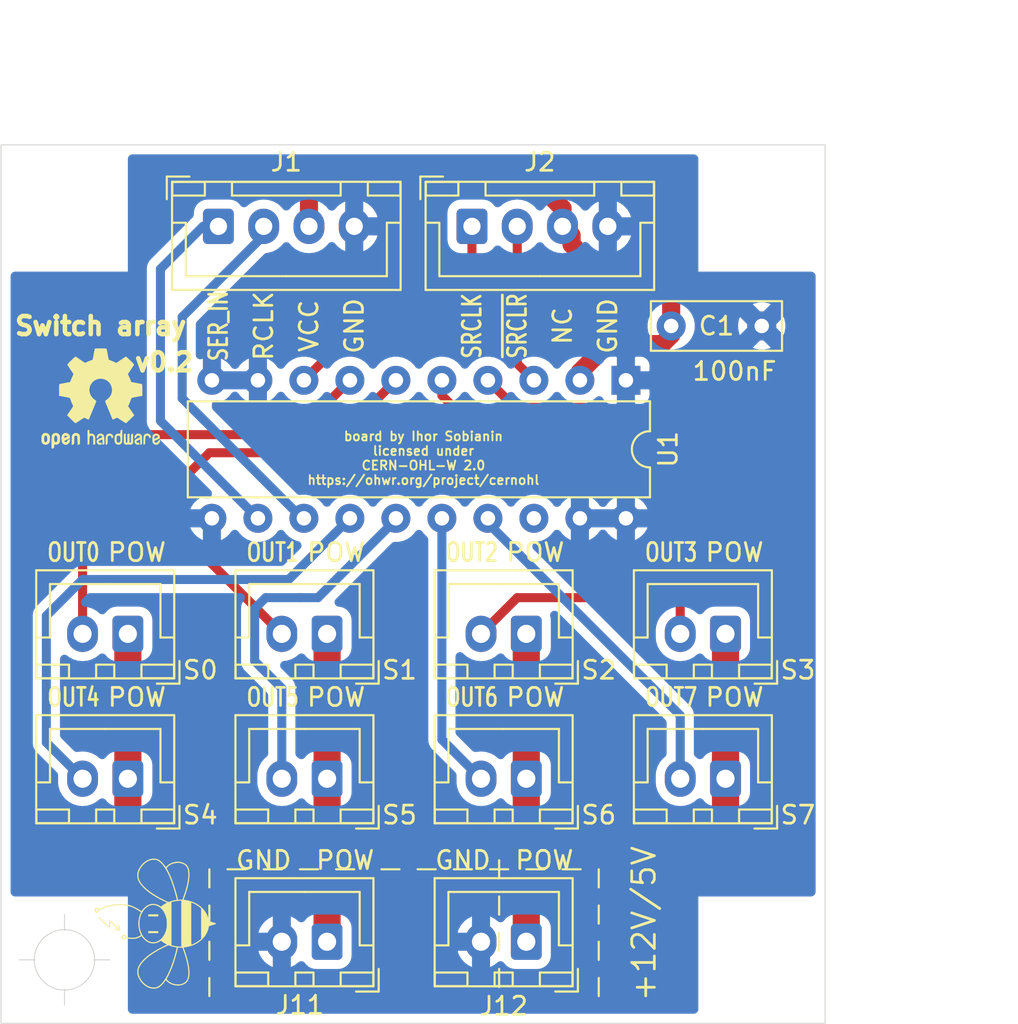
<source format=kicad_pcb>
(kicad_pcb (version 20171130) (host pcbnew "(5.1.10)-1")

  (general
    (thickness 1.6)
    (drawings 71)
    (tracks 99)
    (zones 0)
    (modules 20)
    (nets 17)
  )

  (page A4)
  (layers
    (0 F.Cu signal)
    (31 B.Cu signal)
    (32 B.Adhes user)
    (33 F.Adhes user)
    (34 B.Paste user)
    (35 F.Paste user)
    (36 B.SilkS user)
    (37 F.SilkS user)
    (38 B.Mask user)
    (39 F.Mask user)
    (40 Dwgs.User user)
    (41 Cmts.User user)
    (42 Eco1.User user)
    (43 Eco2.User user)
    (44 Edge.Cuts user)
    (45 Margin user)
    (46 B.CrtYd user)
    (47 F.CrtYd user)
    (48 B.Fab user)
    (49 F.Fab user)
  )

  (setup
    (last_trace_width 0.25)
    (user_trace_width 0.5)
    (user_trace_width 1)
    (trace_clearance 0.2)
    (zone_clearance 0.5)
    (zone_45_only no)
    (trace_min 0.2)
    (via_size 0.8)
    (via_drill 0.4)
    (via_min_size 0.4)
    (via_min_drill 0.3)
    (uvia_size 0.3)
    (uvia_drill 0.1)
    (uvias_allowed no)
    (uvia_min_size 0.2)
    (uvia_min_drill 0.1)
    (edge_width 0.05)
    (segment_width 0.2)
    (pcb_text_width 0.3)
    (pcb_text_size 1.5 1.5)
    (mod_edge_width 0.12)
    (mod_text_size 1 1)
    (mod_text_width 0.15)
    (pad_size 1.7 2)
    (pad_drill 1)
    (pad_to_mask_clearance 0)
    (aux_axis_origin 127.5 101)
    (visible_elements 7FFFFF7F)
    (pcbplotparams
      (layerselection 0x00030_7ffffffe)
      (usegerberextensions false)
      (usegerberattributes false)
      (usegerberadvancedattributes false)
      (creategerberjobfile false)
      (excludeedgelayer true)
      (linewidth 0.100000)
      (plotframeref false)
      (viasonmask false)
      (mode 1)
      (useauxorigin false)
      (hpglpennumber 1)
      (hpglpenspeed 20)
      (hpglpendiameter 15.000000)
      (psnegative false)
      (psa4output false)
      (plotreference true)
      (plotvalue true)
      (plotinvisibletext false)
      (padsonsilk false)
      (subtractmaskfromsilk false)
      (outputformat 1)
      (mirror false)
      (drillshape 0)
      (scaleselection 1)
      (outputdirectory "gerber/"))
  )

  (net 0 "")
  (net 1 GND)
  (net 2 +5V)
  (net 3 SRCLR)
  (net 4 SER_IN)
  (net 5 RCLK)
  (net 6 SRCLK)
  (net 7 +12V)
  (net 8 OUT_0)
  (net 9 OUT_1)
  (net 10 OUT_2)
  (net 11 OUT_3)
  (net 12 OUT_7)
  (net 13 OUT_6)
  (net 14 OUT_5)
  (net 15 OUT_4)
  (net 16 "Net-(U1-Pad18)")

  (net_class Default "This is the default net class."
    (clearance 0.2)
    (trace_width 0.25)
    (via_dia 0.8)
    (via_drill 0.4)
    (uvia_dia 0.3)
    (uvia_drill 0.1)
    (add_net +12V)
    (add_net +5V)
    (add_net GND)
    (add_net "Net-(U1-Pad18)")
    (add_net OUT_0)
    (add_net OUT_1)
    (add_net OUT_2)
    (add_net OUT_3)
    (add_net OUT_4)
    (add_net OUT_5)
    (add_net OUT_6)
    (add_net OUT_7)
    (add_net RCLK)
    (add_net SER_IN)
    (add_net SRCLK)
    (add_net SRCLR)
  )

  (module Package_DIP:DIP-20_W7.62mm (layer F.Cu) (tedit 5A02E8C5) (tstamp 6161A61A)
    (at 158.5 46.5 270)
    (descr "20-lead though-hole mounted DIP package, row spacing 7.62 mm (300 mils)")
    (tags "THT DIP DIL PDIP 2.54mm 7.62mm 300mil")
    (path /6162DAD5)
    (fp_text reference U1 (at 3.81 -2.33 90) (layer F.SilkS)
      (effects (font (size 1 1) (thickness 0.15)))
    )
    (fp_text value TPIC6595 (at 3.81 25.19 90) (layer F.Fab)
      (effects (font (size 1 1) (thickness 0.15)))
    )
    (fp_line (start 1.635 -1.27) (end 6.985 -1.27) (layer F.Fab) (width 0.1))
    (fp_line (start 6.985 -1.27) (end 6.985 24.13) (layer F.Fab) (width 0.1))
    (fp_line (start 6.985 24.13) (end 0.635 24.13) (layer F.Fab) (width 0.1))
    (fp_line (start 0.635 24.13) (end 0.635 -0.27) (layer F.Fab) (width 0.1))
    (fp_line (start 0.635 -0.27) (end 1.635 -1.27) (layer F.Fab) (width 0.1))
    (fp_line (start 2.81 -1.33) (end 1.16 -1.33) (layer F.SilkS) (width 0.12))
    (fp_line (start 1.16 -1.33) (end 1.16 24.19) (layer F.SilkS) (width 0.12))
    (fp_line (start 1.16 24.19) (end 6.46 24.19) (layer F.SilkS) (width 0.12))
    (fp_line (start 6.46 24.19) (end 6.46 -1.33) (layer F.SilkS) (width 0.12))
    (fp_line (start 6.46 -1.33) (end 4.81 -1.33) (layer F.SilkS) (width 0.12))
    (fp_line (start -1.1 -1.55) (end -1.1 24.4) (layer F.CrtYd) (width 0.05))
    (fp_line (start -1.1 24.4) (end 8.7 24.4) (layer F.CrtYd) (width 0.05))
    (fp_line (start 8.7 24.4) (end 8.7 -1.55) (layer F.CrtYd) (width 0.05))
    (fp_line (start 8.7 -1.55) (end -1.1 -1.55) (layer F.CrtYd) (width 0.05))
    (fp_text user %R (at 3.81 11.43 90) (layer F.Fab)
      (effects (font (size 1 1) (thickness 0.15)))
    )
    (fp_arc (start 3.81 -1.33) (end 2.81 -1.33) (angle -180) (layer F.SilkS) (width 0.12))
    (pad 20 thru_hole oval (at 7.62 0 270) (size 1.6 1.6) (drill 0.8) (layers *.Cu *.Mask)
      (net 1 GND))
    (pad 10 thru_hole oval (at 0 22.86 270) (size 1.6 1.6) (drill 0.8) (layers *.Cu *.Mask)
      (net 1 GND))
    (pad 19 thru_hole oval (at 7.62 2.54 270) (size 1.6 1.6) (drill 0.8) (layers *.Cu *.Mask)
      (net 1 GND))
    (pad 9 thru_hole oval (at 0 20.32 270) (size 1.6 1.6) (drill 0.8) (layers *.Cu *.Mask)
      (net 1 GND))
    (pad 18 thru_hole oval (at 7.62 5.08 270) (size 1.6 1.6) (drill 0.8) (layers *.Cu *.Mask)
      (net 16 "Net-(U1-Pad18)"))
    (pad 8 thru_hole oval (at 0 17.78 270) (size 1.6 1.6) (drill 0.8) (layers *.Cu *.Mask)
      (net 3 SRCLR))
    (pad 17 thru_hole oval (at 7.62 7.62 270) (size 1.6 1.6) (drill 0.8) (layers *.Cu *.Mask)
      (net 13 OUT_6))
    (pad 7 thru_hole oval (at 0 15.24 270) (size 1.6 1.6) (drill 0.8) (layers *.Cu *.Mask)
      (net 11 OUT_3))
    (pad 16 thru_hole oval (at 7.62 10.16 270) (size 1.6 1.6) (drill 0.8) (layers *.Cu *.Mask)
      (net 12 OUT_7))
    (pad 6 thru_hole oval (at 0 12.7 270) (size 1.6 1.6) (drill 0.8) (layers *.Cu *.Mask)
      (net 10 OUT_2))
    (pad 15 thru_hole oval (at 7.62 12.7 270) (size 1.6 1.6) (drill 0.8) (layers *.Cu *.Mask)
      (net 14 OUT_5))
    (pad 5 thru_hole oval (at 0 10.16 270) (size 1.6 1.6) (drill 0.8) (layers *.Cu *.Mask)
      (net 9 OUT_1))
    (pad 14 thru_hole oval (at 7.62 15.24 270) (size 1.6 1.6) (drill 0.8) (layers *.Cu *.Mask)
      (net 15 OUT_4))
    (pad 4 thru_hole oval (at 0 7.62 270) (size 1.6 1.6) (drill 0.8) (layers *.Cu *.Mask)
      (net 8 OUT_0))
    (pad 13 thru_hole oval (at 7.62 17.78 270) (size 1.6 1.6) (drill 0.8) (layers *.Cu *.Mask)
      (net 6 SRCLK))
    (pad 3 thru_hole oval (at 0 5.08 270) (size 1.6 1.6) (drill 0.8) (layers *.Cu *.Mask)
      (net 4 SER_IN))
    (pad 12 thru_hole oval (at 7.62 20.32 270) (size 1.6 1.6) (drill 0.8) (layers *.Cu *.Mask)
      (net 5 RCLK))
    (pad 2 thru_hole oval (at 0 2.54 270) (size 1.6 1.6) (drill 0.8) (layers *.Cu *.Mask)
      (net 2 +5V))
    (pad 11 thru_hole oval (at 7.62 22.86 270) (size 1.6 1.6) (drill 0.8) (layers *.Cu *.Mask)
      (net 1 GND))
    (pad 1 thru_hole rect (at 0 0 270) (size 1.6 1.6) (drill 0.8) (layers *.Cu *.Mask)
      (net 1 GND))
    (model ${KISYS3DMOD}/Package_DIP.3dshapes/DIP-20_W7.62mm.wrl
      (at (xyz 0 0 0))
      (scale (xyz 1 1 1))
      (rotate (xyz 0 0 0))
    )
  )

  (module Connector_JST:JST_XH_B2B-XH-A_1x02_P2.50mm_Vertical (layer F.Cu) (tedit 5C28146C) (tstamp 5FD254E7)
    (at 153 77.5 180)
    (descr "JST XH series connector, B2B-XH-A (http://www.jst-mfg.com/product/pdf/eng/eXH.pdf), generated with kicad-footprint-generator")
    (tags "connector JST XH vertical")
    (path /5FD32169)
    (fp_text reference J12 (at 1.25 -3.55) (layer F.SilkS)
      (effects (font (size 1 1) (thickness 0.15)))
    )
    (fp_text value Conn_01x02 (at 1.25 4.6) (layer F.Fab)
      (effects (font (size 1 1) (thickness 0.15)))
    )
    (fp_line (start -2.85 -2.75) (end -2.85 -1.5) (layer F.SilkS) (width 0.12))
    (fp_line (start -1.6 -2.75) (end -2.85 -2.75) (layer F.SilkS) (width 0.12))
    (fp_line (start 4.3 2.75) (end 1.25 2.75) (layer F.SilkS) (width 0.12))
    (fp_line (start 4.3 -0.2) (end 4.3 2.75) (layer F.SilkS) (width 0.12))
    (fp_line (start 5.05 -0.2) (end 4.3 -0.2) (layer F.SilkS) (width 0.12))
    (fp_line (start -1.8 2.75) (end 1.25 2.75) (layer F.SilkS) (width 0.12))
    (fp_line (start -1.8 -0.2) (end -1.8 2.75) (layer F.SilkS) (width 0.12))
    (fp_line (start -2.55 -0.2) (end -1.8 -0.2) (layer F.SilkS) (width 0.12))
    (fp_line (start 5.05 -2.45) (end 3.25 -2.45) (layer F.SilkS) (width 0.12))
    (fp_line (start 5.05 -1.7) (end 5.05 -2.45) (layer F.SilkS) (width 0.12))
    (fp_line (start 3.25 -1.7) (end 5.05 -1.7) (layer F.SilkS) (width 0.12))
    (fp_line (start 3.25 -2.45) (end 3.25 -1.7) (layer F.SilkS) (width 0.12))
    (fp_line (start -0.75 -2.45) (end -2.55 -2.45) (layer F.SilkS) (width 0.12))
    (fp_line (start -0.75 -1.7) (end -0.75 -2.45) (layer F.SilkS) (width 0.12))
    (fp_line (start -2.55 -1.7) (end -0.75 -1.7) (layer F.SilkS) (width 0.12))
    (fp_line (start -2.55 -2.45) (end -2.55 -1.7) (layer F.SilkS) (width 0.12))
    (fp_line (start 1.75 -2.45) (end 0.75 -2.45) (layer F.SilkS) (width 0.12))
    (fp_line (start 1.75 -1.7) (end 1.75 -2.45) (layer F.SilkS) (width 0.12))
    (fp_line (start 0.75 -1.7) (end 1.75 -1.7) (layer F.SilkS) (width 0.12))
    (fp_line (start 0.75 -2.45) (end 0.75 -1.7) (layer F.SilkS) (width 0.12))
    (fp_line (start 0 -1.35) (end 0.625 -2.35) (layer F.Fab) (width 0.1))
    (fp_line (start -0.625 -2.35) (end 0 -1.35) (layer F.Fab) (width 0.1))
    (fp_line (start 5.45 -2.85) (end -2.95 -2.85) (layer F.CrtYd) (width 0.05))
    (fp_line (start 5.45 3.9) (end 5.45 -2.85) (layer F.CrtYd) (width 0.05))
    (fp_line (start -2.95 3.9) (end 5.45 3.9) (layer F.CrtYd) (width 0.05))
    (fp_line (start -2.95 -2.85) (end -2.95 3.9) (layer F.CrtYd) (width 0.05))
    (fp_line (start 5.06 -2.46) (end -2.56 -2.46) (layer F.SilkS) (width 0.12))
    (fp_line (start 5.06 3.51) (end 5.06 -2.46) (layer F.SilkS) (width 0.12))
    (fp_line (start -2.56 3.51) (end 5.06 3.51) (layer F.SilkS) (width 0.12))
    (fp_line (start -2.56 -2.46) (end -2.56 3.51) (layer F.SilkS) (width 0.12))
    (fp_line (start 4.95 -2.35) (end -2.45 -2.35) (layer F.Fab) (width 0.1))
    (fp_line (start 4.95 3.4) (end 4.95 -2.35) (layer F.Fab) (width 0.1))
    (fp_line (start -2.45 3.4) (end 4.95 3.4) (layer F.Fab) (width 0.1))
    (fp_line (start -2.45 -2.35) (end -2.45 3.4) (layer F.Fab) (width 0.1))
    (fp_text user %R (at 1.25 2.7) (layer F.Fab)
      (effects (font (size 1 1) (thickness 0.15)))
    )
    (pad 2 thru_hole oval (at 2.5 0 180) (size 1.7 2) (drill 1) (layers *.Cu *.Mask)
      (net 1 GND))
    (pad 1 thru_hole roundrect (at 0 0 180) (size 1.7 2) (drill 1) (layers *.Cu *.Mask) (roundrect_rratio 0.1470588235294118)
      (net 7 +12V))
    (model ${KISYS3DMOD}/Connector_JST.3dshapes/JST_XH_B2B-XH-A_1x02_P2.50mm_Vertical.wrl
      (at (xyz 0 0 0))
      (scale (xyz 1 1 1))
      (rotate (xyz 0 0 0))
    )
  )

  (module logo-beehive:logo-beehive-7_2х6_7mm (layer F.Cu) (tedit 0) (tstamp 5F3A3C63)
    (at 132.5 76.5 90)
    (fp_text reference G*** (at 0 0 90) (layer F.SilkS) hide
      (effects (font (size 1.524 1.524) (thickness 0.3)))
    )
    (fp_text value LOGO (at 0.75 0 90) (layer F.SilkS) hide
      (effects (font (size 1.524 1.524) (thickness 0.3)))
    )
    (fp_poly (pts (xy 0.508 0.173182) (xy 0.404091 0.173182) (xy 0.404091 -0.369454) (xy 0.508 -0.369454)
      (xy 0.508 0.173182)) (layer F.SilkS) (width 0.01))
    (fp_poly (pts (xy -0.415636 0.173182) (xy -0.519546 0.173182) (xy -0.519546 -0.369454) (xy -0.415636 -0.369454)
      (xy -0.415636 0.173182)) (layer F.SilkS) (width 0.01))
    (fp_poly (pts (xy 0.373099 -3.122533) (xy 0.369224 -3.109199) (xy 0.354184 -3.086757) (xy 0.327016 -3.054031)
      (xy 0.28676 -3.009848) (xy 0.232455 -2.953033) (xy 0.16314 -2.882413) (xy 0.096827 -2.815781)
      (xy -0.190327 -2.528454) (xy 0.008746 -2.528454) (xy 0.081153 -2.528276) (xy 0.133629 -2.52753)
      (xy 0.169333 -2.525895) (xy 0.191424 -2.523054) (xy 0.203059 -2.518688) (xy 0.207397 -2.512477)
      (xy 0.207818 -2.50835) (xy 0.199922 -2.495335) (xy 0.177598 -2.468358) (xy 0.14289 -2.429638)
      (xy 0.097844 -2.381393) (xy 0.044505 -2.325843) (xy -0.015081 -2.265206) (xy -0.031647 -2.248578)
      (xy -0.107675 -2.171851) (xy -0.167131 -2.110416) (xy -0.21038 -2.063869) (xy -0.237787 -2.031809)
      (xy -0.249716 -2.01383) (xy -0.248124 -2.009314) (xy -0.224942 -2.01189) (xy -0.188032 -2.018168)
      (xy -0.15317 -2.025161) (xy -0.112516 -2.033013) (xy -0.088124 -2.034732) (xy -0.073974 -2.030254)
      (xy -0.067646 -2.024266) (xy -0.060571 -2.01187) (xy -0.063805 -2.001313) (xy -0.079929 -1.991447)
      (xy -0.111523 -1.981122) (xy -0.161166 -1.969192) (xy -0.218458 -1.957139) (xy -0.281228 -1.944397)
      (xy -0.325023 -1.935816) (xy -0.353499 -1.93097) (xy -0.370313 -1.929433) (xy -0.379119 -1.930779)
      (xy -0.383574 -1.934583) (xy -0.385558 -1.937671) (xy -0.386495 -1.953939) (xy -0.382402 -1.986838)
      (xy -0.374463 -2.031182) (xy -0.363866 -2.081789) (xy -0.351794 -2.133474) (xy -0.339436 -2.181054)
      (xy -0.327975 -2.219345) (xy -0.318599 -2.243164) (xy -0.31449 -2.248343) (xy -0.295101 -2.249946)
      (xy -0.285455 -2.234986) (xy -0.285226 -2.201866) (xy -0.294087 -2.148986) (xy -0.294139 -2.148738)
      (xy -0.302673 -2.107185) (xy -0.308924 -2.074871) (xy -0.311687 -2.05806) (xy -0.311727 -2.057342)
      (xy -0.303951 -2.063003) (xy -0.282058 -2.082978) (xy -0.248202 -2.115196) (xy -0.204539 -2.157586)
      (xy -0.153221 -2.208077) (xy -0.103751 -2.257256) (xy 0.104224 -2.464954) (xy -0.083408 -2.470727)
      (xy -0.15498 -2.473257) (xy -0.20655 -2.476017) (xy -0.241206 -2.479383) (xy -0.262038 -2.48373)
      (xy -0.272134 -2.489436) (xy -0.274392 -2.494) (xy -0.267207 -2.50546) (xy -0.245659 -2.530835)
      (xy -0.211923 -2.567927) (xy -0.168174 -2.614538) (xy -0.116585 -2.668467) (xy -0.059333 -2.727516)
      (xy 0.001408 -2.789486) (xy 0.063464 -2.852177) (xy 0.12466 -2.913392) (xy 0.18282 -2.97093)
      (xy 0.235771 -3.022593) (xy 0.281337 -3.066181) (xy 0.317345 -3.099496) (xy 0.341618 -3.120339)
      (xy 0.351193 -3.126571) (xy 0.366768 -3.127932) (xy 0.373099 -3.122533)) (layer F.SilkS) (width 0.01))
    (fp_poly (pts (xy 0.781124 -3.338272) (xy 0.820066 -3.312623) (xy 0.850866 -3.27735) (xy 0.862381 -3.253557)
      (xy 0.869381 -3.203831) (xy 0.86004 -3.155836) (xy 0.836291 -3.117453) (xy 0.826963 -3.109228)
      (xy 0.800557 -3.08931) (xy 0.860848 -2.961859) (xy 0.942059 -2.765907) (xy 1.003933 -2.561687)
      (xy 1.0468 -2.347606) (xy 1.070993 -2.122074) (xy 1.077124 -1.922318) (xy 1.073712 -1.775328)
      (xy 1.063437 -1.645173) (xy 1.045563 -1.526426) (xy 1.019354 -1.413658) (xy 0.998815 -1.345045)
      (xy 0.968368 -1.263013) (xy 0.926952 -1.169003) (xy 0.877686 -1.069335) (xy 0.823684 -0.970328)
      (xy 0.770857 -0.882677) (xy 0.741321 -0.836271) (xy 0.716056 -0.796521) (xy 0.69781 -0.767754)
      (xy 0.689434 -0.754466) (xy 0.694321 -0.742271) (xy 0.714538 -0.722105) (xy 0.745386 -0.698528)
      (xy 0.810309 -0.647155) (xy 0.876016 -0.583521) (xy 0.937047 -0.513779) (xy 0.987937 -0.444085)
      (xy 1.018545 -0.390721) (xy 1.053095 -0.310872) (xy 1.074433 -0.238095) (xy 1.084874 -0.162371)
      (xy 1.086945 -0.094934) (xy 1.076086 0.020467) (xy 1.045188 0.132328) (xy 0.995987 0.235343)
      (xy 0.96275 0.284984) (xy 0.935175 0.321741) (xy 0.996225 0.402894) (xy 1.032255 0.454242)
      (xy 1.070613 0.514339) (xy 1.103634 0.571117) (xy 1.10681 0.577014) (xy 1.156345 0.669982)
      (xy 1.269255 0.441786) (xy 1.379742 0.226784) (xy 1.488243 0.032834) (xy 1.595982 -0.141879)
      (xy 1.704185 -0.29917) (xy 1.814075 -0.440853) (xy 1.926878 -0.568743) (xy 2.004467 -0.647395)
      (xy 2.12895 -0.758498) (xy 2.2502 -0.847038) (xy 2.36916 -0.913164) (xy 2.48677 -0.957023)
      (xy 2.603972 -0.978764) (xy 2.721707 -0.978534) (xy 2.840917 -0.956481) (xy 2.962542 -0.912754)
      (xy 3.087524 -0.847501) (xy 3.125835 -0.823735) (xy 3.238046 -0.741435) (xy 3.336093 -0.648795)
      (xy 3.419199 -0.547932) (xy 3.486591 -0.440965) (xy 3.537492 -0.33001) (xy 3.571127 -0.217185)
      (xy 3.586721 -0.104607) (xy 3.583499 0.005605) (xy 3.560685 0.111335) (xy 3.517504 0.210464)
      (xy 3.509522 0.224138) (xy 3.467783 0.282863) (xy 3.410567 0.348425) (xy 3.342435 0.416194)
      (xy 3.267951 0.481537) (xy 3.215409 0.522663) (xy 3.176019 0.551978) (xy 3.144162 0.575822)
      (xy 3.123999 0.591072) (xy 3.119139 0.594895) (xy 3.125036 0.603996) (xy 3.144107 0.625315)
      (xy 3.172877 0.655066) (xy 3.189509 0.671619) (xy 3.25791 0.75317) (xy 3.316458 0.851565)
      (xy 3.363304 0.961991) (xy 3.396598 1.079634) (xy 3.414493 1.199678) (xy 3.417102 1.264228)
      (xy 3.40813 1.381577) (xy 3.38235 1.49233) (xy 3.34125 1.593721) (xy 3.286317 1.682986)
      (xy 3.219038 1.75736) (xy 3.140903 1.814077) (xy 3.113719 1.828107) (xy 3.009087 1.865839)
      (xy 2.886866 1.889603) (xy 2.747784 1.899491) (xy 2.592566 1.895596) (xy 2.42194 1.878011)
      (xy 2.236633 1.846829) (xy 2.037372 1.802142) (xy 1.824883 1.744044) (xy 1.599893 1.672626)
      (xy 1.430663 1.613046) (xy 1.320008 1.572564) (xy 1.295866 1.718578) (xy 1.25303 1.913354)
      (xy 1.190764 2.095947) (xy 1.10864 2.267293) (xy 1.006231 2.428329) (xy 0.923258 2.534228)
      (xy 0.814822 2.647279) (xy 0.693857 2.746765) (xy 0.563822 2.830581) (xy 0.428175 2.896622)
      (xy 0.290374 2.942784) (xy 0.229531 2.956334) (xy 0.189546 2.963931) (xy 0.158226 2.970106)
      (xy 0.143514 2.973255) (xy 0.135688 2.984969) (xy 0.123584 3.014497) (xy 0.108873 3.057339)
      (xy 0.093667 3.107452) (xy 0.076809 3.166365) (xy 0.060376 3.223781) (xy 0.0465 3.272257)
      (xy 0.038811 3.299114) (xy 0.025628 3.336932) (xy 0.012258 3.355729) (xy 0 3.359728)
      (xy -0.015288 3.353083) (xy -0.028404 3.330514) (xy -0.038811 3.299114) (xy -0.049206 3.262807)
      (xy -0.063822 3.211743) (xy -0.080529 3.153364) (xy -0.093667 3.107452) (xy -0.109311 3.055982)
      (xy -0.123971 3.013455) (xy -0.135977 2.984371) (xy -0.143515 2.973255) (xy -0.160656 2.969615)
      (xy -0.19313 2.96324) (xy -0.229531 2.956334) (xy -0.367186 2.919651) (xy -0.504219 2.862154)
      (xy -0.637175 2.785947) (xy -0.762596 2.693133) (xy -0.877026 2.585815) (xy -0.923269 2.534228)
      (xy -1.03903 2.38033) (xy -1.135257 2.214564) (xy -1.212083 2.036622) (xy -1.219586 2.011796)
      (xy -1.165985 2.011796) (xy -1.160628 2.030696) (xy -1.146181 2.0653) (xy -1.124874 2.111187)
      (xy -1.098933 2.163934) (xy -1.070588 2.219118) (xy -1.042066 2.272316) (xy -1.015595 2.319106)
      (xy -0.993403 2.355066) (xy -0.991985 2.357185) (xy -0.958579 2.404438) (xy -0.920872 2.454363)
      (xy -0.891354 2.490932) (xy -0.840013 2.551546) (xy 0.841033 2.551546) (xy 0.892441 2.490932)
      (xy 0.93843 2.432196) (xy 0.986502 2.362985) (xy 1.033888 2.288071) (xy 1.077819 2.212231)
      (xy 1.115523 2.140238) (xy 1.144233 2.076867) (xy 1.160841 2.028255) (xy 1.168594 1.997364)
      (xy 0.001251 1.997364) (xy -0.195644 1.997416) (xy -0.37057 1.997583) (xy -0.524648 1.997878)
      (xy -0.659 1.998316) (xy -0.774746 1.998909) (xy -0.873009 1.999671) (xy -0.95491 2.000618)
      (xy -1.02157 2.001762) (xy -1.074111 2.003117) (xy -1.113653 2.004698) (xy -1.141319 2.006517)
      (xy -1.158229 2.00859) (xy -1.165506 2.01093) (xy -1.165985 2.011796) (xy -1.219586 2.011796)
      (xy -1.26964 1.846195) (xy -1.308059 1.642973) (xy -1.310363 1.625739) (xy -1.317382 1.571614)
      (xy -1.42935 1.612882) (xy -1.629865 1.683029) (xy -1.825759 1.744185) (xy -2.015 1.795944)
      (xy -2.195555 1.837898) (xy -2.365393 1.869639) (xy -2.522479 1.89076) (xy -2.664783 1.900853)
      (xy -2.790271 1.899511) (xy -2.838314 1.895344) (xy -2.96209 1.875638) (xy -3.066609 1.846125)
      (xy -3.154103 1.80545) (xy -3.226803 1.752259) (xy -3.286941 1.685198) (xy -3.336747 1.602914)
      (xy -3.343746 1.588582) (xy -3.385695 1.481123) (xy -3.408942 1.37211) (xy -3.411475 1.320836)
      (xy -3.357374 1.320836) (xy -3.349051 1.403928) (xy -3.330314 1.480954) (xy -3.299783 1.559775)
      (xy -3.296364 1.567326) (xy -3.25627 1.634464) (xy -3.201534 1.697768) (xy -3.138721 1.750591)
      (xy -3.084262 1.782114) (xy -2.99339 1.813382) (xy -2.884978 1.834294) (xy -2.762244 1.844603)
      (xy -2.628408 1.844064) (xy -2.486691 1.83243) (xy -2.463978 1.829585) (xy -2.25216 1.794568)
      (xy -2.026325 1.743379) (xy -1.788428 1.676523) (xy -1.540425 1.594501) (xy -1.510962 1.583982)
      (xy -1.325191 1.51715) (xy -1.320921 1.390773) (xy -1.27 1.390773) (xy -1.27 1.454728)
      (xy 1.273528 1.454728) (xy 1.266408 1.330287) (xy 1.260547 1.26306) (xy 1.316252 1.26306)
      (xy 1.321954 1.512174) (xy 1.368136 1.530811) (xy 1.439484 1.558222) (xy 1.526724 1.589564)
      (xy 1.623473 1.622685) (xy 1.72335 1.655429) (xy 1.819972 1.685644) (xy 1.878735 1.703118)
      (xy 2.093291 1.760255) (xy 2.292609 1.802908) (xy 2.476182 1.831017) (xy 2.6435 1.844517)
      (xy 2.794056 1.843349) (xy 2.91629 1.829447) (xy 3.012927 1.807479) (xy 3.091872 1.777436)
      (xy 3.157765 1.737114) (xy 3.209942 1.690006) (xy 3.274118 1.607281) (xy 3.319819 1.513726)
      (xy 3.347495 1.407928) (xy 3.357597 1.28847) (xy 3.356526 1.229811) (xy 3.340665 1.088035)
      (xy 3.306955 0.96039) (xy 3.255506 0.847166) (xy 3.186427 0.748656) (xy 3.170098 0.730306)
      (xy 3.127268 0.685713) (xy 3.094795 0.657447) (xy 3.0686 0.643813) (xy 3.044605 0.643112)
      (xy 3.018734 0.65365) (xy 3.005226 0.661713) (xy 2.958944 0.688662) (xy 2.89593 0.722084)
      (xy 2.820825 0.759719) (xy 2.738272 0.799303) (xy 2.652912 0.838574) (xy 2.569387 0.875271)
      (xy 2.550619 0.883239) (xy 2.457139 0.920633) (xy 2.346529 0.961571) (xy 2.223166 1.004679)
      (xy 2.09143 1.048584) (xy 1.955698 1.091912) (xy 1.820349 1.133289) (xy 1.689763 1.171341)
      (xy 1.568317 1.204694) (xy 1.46039 1.231975) (xy 1.385859 1.248683) (xy 1.316252 1.26306)
      (xy 1.260547 1.26306) (xy 1.259747 1.253895) (xy 1.248535 1.167625) (xy 1.234147 1.079964)
      (xy 1.217961 0.9994) (xy 1.203276 0.940955) (xy 1.193293 0.906319) (xy -1.194304 0.906319)
      (xy -1.220268 1.010228) (xy -1.23911 1.098477) (xy -1.254501 1.195531) (xy -1.26518 1.29174)
      (xy -1.269885 1.377451) (xy -1.27 1.390773) (xy -1.320921 1.390773) (xy -1.316645 1.264228)
      (xy -1.434754 1.236895) (xy -1.501797 1.22041) (xy -1.585737 1.198273) (xy -1.681508 1.171947)
      (xy -1.78404 1.142901) (xy -1.888267 1.112598) (xy -1.989119 1.082507) (xy -2.08153 1.054092)
      (xy -2.160431 1.02882) (xy -2.199409 1.015696) (xy -2.323182 0.971175) (xy -2.448985 0.92273)
      (xy -2.572984 0.872035) (xy -2.691345 0.820767) (xy -2.800235 0.770601) (xy -2.89582 0.723212)
      (xy -2.974265 0.680275) (xy -2.993815 0.668554) (xy -3.027147 0.649909) (xy -3.05353 0.642358)
      (xy -3.078126 0.647357) (xy -3.106096 0.666363) (xy -3.142603 0.700832) (xy -3.15587 0.714282)
      (xy -3.232717 0.809128) (xy -3.291358 0.918026) (xy -3.331675 1.040673) (xy -3.353547 1.176766)
      (xy -3.356664 1.223819) (xy -3.357374 1.320836) (xy -3.411475 1.320836) (xy -3.414734 1.254894)
      (xy -3.413307 1.218046) (xy -3.396132 1.080679) (xy -3.361188 0.952052) (xy -3.309573 0.83484)
      (xy -3.242385 0.731716) (xy -3.188985 0.671619) (xy -3.1569 0.639059) (xy -3.132792 0.613101)
      (xy -3.120127 0.597552) (xy -3.119139 0.594895) (xy -3.1295 0.586909) (xy -3.154289 0.568322)
      (xy -3.189354 0.542238) (xy -3.216089 0.522438) (xy -3.292731 0.461203) (xy -3.366118 0.3941)
      (xy -3.431605 0.325854) (xy -3.484547 0.261184) (xy -3.509522 0.224148) (xy -3.556269 0.125261)
      (xy -3.582294 0.01982) (xy -3.58729 -0.071302) (xy -3.531475 -0.071302) (xy -3.530831 -0.039606)
      (xy -3.527441 0.015291) (xy -3.521365 0.056568) (xy -3.510236 0.093692) (xy -3.491685 0.136134)
      (xy -3.481814 0.156403) (xy -3.425027 0.248295) (xy -3.345829 0.340169) (xy -3.244895 0.431635)
      (xy -3.122901 0.522299) (xy -2.980524 0.611771) (xy -2.81844 0.699659) (xy -2.637324 0.785571)
      (xy -2.437852 0.869116) (xy -2.220702 0.949901) (xy -1.986548 1.027535) (xy -1.9685 1.033164)
      (xy -1.899652 1.053987) (xy -1.823419 1.076095) (xy -1.742903 1.098684) (xy -1.661204 1.120951)
      (xy -1.581421 1.142094) (xy -1.506657 1.161309) (xy -1.440011 1.177795) (xy -1.384584 1.190747)
      (xy -1.343476 1.199364) (xy -1.319788 1.202841) (xy -1.315331 1.202301) (xy -1.310525 1.18843)
      (xy -1.303023 1.157156) (xy -1.294048 1.113834) (xy -1.288644 1.085273) (xy -1.275538 1.023924)
      (xy -1.257466 0.952675) (xy -1.237498 0.883276) (xy -1.228744 0.855882) (xy -1.188907 0.736173)
      (xy -1.190922 0.731736) (xy 1.187715 0.731736) (xy 1.224028 0.841244) (xy 1.24494 0.908541)
      (xy 1.264527 0.979266) (xy 1.281511 1.04802) (xy 1.294618 1.109401) (xy 1.302571 1.158011)
      (xy 1.304386 1.181301) (xy 1.307638 1.204155) (xy 1.31928 1.209081) (xy 1.324841 1.207791)
      (xy 1.342821 1.202968) (xy 1.378686 1.193763) (xy 1.427904 1.181327) (xy 1.485942 1.166807)
      (xy 1.512454 1.160216) (xy 1.7631 1.094106) (xy 2.000962 1.023487) (xy 2.225116 0.948828)
      (xy 2.434641 0.870599) (xy 2.628614 0.789271) (xy 2.806113 0.705311) (xy 2.966216 0.61919)
      (xy 3.108001 0.531377) (xy 3.230545 0.442341) (xy 3.332927 0.352553) (xy 3.414223 0.262482)
      (xy 3.473511 0.172596) (xy 3.480994 0.15806) (xy 3.502829 0.111304) (xy 3.516532 0.072763)
      (xy 3.524475 0.033013) (xy 3.529027 -0.017368) (xy 3.530161 -0.037404) (xy 3.525184 -0.160604)
      (xy 3.497675 -0.281907) (xy 3.448182 -0.400087) (xy 3.377254 -0.513921) (xy 3.285439 -0.622184)
      (xy 3.25425 -0.653064) (xy 3.14536 -0.74489) (xy 3.031263 -0.818683) (xy 2.914113 -0.873715)
      (xy 2.796064 -0.909257) (xy 2.679268 -0.924579) (xy 2.565881 -0.918952) (xy 2.505364 -0.906562)
      (xy 2.39331 -0.865968) (xy 2.278736 -0.803154) (xy 2.162206 -0.718784) (xy 2.044283 -0.613524)
      (xy 1.925533 -0.488036) (xy 1.80652 -0.342986) (xy 1.687807 -0.179037) (xy 1.56996 0.003146)
      (xy 1.453542 0.202899) (xy 1.339118 0.419558) (xy 1.284575 0.530391) (xy 1.187715 0.731736)
      (xy -1.190922 0.731736) (xy -1.242049 0.6192) (xy -1.344968 0.403905) (xy -1.452176 0.201117)
      (xy -1.562851 0.011828) (xy -1.676172 -0.16297) (xy -1.791318 -0.322286) (xy -1.907468 -0.465127)
      (xy -2.0238 -0.590502) (xy -2.139494 -0.697418) (xy -2.253727 -0.784885) (xy -2.36568 -0.851909)
      (xy -2.47453 -0.8975) (xy -2.505364 -0.906562) (xy -2.615938 -0.924099) (xy -2.731113 -0.920284)
      (xy -2.848734 -0.895846) (xy -2.966648 -0.851514) (xy -3.082701 -0.788017) (xy -3.19474 -0.706084)
      (xy -3.25425 -0.653064) (xy -3.352283 -0.546482) (xy -3.429568 -0.433803) (xy -3.485559 -0.316239)
      (xy -3.51971 -0.195001) (xy -3.531475 -0.071302) (xy -3.58729 -0.071302) (xy -3.588325 -0.090174)
      (xy -3.575091 -0.202723) (xy -3.543319 -0.315828) (xy -3.493736 -0.427488) (xy -3.427071 -0.535706)
      (xy -3.344052 -0.638481) (xy -3.245405 -0.733815) (xy -3.131858 -0.819709) (xy -3.128818 -0.821729)
      (xy -3.003531 -0.894559) (xy -2.880454 -0.945281) (xy -2.758981 -0.973797) (xy -2.638509 -0.980009)
      (xy -2.518432 -0.96382) (xy -2.398146 -0.925131) (xy -2.277046 -0.863845) (xy -2.154528 -0.779862)
      (xy -2.029987 -0.673087) (xy -1.993285 -0.637726) (xy -1.876664 -0.514496) (xy -1.76359 -0.378067)
      (xy -1.652878 -0.226667) (xy -1.543339 -0.058527) (xy -1.433786 0.128125) (xy -1.323032 0.335058)
      (xy -1.269145 0.442009) (xy -1.156125 0.670426) (xy -1.109291 0.580554) (xy -1.078495 0.526225)
      (xy -1.040587 0.466059) (xy -1.003155 0.412031) (xy -0.998816 0.406212) (xy -0.935175 0.321741)
      (xy -0.962751 0.284984) (xy -1.021033 0.188878) (xy -1.061938 0.08109) (xy -1.083733 -0.033077)
      (xy -1.086945 -0.094934) (xy -1.086541 -0.104581) (xy -1.03596 -0.104581) (xy -1.026154 0.004092)
      (xy -0.995446 0.109498) (xy -0.944929 0.210166) (xy -0.875696 0.304621) (xy -0.78884 0.391391)
      (xy -0.685456 0.469002) (xy -0.566635 0.535983) (xy -0.433472 0.590859) (xy -0.423003 0.594423)
      (xy -0.343148 0.618909) (xy -0.268002 0.636303) (xy -0.191285 0.647415) (xy -0.10671 0.653053)
      (xy -0.007997 0.654028) (xy 0.034636 0.653341) (xy 0.112848 0.651127) (xy 0.17405 0.647841)
      (xy 0.224321 0.642791) (xy 0.269739 0.635286) (xy 0.316383 0.624634) (xy 0.339248 0.618667)
      (xy 0.48028 0.572409) (xy 0.60799 0.513494) (xy 0.721255 0.443288) (xy 0.818952 0.363159)
      (xy 0.89996 0.274475) (xy 0.963155 0.178601) (xy 1.007416 0.076906) (xy 1.031619 -0.029243)
      (xy 1.034643 -0.13848) (xy 1.02377 -0.215046) (xy 0.988557 -0.32622) (xy 0.932382 -0.430687)
      (xy 0.856726 -0.527164) (xy 0.763074 -0.614365) (xy 0.652907 -0.691003) (xy 0.527709 -0.755794)
      (xy 0.388962 -0.807452) (xy 0.317435 -0.827343) (xy 0.265651 -0.839627) (xy 0.220998 -0.848283)
      (xy 0.17729 -0.853929) (xy 0.128345 -0.85718) (xy 0.067978 -0.858652) (xy 0 -0.858965)
      (xy -0.075828 -0.858546) (xy -0.134778 -0.856879) (xy -0.183055 -0.853351) (xy -0.226862 -0.847346)
      (xy -0.272404 -0.838251) (xy -0.3175 -0.827536) (xy -0.462194 -0.78292) (xy -0.594078 -0.724467)
      (xy -0.711668 -0.653466) (xy -0.813482 -0.571202) (xy -0.898035 -0.478962) (xy -0.963844 -0.378032)
      (xy -1.009426 -0.269698) (xy -1.02377 -0.215046) (xy -1.03596 -0.104581) (xy -1.086541 -0.104581)
      (xy -1.083385 -0.179891) (xy -1.070732 -0.2541) (xy -1.046671 -0.327578) (xy -1.018545 -0.390721)
      (xy -0.980207 -0.455708) (xy -0.927199 -0.525847) (xy -0.864982 -0.594984) (xy -0.799018 -0.656964)
      (xy -0.745379 -0.698532) (xy -0.681877 -0.742268) (xy -0.711307 -0.789657) (xy -0.775382 -0.91204)
      (xy -0.815808 -1.027545) (xy -0.827612 -1.090213) (xy -0.834802 -1.168285) (xy -0.837383 -1.254538)
      (xy -0.835358 -1.341751) (xy -0.828733 -1.422702) (xy -0.81751 -1.490171) (xy -0.815547 -1.498229)
      (xy -0.794048 -1.58214) (xy -0.823808 -1.60555) (xy -0.855103 -1.643446) (xy -0.868873 -1.689922)
      (xy -0.86773 -1.706645) (xy -0.819727 -1.706645) (xy -0.810207 -1.679885) (xy -0.786971 -1.652868)
      (xy -0.758005 -1.63322) (xy -0.737292 -1.627909) (xy -0.710612 -1.635591) (xy -0.684812 -1.653012)
      (xy -0.663044 -1.686513) (xy -0.659999 -1.722991) (xy -0.673306 -1.756371) (xy -0.700596 -1.780577)
      (xy -0.738071 -1.789545) (xy -0.771185 -1.779412) (xy -0.800241 -1.754129) (xy -0.817681 -1.721369)
      (xy -0.819727 -1.706645) (xy -0.86773 -1.706645) (xy -0.865518 -1.739005) (xy -0.845439 -1.784719)
      (xy -0.809361 -1.820873) (xy -0.764231 -1.842776) (xy -0.71985 -1.844407) (xy -0.67516 -1.829062)
      (xy -0.639173 -1.800811) (xy -0.612432 -1.758947) (xy -0.600564 -1.712661) (xy -0.600407 -1.706982)
      (xy -0.610708 -1.664952) (xy -0.637735 -1.624526) (xy -0.675862 -1.593111) (xy -0.693329 -1.584583)
      (xy -0.721895 -1.570686) (xy -0.739711 -1.55217) (xy -0.753326 -1.521228) (xy -0.757751 -1.507784)
      (xy -0.769308 -1.45586) (xy -0.777432 -1.387829) (xy -0.781948 -1.310446) (xy -0.782678 -1.230465)
      (xy -0.779447 -1.15464) (xy -0.772077 -1.089725) (xy -0.769104 -1.073727) (xy -0.757296 -1.030294)
      (xy -0.73904 -0.97831) (xy -0.716774 -0.923294) (xy -0.692936 -0.870762) (xy -0.669964 -0.826231)
      (xy -0.650298 -0.795219) (xy -0.641975 -0.786089) (xy -0.623931 -0.784078) (xy -0.587414 -0.793208)
      (xy -0.531675 -0.81367) (xy -0.528876 -0.814791) (xy -0.356342 -0.871998) (xy -0.181043 -0.906566)
      (xy -0.004425 -0.918495) (xy 0.172062 -0.907786) (xy 0.346972 -0.87444) (xy 0.518857 -0.818457)
      (xy 0.529286 -0.814279) (xy 0.629227 -0.773804) (xy 0.652693 -0.802464) (xy 0.675511 -0.833998)
      (xy 0.706046 -0.881335) (xy 0.741548 -0.939695) (xy 0.779269 -1.004299) (xy 0.816461 -1.070367)
      (xy 0.850376 -1.133118) (xy 0.878263 -1.187772) (xy 0.894974 -1.223818) (xy 0.952283 -1.384565)
      (xy 0.993139 -1.55845) (xy 1.017692 -1.742563) (xy 1.026091 -1.933994) (xy 1.018488 -2.129834)
      (xy 0.995032 -2.327174) (xy 0.955874 -2.523103) (xy 0.901163 -2.714712) (xy 0.83105 -2.899092)
      (xy 0.805599 -2.955636) (xy 0.782039 -3.005003) (xy 0.764405 -3.037704) (xy 0.749165 -3.058139)
      (xy 0.732786 -3.070709) (xy 0.711739 -3.079812) (xy 0.70366 -3.082636) (xy 0.659252 -3.106825)
      (xy 0.624129 -3.142791) (xy 0.603562 -3.184206) (xy 0.600364 -3.206712) (xy 0.604074 -3.224306)
      (xy 0.659665 -3.224306) (xy 0.662521 -3.188954) (xy 0.683492 -3.15701) (xy 0.688511 -3.152747)
      (xy 0.725237 -3.132232) (xy 0.758193 -3.133638) (xy 0.791365 -3.157134) (xy 0.791388 -3.157157)
      (xy 0.814899 -3.190331) (xy 0.816319 -3.223285) (xy 0.795819 -3.260007) (xy 0.795798 -3.260034)
      (xy 0.76393 -3.285504) (xy 0.738071 -3.290454) (xy 0.699613 -3.281092) (xy 0.672753 -3.257031)
      (xy 0.659665 -3.224306) (xy 0.604074 -3.224306) (xy 0.611034 -3.257305) (xy 0.639695 -3.301015)
      (xy 0.68132 -3.332816) (xy 0.730884 -3.347682) (xy 0.741833 -3.348181) (xy 0.781124 -3.338272)) (layer F.SilkS) (width 0.01))
  )

  (module Capacitor_THT:C_Disc_D7.0mm_W2.5mm_P5.00mm (layer F.Cu) (tedit 5AE50EF0) (tstamp 5E29684E)
    (at 161 43.5)
    (descr "C, Disc series, Radial, pin pitch=5.00mm, , diameter*width=7*2.5mm^2, Capacitor, http://cdn-reichelt.de/documents/datenblatt/B300/DS_KERKO_TC.pdf")
    (tags "C Disc series Radial pin pitch 5.00mm  diameter 7mm width 2.5mm Capacitor")
    (path /5E27638C)
    (fp_text reference C1 (at 2.5 0) (layer F.SilkS)
      (effects (font (size 1 1) (thickness 0.15)))
    )
    (fp_text value 100nF (at 3.5 2.5) (layer F.SilkS)
      (effects (font (size 1 1) (thickness 0.15)))
    )
    (fp_line (start -1 -1.25) (end -1 1.25) (layer F.Fab) (width 0.1))
    (fp_line (start -1 1.25) (end 6 1.25) (layer F.Fab) (width 0.1))
    (fp_line (start 6 1.25) (end 6 -1.25) (layer F.Fab) (width 0.1))
    (fp_line (start 6 -1.25) (end -1 -1.25) (layer F.Fab) (width 0.1))
    (fp_line (start -1.12 -1.37) (end 6.12 -1.37) (layer F.SilkS) (width 0.12))
    (fp_line (start -1.12 1.37) (end 6.12 1.37) (layer F.SilkS) (width 0.12))
    (fp_line (start -1.12 -1.37) (end -1.12 1.37) (layer F.SilkS) (width 0.12))
    (fp_line (start 6.12 -1.37) (end 6.12 1.37) (layer F.SilkS) (width 0.12))
    (fp_line (start -1.25 -1.5) (end -1.25 1.5) (layer F.CrtYd) (width 0.05))
    (fp_line (start -1.25 1.5) (end 6.25 1.5) (layer F.CrtYd) (width 0.05))
    (fp_line (start 6.25 1.5) (end 6.25 -1.5) (layer F.CrtYd) (width 0.05))
    (fp_line (start 6.25 -1.5) (end -1.25 -1.5) (layer F.CrtYd) (width 0.05))
    (fp_text user %R (at 2.5 0) (layer F.Fab)
      (effects (font (size 1 1) (thickness 0.15)))
    )
    (pad 2 thru_hole circle (at 5 0) (size 1.6 1.6) (drill 0.8) (layers *.Cu *.Mask)
      (net 1 GND))
    (pad 1 thru_hole circle (at 0 0) (size 1.6 1.6) (drill 0.8) (layers *.Cu *.Mask)
      (net 2 +5V))
    (model ${KISYS3DMOD}/Capacitor_THT.3dshapes/C_Disc_D7.0mm_W2.5mm_P5.00mm.wrl
      (at (xyz 0 0 0))
      (scale (xyz 1 1 1))
      (rotate (xyz 0 0 0))
    )
  )

  (module Connector_JST:JST_XH_B2B-XH-A_1x02_P2.50mm_Vertical (layer F.Cu) (tedit 5C28146C) (tstamp 5E2DB11B)
    (at 164 68.5 180)
    (descr "JST XH series connector, B2B-XH-A (http://www.jst-mfg.com/product/pdf/eng/eXH.pdf), generated with kicad-footprint-generator")
    (tags "connector JST XH vertical")
    (path /5E2FFD73)
    (fp_text reference J10 (at 1.25 -3.55) (layer F.SilkS) hide
      (effects (font (size 1 1) (thickness 0.15)))
    )
    (fp_text value Conn_01x02 (at 1.25 4.6) (layer F.Fab)
      (effects (font (size 1 1) (thickness 0.15)))
    )
    (fp_line (start -2.45 -2.35) (end -2.45 3.4) (layer F.Fab) (width 0.1))
    (fp_line (start -2.45 3.4) (end 4.95 3.4) (layer F.Fab) (width 0.1))
    (fp_line (start 4.95 3.4) (end 4.95 -2.35) (layer F.Fab) (width 0.1))
    (fp_line (start 4.95 -2.35) (end -2.45 -2.35) (layer F.Fab) (width 0.1))
    (fp_line (start -2.56 -2.46) (end -2.56 3.51) (layer F.SilkS) (width 0.12))
    (fp_line (start -2.56 3.51) (end 5.06 3.51) (layer F.SilkS) (width 0.12))
    (fp_line (start 5.06 3.51) (end 5.06 -2.46) (layer F.SilkS) (width 0.12))
    (fp_line (start 5.06 -2.46) (end -2.56 -2.46) (layer F.SilkS) (width 0.12))
    (fp_line (start -2.95 -2.85) (end -2.95 3.9) (layer F.CrtYd) (width 0.05))
    (fp_line (start -2.95 3.9) (end 5.45 3.9) (layer F.CrtYd) (width 0.05))
    (fp_line (start 5.45 3.9) (end 5.45 -2.85) (layer F.CrtYd) (width 0.05))
    (fp_line (start 5.45 -2.85) (end -2.95 -2.85) (layer F.CrtYd) (width 0.05))
    (fp_line (start -0.625 -2.35) (end 0 -1.35) (layer F.Fab) (width 0.1))
    (fp_line (start 0 -1.35) (end 0.625 -2.35) (layer F.Fab) (width 0.1))
    (fp_line (start 0.75 -2.45) (end 0.75 -1.7) (layer F.SilkS) (width 0.12))
    (fp_line (start 0.75 -1.7) (end 1.75 -1.7) (layer F.SilkS) (width 0.12))
    (fp_line (start 1.75 -1.7) (end 1.75 -2.45) (layer F.SilkS) (width 0.12))
    (fp_line (start 1.75 -2.45) (end 0.75 -2.45) (layer F.SilkS) (width 0.12))
    (fp_line (start -2.55 -2.45) (end -2.55 -1.7) (layer F.SilkS) (width 0.12))
    (fp_line (start -2.55 -1.7) (end -0.75 -1.7) (layer F.SilkS) (width 0.12))
    (fp_line (start -0.75 -1.7) (end -0.75 -2.45) (layer F.SilkS) (width 0.12))
    (fp_line (start -0.75 -2.45) (end -2.55 -2.45) (layer F.SilkS) (width 0.12))
    (fp_line (start 3.25 -2.45) (end 3.25 -1.7) (layer F.SilkS) (width 0.12))
    (fp_line (start 3.25 -1.7) (end 5.05 -1.7) (layer F.SilkS) (width 0.12))
    (fp_line (start 5.05 -1.7) (end 5.05 -2.45) (layer F.SilkS) (width 0.12))
    (fp_line (start 5.05 -2.45) (end 3.25 -2.45) (layer F.SilkS) (width 0.12))
    (fp_line (start -2.55 -0.2) (end -1.8 -0.2) (layer F.SilkS) (width 0.12))
    (fp_line (start -1.8 -0.2) (end -1.8 2.75) (layer F.SilkS) (width 0.12))
    (fp_line (start -1.8 2.75) (end 1.25 2.75) (layer F.SilkS) (width 0.12))
    (fp_line (start 5.05 -0.2) (end 4.3 -0.2) (layer F.SilkS) (width 0.12))
    (fp_line (start 4.3 -0.2) (end 4.3 2.75) (layer F.SilkS) (width 0.12))
    (fp_line (start 4.3 2.75) (end 1.25 2.75) (layer F.SilkS) (width 0.12))
    (fp_line (start -1.6 -2.75) (end -2.85 -2.75) (layer F.SilkS) (width 0.12))
    (fp_line (start -2.85 -2.75) (end -2.85 -1.5) (layer F.SilkS) (width 0.12))
    (fp_text user %R (at 1.25 2.7) (layer F.Fab)
      (effects (font (size 1 1) (thickness 0.15)))
    )
    (pad 2 thru_hole oval (at 2.5 0 180) (size 1.7 2) (drill 1) (layers *.Cu *.Mask)
      (net 13 OUT_6))
    (pad 1 thru_hole roundrect (at 0 0 180) (size 1.7 2) (drill 1) (layers *.Cu *.Mask) (roundrect_rratio 0.1470588235294118)
      (net 7 +12V))
    (model ${KISYS3DMOD}/Connector_JST.3dshapes/JST_XH_B2B-XH-A_1x02_P2.50mm_Vertical.wrl
      (at (xyz 0 0 0))
      (scale (xyz 1 1 1))
      (rotate (xyz 0 0 0))
    )
  )

  (module Connector_JST:JST_XH_B2B-XH-A_1x02_P2.50mm_Vertical (layer F.Cu) (tedit 5C28146C) (tstamp 5E2DB0F2)
    (at 153 68.5 180)
    (descr "JST XH series connector, B2B-XH-A (http://www.jst-mfg.com/product/pdf/eng/eXH.pdf), generated with kicad-footprint-generator")
    (tags "connector JST XH vertical")
    (path /5E2FFD6D)
    (fp_text reference J9 (at 1.25 -3.55) (layer F.SilkS) hide
      (effects (font (size 1 1) (thickness 0.15)))
    )
    (fp_text value Conn_01x02 (at 1.25 4.6) (layer F.Fab) hide
      (effects (font (size 1 1) (thickness 0.15)))
    )
    (fp_line (start -2.45 -2.35) (end -2.45 3.4) (layer F.Fab) (width 0.1))
    (fp_line (start -2.45 3.4) (end 4.95 3.4) (layer F.Fab) (width 0.1))
    (fp_line (start 4.95 3.4) (end 4.95 -2.35) (layer F.Fab) (width 0.1))
    (fp_line (start 4.95 -2.35) (end -2.45 -2.35) (layer F.Fab) (width 0.1))
    (fp_line (start -2.56 -2.46) (end -2.56 3.51) (layer F.SilkS) (width 0.12))
    (fp_line (start -2.56 3.51) (end 5.06 3.51) (layer F.SilkS) (width 0.12))
    (fp_line (start 5.06 3.51) (end 5.06 -2.46) (layer F.SilkS) (width 0.12))
    (fp_line (start 5.06 -2.46) (end -2.56 -2.46) (layer F.SilkS) (width 0.12))
    (fp_line (start -2.95 -2.85) (end -2.95 3.9) (layer F.CrtYd) (width 0.05))
    (fp_line (start -2.95 3.9) (end 5.45 3.9) (layer F.CrtYd) (width 0.05))
    (fp_line (start 5.45 3.9) (end 5.45 -2.85) (layer F.CrtYd) (width 0.05))
    (fp_line (start 5.45 -2.85) (end -2.95 -2.85) (layer F.CrtYd) (width 0.05))
    (fp_line (start -0.625 -2.35) (end 0 -1.35) (layer F.Fab) (width 0.1))
    (fp_line (start 0 -1.35) (end 0.625 -2.35) (layer F.Fab) (width 0.1))
    (fp_line (start 0.75 -2.45) (end 0.75 -1.7) (layer F.SilkS) (width 0.12))
    (fp_line (start 0.75 -1.7) (end 1.75 -1.7) (layer F.SilkS) (width 0.12))
    (fp_line (start 1.75 -1.7) (end 1.75 -2.45) (layer F.SilkS) (width 0.12))
    (fp_line (start 1.75 -2.45) (end 0.75 -2.45) (layer F.SilkS) (width 0.12))
    (fp_line (start -2.55 -2.45) (end -2.55 -1.7) (layer F.SilkS) (width 0.12))
    (fp_line (start -2.55 -1.7) (end -0.75 -1.7) (layer F.SilkS) (width 0.12))
    (fp_line (start -0.75 -1.7) (end -0.75 -2.45) (layer F.SilkS) (width 0.12))
    (fp_line (start -0.75 -2.45) (end -2.55 -2.45) (layer F.SilkS) (width 0.12))
    (fp_line (start 3.25 -2.45) (end 3.25 -1.7) (layer F.SilkS) (width 0.12))
    (fp_line (start 3.25 -1.7) (end 5.05 -1.7) (layer F.SilkS) (width 0.12))
    (fp_line (start 5.05 -1.7) (end 5.05 -2.45) (layer F.SilkS) (width 0.12))
    (fp_line (start 5.05 -2.45) (end 3.25 -2.45) (layer F.SilkS) (width 0.12))
    (fp_line (start -2.55 -0.2) (end -1.8 -0.2) (layer F.SilkS) (width 0.12))
    (fp_line (start -1.8 -0.2) (end -1.8 2.75) (layer F.SilkS) (width 0.12))
    (fp_line (start -1.8 2.75) (end 1.25 2.75) (layer F.SilkS) (width 0.12))
    (fp_line (start 5.05 -0.2) (end 4.3 -0.2) (layer F.SilkS) (width 0.12))
    (fp_line (start 4.3 -0.2) (end 4.3 2.75) (layer F.SilkS) (width 0.12))
    (fp_line (start 4.3 2.75) (end 1.25 2.75) (layer F.SilkS) (width 0.12))
    (fp_line (start -1.6 -2.75) (end -2.85 -2.75) (layer F.SilkS) (width 0.12))
    (fp_line (start -2.85 -2.75) (end -2.85 -1.5) (layer F.SilkS) (width 0.12))
    (fp_text user %R (at 1.25 2.7) (layer F.Fab)
      (effects (font (size 1 1) (thickness 0.15)))
    )
    (pad 2 thru_hole oval (at 2.5 0 180) (size 1.7 2) (drill 1) (layers *.Cu *.Mask)
      (net 12 OUT_7))
    (pad 1 thru_hole roundrect (at 0 0 180) (size 1.7 2) (drill 1) (layers *.Cu *.Mask) (roundrect_rratio 0.1470588235294118)
      (net 7 +12V))
    (model ${KISYS3DMOD}/Connector_JST.3dshapes/JST_XH_B2B-XH-A_1x02_P2.50mm_Vertical.wrl
      (at (xyz 0 0 0))
      (scale (xyz 1 1 1))
      (rotate (xyz 0 0 0))
    )
  )

  (module Connector_JST:JST_XH_B2B-XH-A_1x02_P2.50mm_Vertical (layer F.Cu) (tedit 5C28146C) (tstamp 5E2DB079)
    (at 164 60.5 180)
    (descr "JST XH series connector, B2B-XH-A (http://www.jst-mfg.com/product/pdf/eng/eXH.pdf), generated with kicad-footprint-generator")
    (tags "connector JST XH vertical")
    (path /5E2FFD79)
    (fp_text reference J6 (at 1.25 -3.55) (layer F.SilkS) hide
      (effects (font (size 1 1) (thickness 0.15)))
    )
    (fp_text value Conn_01x02 (at 1.25 4.6) (layer F.Fab)
      (effects (font (size 1 1) (thickness 0.15)))
    )
    (fp_line (start -2.45 -2.35) (end -2.45 3.4) (layer F.Fab) (width 0.1))
    (fp_line (start -2.45 3.4) (end 4.95 3.4) (layer F.Fab) (width 0.1))
    (fp_line (start 4.95 3.4) (end 4.95 -2.35) (layer F.Fab) (width 0.1))
    (fp_line (start 4.95 -2.35) (end -2.45 -2.35) (layer F.Fab) (width 0.1))
    (fp_line (start -2.56 -2.46) (end -2.56 3.51) (layer F.SilkS) (width 0.12))
    (fp_line (start -2.56 3.51) (end 5.06 3.51) (layer F.SilkS) (width 0.12))
    (fp_line (start 5.06 3.51) (end 5.06 -2.46) (layer F.SilkS) (width 0.12))
    (fp_line (start 5.06 -2.46) (end -2.56 -2.46) (layer F.SilkS) (width 0.12))
    (fp_line (start -2.95 -2.85) (end -2.95 3.9) (layer F.CrtYd) (width 0.05))
    (fp_line (start -2.95 3.9) (end 5.45 3.9) (layer F.CrtYd) (width 0.05))
    (fp_line (start 5.45 3.9) (end 5.45 -2.85) (layer F.CrtYd) (width 0.05))
    (fp_line (start 5.45 -2.85) (end -2.95 -2.85) (layer F.CrtYd) (width 0.05))
    (fp_line (start -0.625 -2.35) (end 0 -1.35) (layer F.Fab) (width 0.1))
    (fp_line (start 0 -1.35) (end 0.625 -2.35) (layer F.Fab) (width 0.1))
    (fp_line (start 0.75 -2.45) (end 0.75 -1.7) (layer F.SilkS) (width 0.12))
    (fp_line (start 0.75 -1.7) (end 1.75 -1.7) (layer F.SilkS) (width 0.12))
    (fp_line (start 1.75 -1.7) (end 1.75 -2.45) (layer F.SilkS) (width 0.12))
    (fp_line (start 1.75 -2.45) (end 0.75 -2.45) (layer F.SilkS) (width 0.12))
    (fp_line (start -2.55 -2.45) (end -2.55 -1.7) (layer F.SilkS) (width 0.12))
    (fp_line (start -2.55 -1.7) (end -0.75 -1.7) (layer F.SilkS) (width 0.12))
    (fp_line (start -0.75 -1.7) (end -0.75 -2.45) (layer F.SilkS) (width 0.12))
    (fp_line (start -0.75 -2.45) (end -2.55 -2.45) (layer F.SilkS) (width 0.12))
    (fp_line (start 3.25 -2.45) (end 3.25 -1.7) (layer F.SilkS) (width 0.12))
    (fp_line (start 3.25 -1.7) (end 5.05 -1.7) (layer F.SilkS) (width 0.12))
    (fp_line (start 5.05 -1.7) (end 5.05 -2.45) (layer F.SilkS) (width 0.12))
    (fp_line (start 5.05 -2.45) (end 3.25 -2.45) (layer F.SilkS) (width 0.12))
    (fp_line (start -2.55 -0.2) (end -1.8 -0.2) (layer F.SilkS) (width 0.12))
    (fp_line (start -1.8 -0.2) (end -1.8 2.75) (layer F.SilkS) (width 0.12))
    (fp_line (start -1.8 2.75) (end 1.25 2.75) (layer F.SilkS) (width 0.12))
    (fp_line (start 5.05 -0.2) (end 4.3 -0.2) (layer F.SilkS) (width 0.12))
    (fp_line (start 4.3 -0.2) (end 4.3 2.75) (layer F.SilkS) (width 0.12))
    (fp_line (start 4.3 2.75) (end 1.25 2.75) (layer F.SilkS) (width 0.12))
    (fp_line (start -1.6 -2.75) (end -2.85 -2.75) (layer F.SilkS) (width 0.12))
    (fp_line (start -2.85 -2.75) (end -2.85 -1.5) (layer F.SilkS) (width 0.12))
    (fp_text user %R (at 1.25 2.7) (layer F.Fab)
      (effects (font (size 1 1) (thickness 0.15)))
    )
    (pad 2 thru_hole oval (at 2.5 0 180) (size 1.7 2) (drill 1) (layers *.Cu *.Mask)
      (net 8 OUT_0))
    (pad 1 thru_hole roundrect (at 0 0 180) (size 1.7 2) (drill 1) (layers *.Cu *.Mask) (roundrect_rratio 0.1470588235294118)
      (net 7 +12V))
    (model ${KISYS3DMOD}/Connector_JST.3dshapes/JST_XH_B2B-XH-A_1x02_P2.50mm_Vertical.wrl
      (at (xyz 0 0 0))
      (scale (xyz 1 1 1))
      (rotate (xyz 0 0 0))
    )
  )

  (module Connector_JST:JST_XH_B2B-XH-A_1x02_P2.50mm_Vertical (layer F.Cu) (tedit 5C28146C) (tstamp 5E2DB050)
    (at 153 60.5 180)
    (descr "JST XH series connector, B2B-XH-A (http://www.jst-mfg.com/product/pdf/eng/eXH.pdf), generated with kicad-footprint-generator")
    (tags "connector JST XH vertical")
    (path /5E2FFDD2)
    (fp_text reference J5 (at 1.25 -3.55) (layer F.SilkS) hide
      (effects (font (size 1 1) (thickness 0.15)))
    )
    (fp_text value Conn_01x02 (at 1.25 4.6) (layer F.Fab)
      (effects (font (size 1 1) (thickness 0.15)))
    )
    (fp_line (start -2.45 -2.35) (end -2.45 3.4) (layer F.Fab) (width 0.1))
    (fp_line (start -2.45 3.4) (end 4.95 3.4) (layer F.Fab) (width 0.1))
    (fp_line (start 4.95 3.4) (end 4.95 -2.35) (layer F.Fab) (width 0.1))
    (fp_line (start 4.95 -2.35) (end -2.45 -2.35) (layer F.Fab) (width 0.1))
    (fp_line (start -2.56 -2.46) (end -2.56 3.51) (layer F.SilkS) (width 0.12))
    (fp_line (start -2.56 3.51) (end 5.06 3.51) (layer F.SilkS) (width 0.12))
    (fp_line (start 5.06 3.51) (end 5.06 -2.46) (layer F.SilkS) (width 0.12))
    (fp_line (start 5.06 -2.46) (end -2.56 -2.46) (layer F.SilkS) (width 0.12))
    (fp_line (start -2.95 -2.85) (end -2.95 3.9) (layer F.CrtYd) (width 0.05))
    (fp_line (start -2.95 3.9) (end 5.45 3.9) (layer F.CrtYd) (width 0.05))
    (fp_line (start 5.45 3.9) (end 5.45 -2.85) (layer F.CrtYd) (width 0.05))
    (fp_line (start 5.45 -2.85) (end -2.95 -2.85) (layer F.CrtYd) (width 0.05))
    (fp_line (start -0.625 -2.35) (end 0 -1.35) (layer F.Fab) (width 0.1))
    (fp_line (start 0 -1.35) (end 0.625 -2.35) (layer F.Fab) (width 0.1))
    (fp_line (start 0.75 -2.45) (end 0.75 -1.7) (layer F.SilkS) (width 0.12))
    (fp_line (start 0.75 -1.7) (end 1.75 -1.7) (layer F.SilkS) (width 0.12))
    (fp_line (start 1.75 -1.7) (end 1.75 -2.45) (layer F.SilkS) (width 0.12))
    (fp_line (start 1.75 -2.45) (end 0.75 -2.45) (layer F.SilkS) (width 0.12))
    (fp_line (start -2.55 -2.45) (end -2.55 -1.7) (layer F.SilkS) (width 0.12))
    (fp_line (start -2.55 -1.7) (end -0.75 -1.7) (layer F.SilkS) (width 0.12))
    (fp_line (start -0.75 -1.7) (end -0.75 -2.45) (layer F.SilkS) (width 0.12))
    (fp_line (start -0.75 -2.45) (end -2.55 -2.45) (layer F.SilkS) (width 0.12))
    (fp_line (start 3.25 -2.45) (end 3.25 -1.7) (layer F.SilkS) (width 0.12))
    (fp_line (start 3.25 -1.7) (end 5.05 -1.7) (layer F.SilkS) (width 0.12))
    (fp_line (start 5.05 -1.7) (end 5.05 -2.45) (layer F.SilkS) (width 0.12))
    (fp_line (start 5.05 -2.45) (end 3.25 -2.45) (layer F.SilkS) (width 0.12))
    (fp_line (start -2.55 -0.2) (end -1.8 -0.2) (layer F.SilkS) (width 0.12))
    (fp_line (start -1.8 -0.2) (end -1.8 2.75) (layer F.SilkS) (width 0.12))
    (fp_line (start -1.8 2.75) (end 1.25 2.75) (layer F.SilkS) (width 0.12))
    (fp_line (start 5.05 -0.2) (end 4.3 -0.2) (layer F.SilkS) (width 0.12))
    (fp_line (start 4.3 -0.2) (end 4.3 2.75) (layer F.SilkS) (width 0.12))
    (fp_line (start 4.3 2.75) (end 1.25 2.75) (layer F.SilkS) (width 0.12))
    (fp_line (start -1.6 -2.75) (end -2.85 -2.75) (layer F.SilkS) (width 0.12))
    (fp_line (start -2.85 -2.75) (end -2.85 -1.5) (layer F.SilkS) (width 0.12))
    (fp_text user %R (at 1.25 2.7) (layer F.Fab)
      (effects (font (size 1 1) (thickness 0.15)))
    )
    (pad 2 thru_hole oval (at 2.5 0 180) (size 1.7 2) (drill 1) (layers *.Cu *.Mask)
      (net 9 OUT_1))
    (pad 1 thru_hole roundrect (at 0 0 180) (size 1.7 2) (drill 1) (layers *.Cu *.Mask) (roundrect_rratio 0.1470588235294118)
      (net 7 +12V))
    (model ${KISYS3DMOD}/Connector_JST.3dshapes/JST_XH_B2B-XH-A_1x02_P2.50mm_Vertical.wrl
      (at (xyz 0 0 0))
      (scale (xyz 1 1 1))
      (rotate (xyz 0 0 0))
    )
  )

  (module MountingHole:MountingHole_3.2mm_M3_DIN965 (layer F.Cu) (tedit 56D1B4CB) (tstamp 5E24DAD1)
    (at 166 37 270)
    (descr "Mounting Hole 3.2mm, no annular, M3, DIN965")
    (tags "mounting hole 3.2mm no annular m3 din965")
    (attr virtual)
    (fp_text reference REF** (at 0 -3.8 90) (layer F.SilkS) hide
      (effects (font (size 1 1) (thickness 0.15)))
    )
    (fp_text value MountingHole_3.2mm_M3_DIN965 (at 0 3.8 90) (layer F.Fab) hide
      (effects (font (size 1 1) (thickness 0.15)))
    )
    (fp_circle (center 0 0) (end 3.05 0) (layer F.CrtYd) (width 0.05))
    (fp_circle (center 0 0) (end 2.8 0) (layer Cmts.User) (width 0.15))
    (fp_text user %R (at 0.3 0 90) (layer F.Fab) hide
      (effects (font (size 1 1) (thickness 0.15)))
    )
    (pad 1 np_thru_hole circle (at 0 0 270) (size 3.2 3.2) (drill 3.2) (layers *.Cu *.Mask))
  )

  (module MountingHole:MountingHole_3.2mm_M3_DIN965 (layer F.Cu) (tedit 56D1B4CB) (tstamp 5E24DAD1)
    (at 166 78.5 180)
    (descr "Mounting Hole 3.2mm, no annular, M3, DIN965")
    (tags "mounting hole 3.2mm no annular m3 din965")
    (attr virtual)
    (fp_text reference REF** (at 0 -3.8) (layer F.SilkS) hide
      (effects (font (size 1 1) (thickness 0.15)))
    )
    (fp_text value MountingHole_3.2mm_M3_DIN965 (at 0 3.8) (layer F.Fab) hide
      (effects (font (size 1 1) (thickness 0.15)))
    )
    (fp_circle (center 0 0) (end 3.05 0) (layer F.CrtYd) (width 0.05))
    (fp_circle (center 0 0) (end 2.8 0) (layer Cmts.User) (width 0.15))
    (fp_text user %R (at 0.3 0) (layer F.Fab) hide
      (effects (font (size 1 1) (thickness 0.15)))
    )
    (pad 1 np_thru_hole circle (at 0 0 180) (size 3.2 3.2) (drill 3.2) (layers *.Cu *.Mask))
  )

  (module MountingHole:MountingHole_3.2mm_M3_DIN965 (layer F.Cu) (tedit 56D1B4CB) (tstamp 5E24DAD1)
    (at 127.5 78.5 90)
    (descr "Mounting Hole 3.2mm, no annular, M3, DIN965")
    (tags "mounting hole 3.2mm no annular m3 din965")
    (attr virtual)
    (fp_text reference REF** (at 0 -3.8 90) (layer F.SilkS) hide
      (effects (font (size 1 1) (thickness 0.15)))
    )
    (fp_text value MountingHole_3.2mm_M3_DIN965 (at 0 3.8 90) (layer F.Fab) hide
      (effects (font (size 1 1) (thickness 0.15)))
    )
    (fp_circle (center 0 0) (end 3.05 0) (layer F.CrtYd) (width 0.05))
    (fp_circle (center 0 0) (end 2.8 0) (layer Cmts.User) (width 0.15))
    (fp_text user %R (at 0.3 0 90) (layer F.Fab) hide
      (effects (font (size 1 1) (thickness 0.15)))
    )
    (pad 1 np_thru_hole circle (at 0 0 90) (size 3.2 3.2) (drill 3.2) (layers *.Cu *.Mask))
  )

  (module MountingHole:MountingHole_3.2mm_M3_DIN965 (layer F.Cu) (tedit 56D1B4CB) (tstamp 5E24DA55)
    (at 127.5 37 90)
    (descr "Mounting Hole 3.2mm, no annular, M3, DIN965")
    (tags "mounting hole 3.2mm no annular m3 din965")
    (attr virtual)
    (fp_text reference REF** (at 0 -3.8 90) (layer F.SilkS) hide
      (effects (font (size 1 1) (thickness 0.15)))
    )
    (fp_text value MountingHole_3.2mm_M3_DIN965 (at 0 3.8 90) (layer F.Fab) hide
      (effects (font (size 1 1) (thickness 0.15)))
    )
    (fp_circle (center 0 0) (end 2.8 0) (layer Cmts.User) (width 0.15))
    (fp_circle (center 0 0) (end 3.05 0) (layer F.CrtYd) (width 0.05))
    (fp_text user %R (at 0.3 0 90) (layer F.Fab) hide
      (effects (font (size 1 1) (thickness 0.15)))
    )
    (pad 1 np_thru_hole circle (at 0 0 90) (size 3.2 3.2) (drill 3.2) (layers *.Cu *.Mask))
  )

  (module Symbol:OSHW-Logo2_7.3x6mm_SilkScreen (layer F.Cu) (tedit 0) (tstamp 5E24CB80)
    (at 129.5 47.5)
    (descr "Open Source Hardware Symbol")
    (tags "Logo Symbol OSHW")
    (attr virtual)
    (fp_text reference REF** (at 0 0) (layer F.SilkS) hide
      (effects (font (size 1 1) (thickness 0.15)))
    )
    (fp_text value OSHW-Logo2_7.3x6mm_SilkScreen (at 0.75 0) (layer F.Fab) hide
      (effects (font (size 1 1) (thickness 0.15)))
    )
    (fp_poly (pts (xy -2.400256 1.919918) (xy -2.344799 1.947568) (xy -2.295852 1.99848) (xy -2.282371 2.017338)
      (xy -2.267686 2.042015) (xy -2.258158 2.068816) (xy -2.252707 2.104587) (xy -2.250253 2.156169)
      (xy -2.249714 2.224267) (xy -2.252148 2.317588) (xy -2.260606 2.387657) (xy -2.276826 2.439931)
      (xy -2.302546 2.479869) (xy -2.339503 2.512929) (xy -2.342218 2.514886) (xy -2.37864 2.534908)
      (xy -2.422498 2.544815) (xy -2.478276 2.547257) (xy -2.568952 2.547257) (xy -2.56899 2.635283)
      (xy -2.569834 2.684308) (xy -2.574976 2.713065) (xy -2.588413 2.730311) (xy -2.614142 2.744808)
      (xy -2.620321 2.747769) (xy -2.649236 2.761648) (xy -2.671624 2.770414) (xy -2.688271 2.771171)
      (xy -2.699964 2.761023) (xy -2.70749 2.737073) (xy -2.711634 2.696426) (xy -2.713185 2.636186)
      (xy -2.712929 2.553455) (xy -2.711651 2.445339) (xy -2.711252 2.413) (xy -2.709815 2.301524)
      (xy -2.708528 2.228603) (xy -2.569029 2.228603) (xy -2.568245 2.290499) (xy -2.56476 2.330997)
      (xy -2.556876 2.357708) (xy -2.542895 2.378244) (xy -2.533403 2.38826) (xy -2.494596 2.417567)
      (xy -2.460237 2.419952) (xy -2.424784 2.39575) (xy -2.423886 2.394857) (xy -2.409461 2.376153)
      (xy -2.400687 2.350732) (xy -2.396261 2.311584) (xy -2.394882 2.251697) (xy -2.394857 2.23843)
      (xy -2.398188 2.155901) (xy -2.409031 2.098691) (xy -2.42866 2.063766) (xy -2.45835 2.048094)
      (xy -2.475509 2.046514) (xy -2.516234 2.053926) (xy -2.544168 2.07833) (xy -2.560983 2.12298)
      (xy -2.56835 2.19113) (xy -2.569029 2.228603) (xy -2.708528 2.228603) (xy -2.708292 2.215245)
      (xy -2.706323 2.150333) (xy -2.70355 2.102958) (xy -2.699612 2.06929) (xy -2.694151 2.045498)
      (xy -2.686808 2.027753) (xy -2.677223 2.012224) (xy -2.673113 2.006381) (xy -2.618595 1.951185)
      (xy -2.549664 1.91989) (xy -2.469928 1.911165) (xy -2.400256 1.919918)) (layer F.SilkS) (width 0.01))
    (fp_poly (pts (xy -1.283907 1.92778) (xy -1.237328 1.954723) (xy -1.204943 1.981466) (xy -1.181258 2.009484)
      (xy -1.164941 2.043748) (xy -1.154661 2.089227) (xy -1.149086 2.150892) (xy -1.146884 2.233711)
      (xy -1.146629 2.293246) (xy -1.146629 2.512391) (xy -1.208314 2.540044) (xy -1.27 2.567697)
      (xy -1.277257 2.32767) (xy -1.280256 2.238028) (xy -1.283402 2.172962) (xy -1.287299 2.128026)
      (xy -1.292553 2.09877) (xy -1.299769 2.080748) (xy -1.30955 2.069511) (xy -1.312688 2.067079)
      (xy -1.360239 2.048083) (xy -1.408303 2.0556) (xy -1.436914 2.075543) (xy -1.448553 2.089675)
      (xy -1.456609 2.10822) (xy -1.461729 2.136334) (xy -1.464559 2.179173) (xy -1.465744 2.241895)
      (xy -1.465943 2.307261) (xy -1.465982 2.389268) (xy -1.467386 2.447316) (xy -1.472086 2.486465)
      (xy -1.482013 2.51178) (xy -1.499097 2.528323) (xy -1.525268 2.541156) (xy -1.560225 2.554491)
      (xy -1.598404 2.569007) (xy -1.593859 2.311389) (xy -1.592029 2.218519) (xy -1.589888 2.149889)
      (xy -1.586819 2.100711) (xy -1.582206 2.066198) (xy -1.575432 2.041562) (xy -1.565881 2.022016)
      (xy -1.554366 2.00477) (xy -1.49881 1.94968) (xy -1.43102 1.917822) (xy -1.357287 1.910191)
      (xy -1.283907 1.92778)) (layer F.SilkS) (width 0.01))
    (fp_poly (pts (xy -2.958885 1.921962) (xy -2.890855 1.957733) (xy -2.840649 2.015301) (xy -2.822815 2.052312)
      (xy -2.808937 2.107882) (xy -2.801833 2.178096) (xy -2.80116 2.254727) (xy -2.806573 2.329552)
      (xy -2.81773 2.394342) (xy -2.834286 2.440873) (xy -2.839374 2.448887) (xy -2.899645 2.508707)
      (xy -2.971231 2.544535) (xy -3.048908 2.55502) (xy -3.127452 2.53881) (xy -3.149311 2.529092)
      (xy -3.191878 2.499143) (xy -3.229237 2.459433) (xy -3.232768 2.454397) (xy -3.247119 2.430124)
      (xy -3.256606 2.404178) (xy -3.26221 2.370022) (xy -3.264914 2.321119) (xy -3.265701 2.250935)
      (xy -3.265714 2.2352) (xy -3.265678 2.230192) (xy -3.120571 2.230192) (xy -3.119727 2.29643)
      (xy -3.116404 2.340386) (xy -3.109417 2.368779) (xy -3.097584 2.388325) (xy -3.091543 2.394857)
      (xy -3.056814 2.41968) (xy -3.023097 2.418548) (xy -2.989005 2.397016) (xy -2.968671 2.374029)
      (xy -2.956629 2.340478) (xy -2.949866 2.287569) (xy -2.949402 2.281399) (xy -2.948248 2.185513)
      (xy -2.960312 2.114299) (xy -2.98543 2.068194) (xy -3.02344 2.047635) (xy -3.037008 2.046514)
      (xy -3.072636 2.052152) (xy -3.097006 2.071686) (xy -3.111907 2.109042) (xy -3.119125 2.16815)
      (xy -3.120571 2.230192) (xy -3.265678 2.230192) (xy -3.265174 2.160413) (xy -3.262904 2.108159)
      (xy -3.257932 2.071949) (xy -3.249287 2.045299) (xy -3.235995 2.021722) (xy -3.233057 2.017338)
      (xy -3.183687 1.958249) (xy -3.129891 1.923947) (xy -3.064398 1.910331) (xy -3.042158 1.909665)
      (xy -2.958885 1.921962)) (layer F.SilkS) (width 0.01))
    (fp_poly (pts (xy -1.831697 1.931239) (xy -1.774473 1.969735) (xy -1.730251 2.025335) (xy -1.703833 2.096086)
      (xy -1.69849 2.148162) (xy -1.699097 2.169893) (xy -1.704178 2.186531) (xy -1.718145 2.201437)
      (xy -1.745411 2.217973) (xy -1.790388 2.239498) (xy -1.857489 2.269374) (xy -1.857829 2.269524)
      (xy -1.919593 2.297813) (xy -1.970241 2.322933) (xy -2.004596 2.342179) (xy -2.017482 2.352848)
      (xy -2.017486 2.352934) (xy -2.006128 2.376166) (xy -1.979569 2.401774) (xy -1.949077 2.420221)
      (xy -1.93363 2.423886) (xy -1.891485 2.411212) (xy -1.855192 2.379471) (xy -1.837483 2.344572)
      (xy -1.820448 2.318845) (xy -1.787078 2.289546) (xy -1.747851 2.264235) (xy -1.713244 2.250471)
      (xy -1.706007 2.249714) (xy -1.697861 2.26216) (xy -1.69737 2.293972) (xy -1.703357 2.336866)
      (xy -1.714643 2.382558) (xy -1.73005 2.422761) (xy -1.730829 2.424322) (xy -1.777196 2.489062)
      (xy -1.837289 2.533097) (xy -1.905535 2.554711) (xy -1.976362 2.552185) (xy -2.044196 2.523804)
      (xy -2.047212 2.521808) (xy -2.100573 2.473448) (xy -2.13566 2.410352) (xy -2.155078 2.327387)
      (xy -2.157684 2.304078) (xy -2.162299 2.194055) (xy -2.156767 2.142748) (xy -2.017486 2.142748)
      (xy -2.015676 2.174753) (xy -2.005778 2.184093) (xy -1.981102 2.177105) (xy -1.942205 2.160587)
      (xy -1.898725 2.139881) (xy -1.897644 2.139333) (xy -1.860791 2.119949) (xy -1.846 2.107013)
      (xy -1.849647 2.093451) (xy -1.865005 2.075632) (xy -1.904077 2.049845) (xy -1.946154 2.04795)
      (xy -1.983897 2.066717) (xy -2.009966 2.102915) (xy -2.017486 2.142748) (xy -2.156767 2.142748)
      (xy -2.152806 2.106027) (xy -2.12845 2.036212) (xy -2.094544 1.987302) (xy -2.033347 1.937878)
      (xy -1.965937 1.913359) (xy -1.89712 1.911797) (xy -1.831697 1.931239)) (layer F.SilkS) (width 0.01))
    (fp_poly (pts (xy -0.624114 1.851289) (xy -0.619861 1.910613) (xy -0.614975 1.945572) (xy -0.608205 1.96082)
      (xy -0.598298 1.961015) (xy -0.595086 1.959195) (xy -0.552356 1.946015) (xy -0.496773 1.946785)
      (xy -0.440263 1.960333) (xy -0.404918 1.977861) (xy -0.368679 2.005861) (xy -0.342187 2.037549)
      (xy -0.324001 2.077813) (xy -0.312678 2.131543) (xy -0.306778 2.203626) (xy -0.304857 2.298951)
      (xy -0.304823 2.317237) (xy -0.3048 2.522646) (xy -0.350509 2.53858) (xy -0.382973 2.54942)
      (xy -0.400785 2.554468) (xy -0.401309 2.554514) (xy -0.403063 2.540828) (xy -0.404556 2.503076)
      (xy -0.405674 2.446224) (xy -0.406303 2.375234) (xy -0.4064 2.332073) (xy -0.406602 2.246973)
      (xy -0.407642 2.185981) (xy -0.410169 2.144177) (xy -0.414836 2.116642) (xy -0.422293 2.098456)
      (xy -0.433189 2.084698) (xy -0.439993 2.078073) (xy -0.486728 2.051375) (xy -0.537728 2.049375)
      (xy -0.583999 2.071955) (xy -0.592556 2.080107) (xy -0.605107 2.095436) (xy -0.613812 2.113618)
      (xy -0.619369 2.139909) (xy -0.622474 2.179562) (xy -0.623824 2.237832) (xy -0.624114 2.318173)
      (xy -0.624114 2.522646) (xy -0.669823 2.53858) (xy -0.702287 2.54942) (xy -0.720099 2.554468)
      (xy -0.720623 2.554514) (xy -0.721963 2.540623) (xy -0.723172 2.501439) (xy -0.724199 2.4407)
      (xy -0.724998 2.362141) (xy -0.725519 2.269498) (xy -0.725714 2.166509) (xy -0.725714 1.769342)
      (xy -0.678543 1.749444) (xy -0.631371 1.729547) (xy -0.624114 1.851289)) (layer F.SilkS) (width 0.01))
    (fp_poly (pts (xy 0.039744 1.950968) (xy 0.096616 1.972087) (xy 0.097267 1.972493) (xy 0.13244 1.99838)
      (xy 0.158407 2.028633) (xy 0.17667 2.068058) (xy 0.188732 2.121462) (xy 0.196096 2.193651)
      (xy 0.200264 2.289432) (xy 0.200629 2.303078) (xy 0.205876 2.508842) (xy 0.161716 2.531678)
      (xy 0.129763 2.54711) (xy 0.11047 2.554423) (xy 0.109578 2.554514) (xy 0.106239 2.541022)
      (xy 0.103587 2.504626) (xy 0.101956 2.451452) (xy 0.1016 2.408393) (xy 0.101592 2.338641)
      (xy 0.098403 2.294837) (xy 0.087288 2.273944) (xy 0.063501 2.272925) (xy 0.022296 2.288741)
      (xy -0.039914 2.317815) (xy -0.085659 2.341963) (xy -0.109187 2.362913) (xy -0.116104 2.385747)
      (xy -0.116114 2.386877) (xy -0.104701 2.426212) (xy -0.070908 2.447462) (xy -0.019191 2.450539)
      (xy 0.018061 2.450006) (xy 0.037703 2.460735) (xy 0.049952 2.486505) (xy 0.057002 2.519337)
      (xy 0.046842 2.537966) (xy 0.043017 2.540632) (xy 0.007001 2.55134) (xy -0.043434 2.552856)
      (xy -0.095374 2.545759) (xy -0.132178 2.532788) (xy -0.183062 2.489585) (xy -0.211986 2.429446)
      (xy -0.217714 2.382462) (xy -0.213343 2.340082) (xy -0.197525 2.305488) (xy -0.166203 2.274763)
      (xy -0.115322 2.24399) (xy -0.040824 2.209252) (xy -0.036286 2.207288) (xy 0.030821 2.176287)
      (xy 0.072232 2.150862) (xy 0.089981 2.128014) (xy 0.086107 2.104745) (xy 0.062643 2.078056)
      (xy 0.055627 2.071914) (xy 0.00863 2.0481) (xy -0.040067 2.049103) (xy -0.082478 2.072451)
      (xy -0.110616 2.115675) (xy -0.113231 2.12416) (xy -0.138692 2.165308) (xy -0.170999 2.185128)
      (xy -0.217714 2.20477) (xy -0.217714 2.15395) (xy -0.203504 2.080082) (xy -0.161325 2.012327)
      (xy -0.139376 1.989661) (xy -0.089483 1.960569) (xy -0.026033 1.9474) (xy 0.039744 1.950968)) (layer F.SilkS) (width 0.01))
    (fp_poly (pts (xy 0.529926 1.949755) (xy 0.595858 1.974084) (xy 0.649273 2.017117) (xy 0.670164 2.047409)
      (xy 0.692939 2.102994) (xy 0.692466 2.143186) (xy 0.668562 2.170217) (xy 0.659717 2.174813)
      (xy 0.62153 2.189144) (xy 0.602028 2.185472) (xy 0.595422 2.161407) (xy 0.595086 2.148114)
      (xy 0.582992 2.09921) (xy 0.551471 2.064999) (xy 0.507659 2.048476) (xy 0.458695 2.052634)
      (xy 0.418894 2.074227) (xy 0.40545 2.086544) (xy 0.395921 2.101487) (xy 0.389485 2.124075)
      (xy 0.385317 2.159328) (xy 0.382597 2.212266) (xy 0.380502 2.287907) (xy 0.37996 2.311857)
      (xy 0.377981 2.39379) (xy 0.375731 2.451455) (xy 0.372357 2.489608) (xy 0.367006 2.513004)
      (xy 0.358824 2.526398) (xy 0.346959 2.534545) (xy 0.339362 2.538144) (xy 0.307102 2.550452)
      (xy 0.288111 2.554514) (xy 0.281836 2.540948) (xy 0.278006 2.499934) (xy 0.2766 2.430999)
      (xy 0.277598 2.333669) (xy 0.277908 2.318657) (xy 0.280101 2.229859) (xy 0.282693 2.165019)
      (xy 0.286382 2.119067) (xy 0.291864 2.086935) (xy 0.299835 2.063553) (xy 0.310993 2.043852)
      (xy 0.31683 2.03541) (xy 0.350296 1.998057) (xy 0.387727 1.969003) (xy 0.392309 1.966467)
      (xy 0.459426 1.946443) (xy 0.529926 1.949755)) (layer F.SilkS) (width 0.01))
    (fp_poly (pts (xy 1.190117 2.065358) (xy 1.189933 2.173837) (xy 1.189219 2.257287) (xy 1.187675 2.319704)
      (xy 1.185001 2.365085) (xy 1.180894 2.397429) (xy 1.175055 2.420733) (xy 1.167182 2.438995)
      (xy 1.161221 2.449418) (xy 1.111855 2.505945) (xy 1.049264 2.541377) (xy 0.980013 2.55409)
      (xy 0.910668 2.542463) (xy 0.869375 2.521568) (xy 0.826025 2.485422) (xy 0.796481 2.441276)
      (xy 0.778655 2.383462) (xy 0.770463 2.306313) (xy 0.769302 2.249714) (xy 0.769458 2.245647)
      (xy 0.870857 2.245647) (xy 0.871476 2.31055) (xy 0.874314 2.353514) (xy 0.88084 2.381622)
      (xy 0.892523 2.401953) (xy 0.906483 2.417288) (xy 0.953365 2.44689) (xy 1.003701 2.449419)
      (xy 1.051276 2.424705) (xy 1.054979 2.421356) (xy 1.070783 2.403935) (xy 1.080693 2.383209)
      (xy 1.086058 2.352362) (xy 1.088228 2.304577) (xy 1.088571 2.251748) (xy 1.087827 2.185381)
      (xy 1.084748 2.141106) (xy 1.078061 2.112009) (xy 1.066496 2.091173) (xy 1.057013 2.080107)
      (xy 1.01296 2.052198) (xy 0.962224 2.048843) (xy 0.913796 2.070159) (xy 0.90445 2.078073)
      (xy 0.88854 2.095647) (xy 0.87861 2.116587) (xy 0.873278 2.147782) (xy 0.871163 2.196122)
      (xy 0.870857 2.245647) (xy 0.769458 2.245647) (xy 0.77281 2.158568) (xy 0.784726 2.090086)
      (xy 0.807135 2.0386) (xy 0.842124 1.998443) (xy 0.869375 1.977861) (xy 0.918907 1.955625)
      (xy 0.976316 1.945304) (xy 1.029682 1.948067) (xy 1.059543 1.959212) (xy 1.071261 1.962383)
      (xy 1.079037 1.950557) (xy 1.084465 1.918866) (xy 1.088571 1.870593) (xy 1.093067 1.816829)
      (xy 1.099313 1.784482) (xy 1.110676 1.765985) (xy 1.130528 1.75377) (xy 1.143 1.748362)
      (xy 1.190171 1.728601) (xy 1.190117 2.065358)) (layer F.SilkS) (width 0.01))
    (fp_poly (pts (xy 1.779833 1.958663) (xy 1.782048 1.99685) (xy 1.783784 2.054886) (xy 1.784899 2.12818)
      (xy 1.785257 2.205055) (xy 1.785257 2.465196) (xy 1.739326 2.511127) (xy 1.707675 2.539429)
      (xy 1.67989 2.550893) (xy 1.641915 2.550168) (xy 1.62684 2.548321) (xy 1.579726 2.542948)
      (xy 1.540756 2.539869) (xy 1.531257 2.539585) (xy 1.499233 2.541445) (xy 1.453432 2.546114)
      (xy 1.435674 2.548321) (xy 1.392057 2.551735) (xy 1.362745 2.54432) (xy 1.33368 2.521427)
      (xy 1.323188 2.511127) (xy 1.277257 2.465196) (xy 1.277257 1.978602) (xy 1.314226 1.961758)
      (xy 1.346059 1.949282) (xy 1.364683 1.944914) (xy 1.369458 1.958718) (xy 1.373921 1.997286)
      (xy 1.377775 2.056356) (xy 1.380722 2.131663) (xy 1.382143 2.195286) (xy 1.386114 2.445657)
      (xy 1.420759 2.450556) (xy 1.452268 2.447131) (xy 1.467708 2.436041) (xy 1.472023 2.415308)
      (xy 1.475708 2.371145) (xy 1.478469 2.309146) (xy 1.480012 2.234909) (xy 1.480235 2.196706)
      (xy 1.480457 1.976783) (xy 1.526166 1.960849) (xy 1.558518 1.950015) (xy 1.576115 1.944962)
      (xy 1.576623 1.944914) (xy 1.578388 1.958648) (xy 1.580329 1.99673) (xy 1.582282 2.054482)
      (xy 1.584084 2.127227) (xy 1.585343 2.195286) (xy 1.589314 2.445657) (xy 1.6764 2.445657)
      (xy 1.680396 2.21724) (xy 1.684392 1.988822) (xy 1.726847 1.966868) (xy 1.758192 1.951793)
      (xy 1.776744 1.944951) (xy 1.777279 1.944914) (xy 1.779833 1.958663)) (layer F.SilkS) (width 0.01))
    (fp_poly (pts (xy 2.144876 1.956335) (xy 2.186667 1.975344) (xy 2.219469 1.998378) (xy 2.243503 2.024133)
      (xy 2.260097 2.057358) (xy 2.270577 2.1028) (xy 2.276271 2.165207) (xy 2.278507 2.249327)
      (xy 2.278743 2.304721) (xy 2.278743 2.520826) (xy 2.241774 2.53767) (xy 2.212656 2.549981)
      (xy 2.198231 2.554514) (xy 2.195472 2.541025) (xy 2.193282 2.504653) (xy 2.191942 2.451542)
      (xy 2.191657 2.409372) (xy 2.190434 2.348447) (xy 2.187136 2.300115) (xy 2.182321 2.270518)
      (xy 2.178496 2.264229) (xy 2.152783 2.270652) (xy 2.112418 2.287125) (xy 2.065679 2.309458)
      (xy 2.020845 2.333457) (xy 1.986193 2.35493) (xy 1.970002 2.369685) (xy 1.969938 2.369845)
      (xy 1.97133 2.397152) (xy 1.983818 2.423219) (xy 2.005743 2.444392) (xy 2.037743 2.451474)
      (xy 2.065092 2.450649) (xy 2.103826 2.450042) (xy 2.124158 2.459116) (xy 2.136369 2.483092)
      (xy 2.137909 2.487613) (xy 2.143203 2.521806) (xy 2.129047 2.542568) (xy 2.092148 2.552462)
      (xy 2.052289 2.554292) (xy 1.980562 2.540727) (xy 1.943432 2.521355) (xy 1.897576 2.475845)
      (xy 1.873256 2.419983) (xy 1.871073 2.360957) (xy 1.891629 2.305953) (xy 1.922549 2.271486)
      (xy 1.95342 2.252189) (xy 2.001942 2.227759) (xy 2.058485 2.202985) (xy 2.06791 2.199199)
      (xy 2.130019 2.171791) (xy 2.165822 2.147634) (xy 2.177337 2.123619) (xy 2.16658 2.096635)
      (xy 2.148114 2.075543) (xy 2.104469 2.049572) (xy 2.056446 2.047624) (xy 2.012406 2.067637)
      (xy 1.980709 2.107551) (xy 1.976549 2.117848) (xy 1.952327 2.155724) (xy 1.916965 2.183842)
      (xy 1.872343 2.206917) (xy 1.872343 2.141485) (xy 1.874969 2.101506) (xy 1.88623 2.069997)
      (xy 1.911199 2.036378) (xy 1.935169 2.010484) (xy 1.972441 1.973817) (xy 2.001401 1.954121)
      (xy 2.032505 1.94622) (xy 2.067713 1.944914) (xy 2.144876 1.956335)) (layer F.SilkS) (width 0.01))
    (fp_poly (pts (xy 2.6526 1.958752) (xy 2.669948 1.966334) (xy 2.711356 1.999128) (xy 2.746765 2.046547)
      (xy 2.768664 2.097151) (xy 2.772229 2.122098) (xy 2.760279 2.156927) (xy 2.734067 2.175357)
      (xy 2.705964 2.186516) (xy 2.693095 2.188572) (xy 2.686829 2.173649) (xy 2.674456 2.141175)
      (xy 2.669028 2.126502) (xy 2.63859 2.075744) (xy 2.59452 2.050427) (xy 2.53801 2.051206)
      (xy 2.533825 2.052203) (xy 2.503655 2.066507) (xy 2.481476 2.094393) (xy 2.466327 2.139287)
      (xy 2.45725 2.204615) (xy 2.453286 2.293804) (xy 2.452914 2.341261) (xy 2.45273 2.416071)
      (xy 2.451522 2.467069) (xy 2.448309 2.499471) (xy 2.442109 2.518495) (xy 2.43194 2.529356)
      (xy 2.416819 2.537272) (xy 2.415946 2.53767) (xy 2.386828 2.549981) (xy 2.372403 2.554514)
      (xy 2.370186 2.540809) (xy 2.368289 2.502925) (xy 2.366847 2.445715) (xy 2.365998 2.374027)
      (xy 2.365829 2.321565) (xy 2.366692 2.220047) (xy 2.37007 2.143032) (xy 2.377142 2.086023)
      (xy 2.389088 2.044526) (xy 2.40709 2.014043) (xy 2.432327 1.99008) (xy 2.457247 1.973355)
      (xy 2.517171 1.951097) (xy 2.586911 1.946076) (xy 2.6526 1.958752)) (layer F.SilkS) (width 0.01))
    (fp_poly (pts (xy 3.153595 1.966966) (xy 3.211021 2.004497) (xy 3.238719 2.038096) (xy 3.260662 2.099064)
      (xy 3.262405 2.147308) (xy 3.258457 2.211816) (xy 3.109686 2.276934) (xy 3.037349 2.310202)
      (xy 2.990084 2.336964) (xy 2.965507 2.360144) (xy 2.961237 2.382667) (xy 2.974889 2.407455)
      (xy 2.989943 2.423886) (xy 3.033746 2.450235) (xy 3.081389 2.452081) (xy 3.125145 2.431546)
      (xy 3.157289 2.390752) (xy 3.163038 2.376347) (xy 3.190576 2.331356) (xy 3.222258 2.312182)
      (xy 3.265714 2.295779) (xy 3.265714 2.357966) (xy 3.261872 2.400283) (xy 3.246823 2.435969)
      (xy 3.21528 2.476943) (xy 3.210592 2.482267) (xy 3.175506 2.51872) (xy 3.145347 2.538283)
      (xy 3.107615 2.547283) (xy 3.076335 2.55023) (xy 3.020385 2.550965) (xy 2.980555 2.54166)
      (xy 2.955708 2.527846) (xy 2.916656 2.497467) (xy 2.889625 2.464613) (xy 2.872517 2.423294)
      (xy 2.863238 2.367521) (xy 2.859693 2.291305) (xy 2.85941 2.252622) (xy 2.860372 2.206247)
      (xy 2.948007 2.206247) (xy 2.949023 2.231126) (xy 2.951556 2.2352) (xy 2.968274 2.229665)
      (xy 3.004249 2.215017) (xy 3.052331 2.19419) (xy 3.062386 2.189714) (xy 3.123152 2.158814)
      (xy 3.156632 2.131657) (xy 3.16399 2.10622) (xy 3.146391 2.080481) (xy 3.131856 2.069109)
      (xy 3.07941 2.046364) (xy 3.030322 2.050122) (xy 2.989227 2.077884) (xy 2.960758 2.127152)
      (xy 2.951631 2.166257) (xy 2.948007 2.206247) (xy 2.860372 2.206247) (xy 2.861285 2.162249)
      (xy 2.868196 2.095384) (xy 2.881884 2.046695) (xy 2.904096 2.010849) (xy 2.936574 1.982513)
      (xy 2.950733 1.973355) (xy 3.015053 1.949507) (xy 3.085473 1.948006) (xy 3.153595 1.966966)) (layer F.SilkS) (width 0.01))
    (fp_poly (pts (xy 0.10391 -2.757652) (xy 0.182454 -2.757222) (xy 0.239298 -2.756058) (xy 0.278105 -2.753793)
      (xy 0.302538 -2.75006) (xy 0.316262 -2.744494) (xy 0.32294 -2.736727) (xy 0.326236 -2.726395)
      (xy 0.326556 -2.725057) (xy 0.331562 -2.700921) (xy 0.340829 -2.653299) (xy 0.353392 -2.587259)
      (xy 0.368287 -2.507872) (xy 0.384551 -2.420204) (xy 0.385119 -2.417125) (xy 0.40141 -2.331211)
      (xy 0.416652 -2.255304) (xy 0.429861 -2.193955) (xy 0.440054 -2.151718) (xy 0.446248 -2.133145)
      (xy 0.446543 -2.132816) (xy 0.464788 -2.123747) (xy 0.502405 -2.108633) (xy 0.551271 -2.090738)
      (xy 0.551543 -2.090642) (xy 0.613093 -2.067507) (xy 0.685657 -2.038035) (xy 0.754057 -2.008403)
      (xy 0.757294 -2.006938) (xy 0.868702 -1.956374) (xy 1.115399 -2.12484) (xy 1.191077 -2.176197)
      (xy 1.259631 -2.222111) (xy 1.317088 -2.25997) (xy 1.359476 -2.287163) (xy 1.382825 -2.301079)
      (xy 1.385042 -2.302111) (xy 1.40201 -2.297516) (xy 1.433701 -2.275345) (xy 1.481352 -2.234553)
      (xy 1.546198 -2.174095) (xy 1.612397 -2.109773) (xy 1.676214 -2.046388) (xy 1.733329 -1.988549)
      (xy 1.780305 -1.939825) (xy 1.813703 -1.90379) (xy 1.830085 -1.884016) (xy 1.830694 -1.882998)
      (xy 1.832505 -1.869428) (xy 1.825683 -1.847267) (xy 1.80854 -1.813522) (xy 1.779393 -1.7652)
      (xy 1.736555 -1.699308) (xy 1.679448 -1.614483) (xy 1.628766 -1.539823) (xy 1.583461 -1.47286)
      (xy 1.54615 -1.417484) (xy 1.519452 -1.37758) (xy 1.505985 -1.357038) (xy 1.505137 -1.355644)
      (xy 1.506781 -1.335962) (xy 1.519245 -1.297707) (xy 1.540048 -1.248111) (xy 1.547462 -1.232272)
      (xy 1.579814 -1.16171) (xy 1.614328 -1.081647) (xy 1.642365 -1.012371) (xy 1.662568 -0.960955)
      (xy 1.678615 -0.921881) (xy 1.687888 -0.901459) (xy 1.689041 -0.899886) (xy 1.706096 -0.897279)
      (xy 1.746298 -0.890137) (xy 1.804302 -0.879477) (xy 1.874763 -0.866315) (xy 1.952335 -0.851667)
      (xy 2.031672 -0.836551) (xy 2.107431 -0.821982) (xy 2.174264 -0.808978) (xy 2.226828 -0.798555)
      (xy 2.259776 -0.79173) (xy 2.267857 -0.789801) (xy 2.276205 -0.785038) (xy 2.282506 -0.774282)
      (xy 2.287045 -0.753902) (xy 2.290104 -0.720266) (xy 2.291967 -0.669745) (xy 2.292918 -0.598708)
      (xy 2.29324 -0.503524) (xy 2.293257 -0.464508) (xy 2.293257 -0.147201) (xy 2.217057 -0.132161)
      (xy 2.174663 -0.124005) (xy 2.1114 -0.112101) (xy 2.034962 -0.097884) (xy 1.953043 -0.08279)
      (xy 1.9304 -0.078645) (xy 1.854806 -0.063947) (xy 1.788953 -0.049495) (xy 1.738366 -0.036625)
      (xy 1.708574 -0.026678) (xy 1.703612 -0.023713) (xy 1.691426 -0.002717) (xy 1.673953 0.037967)
      (xy 1.654577 0.090322) (xy 1.650734 0.1016) (xy 1.625339 0.171523) (xy 1.593817 0.250418)
      (xy 1.562969 0.321266) (xy 1.562817 0.321595) (xy 1.511447 0.432733) (xy 1.680399 0.681253)
      (xy 1.849352 0.929772) (xy 1.632429 1.147058) (xy 1.566819 1.211726) (xy 1.506979 1.268733)
      (xy 1.456267 1.315033) (xy 1.418046 1.347584) (xy 1.395675 1.363343) (xy 1.392466 1.364343)
      (xy 1.373626 1.356469) (xy 1.33518 1.334578) (xy 1.28133 1.301267) (xy 1.216276 1.259131)
      (xy 1.14594 1.211943) (xy 1.074555 1.16381) (xy 1.010908 1.121928) (xy 0.959041 1.088871)
      (xy 0.922995 1.067218) (xy 0.906867 1.059543) (xy 0.887189 1.066037) (xy 0.849875 1.08315)
      (xy 0.802621 1.107326) (xy 0.797612 1.110013) (xy 0.733977 1.141927) (xy 0.690341 1.157579)
      (xy 0.663202 1.157745) (xy 0.649057 1.143204) (xy 0.648975 1.143) (xy 0.641905 1.125779)
      (xy 0.625042 1.084899) (xy 0.599695 1.023525) (xy 0.567171 0.944819) (xy 0.528778 0.851947)
      (xy 0.485822 0.748072) (xy 0.444222 0.647502) (xy 0.398504 0.536516) (xy 0.356526 0.433703)
      (xy 0.319548 0.342215) (xy 0.288827 0.265201) (xy 0.265622 0.205815) (xy 0.25119 0.167209)
      (xy 0.246743 0.1528) (xy 0.257896 0.136272) (xy 0.287069 0.10993) (xy 0.325971 0.080887)
      (xy 0.436757 -0.010961) (xy 0.523351 -0.116241) (xy 0.584716 -0.232734) (xy 0.619815 -0.358224)
      (xy 0.627608 -0.490493) (xy 0.621943 -0.551543) (xy 0.591078 -0.678205) (xy 0.53792 -0.790059)
      (xy 0.465767 -0.885999) (xy 0.377917 -0.964924) (xy 0.277665 -1.02573) (xy 0.16831 -1.067313)
      (xy 0.053147 -1.088572) (xy -0.064525 -1.088401) (xy -0.18141 -1.065699) (xy -0.294211 -1.019362)
      (xy -0.399631 -0.948287) (xy -0.443632 -0.908089) (xy -0.528021 -0.804871) (xy -0.586778 -0.692075)
      (xy -0.620296 -0.57299) (xy -0.628965 -0.450905) (xy -0.613177 -0.329107) (xy -0.573322 -0.210884)
      (xy -0.509793 -0.099525) (xy -0.422979 0.001684) (xy -0.325971 0.080887) (xy -0.285563 0.111162)
      (xy -0.257018 0.137219) (xy -0.246743 0.152825) (xy -0.252123 0.169843) (xy -0.267425 0.2105)
      (xy -0.291388 0.271642) (xy -0.322756 0.350119) (xy -0.360268 0.44278) (xy -0.402667 0.546472)
      (xy -0.444337 0.647526) (xy -0.49031 0.758607) (xy -0.532893 0.861541) (xy -0.570779 0.953165)
      (xy -0.60266 1.030316) (xy -0.627229 1.089831) (xy -0.64318 1.128544) (xy -0.64909 1.143)
      (xy -0.663052 1.157685) (xy -0.69006 1.157642) (xy -0.733587 1.142099) (xy -0.79711 1.110284)
      (xy -0.797612 1.110013) (xy -0.84544 1.085323) (xy -0.884103 1.067338) (xy -0.905905 1.059614)
      (xy -0.906867 1.059543) (xy -0.923279 1.067378) (xy -0.959513 1.089165) (xy -1.011526 1.122328)
      (xy -1.075275 1.164291) (xy -1.14594 1.211943) (xy -1.217884 1.260191) (xy -1.282726 1.302151)
      (xy -1.336265 1.335227) (xy -1.374303 1.356821) (xy -1.392467 1.364343) (xy -1.409192 1.354457)
      (xy -1.44282 1.326826) (xy -1.48999 1.284495) (xy -1.547342 1.230505) (xy -1.611516 1.167899)
      (xy -1.632503 1.146983) (xy -1.849501 0.929623) (xy -1.684332 0.68722) (xy -1.634136 0.612781)
      (xy -1.590081 0.545972) (xy -1.554638 0.490665) (xy -1.530281 0.450729) (xy -1.519478 0.430036)
      (xy -1.519162 0.428563) (xy -1.524857 0.409058) (xy -1.540174 0.369822) (xy -1.562463 0.31743)
      (xy -1.578107 0.282355) (xy -1.607359 0.215201) (xy -1.634906 0.147358) (xy -1.656263 0.090034)
      (xy -1.662065 0.072572) (xy -1.678548 0.025938) (xy -1.69466 -0.010095) (xy -1.70351 -0.023713)
      (xy -1.72304 -0.032048) (xy -1.765666 -0.043863) (xy -1.825855 -0.057819) (xy -1.898078 -0.072578)
      (xy -1.9304 -0.078645) (xy -2.012478 -0.093727) (xy -2.091205 -0.108331) (xy -2.158891 -0.12102)
      (xy -2.20784 -0.130358) (xy -2.217057 -0.132161) (xy -2.293257 -0.147201) (xy -2.293257 -0.464508)
      (xy -2.293086 -0.568846) (xy -2.292384 -0.647787) (xy -2.290866 -0.704962) (xy -2.288251 -0.744001)
      (xy -2.284254 -0.768535) (xy -2.278591 -0.782195) (xy -2.27098 -0.788611) (xy -2.267857 -0.789801)
      (xy -2.249022 -0.79402) (xy -2.207412 -0.802438) (xy -2.14837 -0.814039) (xy -2.077243 -0.827805)
      (xy -1.999375 -0.84272) (xy -1.920113 -0.857768) (xy -1.844802 -0.871931) (xy -1.778787 -0.884194)
      (xy -1.727413 -0.893539) (xy -1.696025 -0.89895) (xy -1.689041 -0.899886) (xy -1.682715 -0.912404)
      (xy -1.66871 -0.945754) (xy -1.649645 -0.993623) (xy -1.642366 -1.012371) (xy -1.613004 -1.084805)
      (xy -1.578429 -1.16483) (xy -1.547463 -1.232272) (xy -1.524677 -1.283841) (xy -1.509518 -1.326215)
      (xy -1.504458 -1.352166) (xy -1.505264 -1.355644) (xy -1.515959 -1.372064) (xy -1.54038 -1.408583)
      (xy -1.575905 -1.461313) (xy -1.619913 -1.526365) (xy -1.669783 -1.599849) (xy -1.679644 -1.614355)
      (xy -1.737508 -1.700296) (xy -1.780044 -1.765739) (xy -1.808946 -1.813696) (xy -1.82591 -1.84718)
      (xy -1.832633 -1.869205) (xy -1.83081 -1.882783) (xy -1.830764 -1.882869) (xy -1.816414 -1.900703)
      (xy -1.784677 -1.935183) (xy -1.73899 -1.982732) (xy -1.682796 -2.039778) (xy -1.619532 -2.102745)
      (xy -1.612398 -2.109773) (xy -1.53267 -2.18698) (xy -1.471143 -2.24367) (xy -1.426579 -2.28089)
      (xy -1.397743 -2.299685) (xy -1.385042 -2.302111) (xy -1.366506 -2.291529) (xy -1.328039 -2.267084)
      (xy -1.273614 -2.231388) (xy -1.207202 -2.187053) (xy -1.132775 -2.136689) (xy -1.115399 -2.12484)
      (xy -0.868703 -1.956374) (xy -0.757294 -2.006938) (xy -0.689543 -2.036405) (xy -0.616817 -2.066041)
      (xy -0.554297 -2.08967) (xy -0.551543 -2.090642) (xy -0.50264 -2.108543) (xy -0.464943 -2.12368)
      (xy -0.446575 -2.13279) (xy -0.446544 -2.132816) (xy -0.440715 -2.149283) (xy -0.430808 -2.189781)
      (xy -0.417805 -2.249758) (xy -0.402691 -2.32466) (xy -0.386448 -2.409936) (xy -0.385119 -2.417125)
      (xy -0.368825 -2.504986) (xy -0.353867 -2.58474) (xy -0.341209 -2.651319) (xy -0.331814 -2.699653)
      (xy -0.326646 -2.724675) (xy -0.326556 -2.725057) (xy -0.323411 -2.735701) (xy -0.317296 -2.743738)
      (xy -0.304547 -2.749533) (xy -0.2815 -2.753453) (xy -0.244491 -2.755865) (xy -0.189856 -2.757135)
      (xy -0.113933 -2.757629) (xy -0.013056 -2.757714) (xy 0 -2.757714) (xy 0.10391 -2.757652)) (layer F.SilkS) (width 0.01))
  )

  (module Connector_JST:JST_XH_B2B-XH-A_1x02_P2.50mm_Vertical (layer F.Cu) (tedit 5E2BF1CD) (tstamp 5E23809F)
    (at 142 77.5 180)
    (descr "JST XH series connector, B2B-XH-A (http://www.jst-mfg.com/product/pdf/eng/eXH.pdf), generated with kicad-footprint-generator")
    (tags "connector JST XH vertical")
    (path /5E272691)
    (fp_text reference J11 (at 1.5 -3.5) (layer F.SilkS)
      (effects (font (size 1 1) (thickness 0.15)))
    )
    (fp_text value Conn_01x02 (at 1.25 4.6) (layer F.Fab) hide
      (effects (font (size 1 1) (thickness 0.15)))
    )
    (fp_line (start -2.45 -2.35) (end -2.45 3.4) (layer F.Fab) (width 0.1))
    (fp_line (start -2.45 3.4) (end 4.95 3.4) (layer F.Fab) (width 0.1))
    (fp_line (start 4.95 3.4) (end 4.95 -2.35) (layer F.Fab) (width 0.1))
    (fp_line (start 4.95 -2.35) (end -2.45 -2.35) (layer F.Fab) (width 0.1))
    (fp_line (start -2.56 -2.46) (end -2.56 3.51) (layer F.SilkS) (width 0.12))
    (fp_line (start -2.56 3.51) (end 5.06 3.51) (layer F.SilkS) (width 0.12))
    (fp_line (start 5.06 3.51) (end 5.06 -2.46) (layer F.SilkS) (width 0.12))
    (fp_line (start 5.06 -2.46) (end -2.56 -2.46) (layer F.SilkS) (width 0.12))
    (fp_line (start -2.95 -2.85) (end -2.95 3.9) (layer F.CrtYd) (width 0.05))
    (fp_line (start -2.95 3.9) (end 5.45 3.9) (layer F.CrtYd) (width 0.05))
    (fp_line (start 5.45 3.9) (end 5.45 -2.85) (layer F.CrtYd) (width 0.05))
    (fp_line (start 5.45 -2.85) (end -2.95 -2.85) (layer F.CrtYd) (width 0.05))
    (fp_line (start -0.625 -2.35) (end 0 -1.35) (layer F.Fab) (width 0.1))
    (fp_line (start 0 -1.35) (end 0.625 -2.35) (layer F.Fab) (width 0.1))
    (fp_line (start 0.75 -2.45) (end 0.75 -1.7) (layer F.SilkS) (width 0.12))
    (fp_line (start 0.75 -1.7) (end 1.75 -1.7) (layer F.SilkS) (width 0.12))
    (fp_line (start 1.75 -1.7) (end 1.75 -2.45) (layer F.SilkS) (width 0.12))
    (fp_line (start 1.75 -2.45) (end 0.75 -2.45) (layer F.SilkS) (width 0.12))
    (fp_line (start -2.55 -2.45) (end -2.55 -1.7) (layer F.SilkS) (width 0.12))
    (fp_line (start -2.55 -1.7) (end -0.75 -1.7) (layer F.SilkS) (width 0.12))
    (fp_line (start -0.75 -1.7) (end -0.75 -2.45) (layer F.SilkS) (width 0.12))
    (fp_line (start -0.75 -2.45) (end -2.55 -2.45) (layer F.SilkS) (width 0.12))
    (fp_line (start 3.25 -2.45) (end 3.25 -1.7) (layer F.SilkS) (width 0.12))
    (fp_line (start 3.25 -1.7) (end 5.05 -1.7) (layer F.SilkS) (width 0.12))
    (fp_line (start 5.05 -1.7) (end 5.05 -2.45) (layer F.SilkS) (width 0.12))
    (fp_line (start 5.05 -2.45) (end 3.25 -2.45) (layer F.SilkS) (width 0.12))
    (fp_line (start -2.55 -0.2) (end -1.8 -0.2) (layer F.SilkS) (width 0.12))
    (fp_line (start -1.8 -0.2) (end -1.8 2.75) (layer F.SilkS) (width 0.12))
    (fp_line (start -1.8 2.75) (end 1.25 2.75) (layer F.SilkS) (width 0.12))
    (fp_line (start 5.05 -0.2) (end 4.3 -0.2) (layer F.SilkS) (width 0.12))
    (fp_line (start 4.3 -0.2) (end 4.3 2.75) (layer F.SilkS) (width 0.12))
    (fp_line (start 4.3 2.75) (end 1.25 2.75) (layer F.SilkS) (width 0.12))
    (fp_line (start -1.6 -2.75) (end -2.85 -2.75) (layer F.SilkS) (width 0.12))
    (fp_line (start -2.85 -2.75) (end -2.85 -1.5) (layer F.SilkS) (width 0.12))
    (fp_text user %R (at 1.25 2) (layer F.Fab)
      (effects (font (size 1 1) (thickness 0.15)))
    )
    (pad 2 thru_hole oval (at 2.5 0 180) (size 1.7 2) (drill 1) (layers *.Cu *.Mask)
      (net 1 GND))
    (pad 1 thru_hole roundrect (at 0 0 180) (size 1.7 2) (drill 1) (layers *.Cu *.Mask) (roundrect_rratio 0.1470588235294118)
      (net 7 +12V))
    (model ${KISYS3DMOD}/Connector_JST.3dshapes/JST_XH_B2B-XH-A_1x02_P2.50mm_Vertical.wrl
      (at (xyz 0 0 0))
      (scale (xyz 1 1 1))
      (rotate (xyz 0 0 0))
    )
  )

  (module Connector_JST:JST_XH_B2B-XH-A_1x02_P2.50mm_Vertical (layer F.Cu) (tedit 5C28146C) (tstamp 5E238076)
    (at 142 60.5 180)
    (descr "JST XH series connector, B2B-XH-A (http://www.jst-mfg.com/product/pdf/eng/eXH.pdf), generated with kicad-footprint-generator")
    (tags "connector JST XH vertical")
    (path /5E2887FD)
    (fp_text reference J4 (at 1 -3.5) (layer F.SilkS) hide
      (effects (font (size 1 1) (thickness 0.15)))
    )
    (fp_text value Conn_01x02 (at 1.25 4.6) (layer F.Fab) hide
      (effects (font (size 1 1) (thickness 0.15)))
    )
    (fp_line (start -2.45 -2.35) (end -2.45 3.4) (layer F.Fab) (width 0.1))
    (fp_line (start -2.45 3.4) (end 4.95 3.4) (layer F.Fab) (width 0.1))
    (fp_line (start 4.95 3.4) (end 4.95 -2.35) (layer F.Fab) (width 0.1))
    (fp_line (start 4.95 -2.35) (end -2.45 -2.35) (layer F.Fab) (width 0.1))
    (fp_line (start -2.56 -2.46) (end -2.56 3.51) (layer F.SilkS) (width 0.12))
    (fp_line (start -2.56 3.51) (end 5.06 3.51) (layer F.SilkS) (width 0.12))
    (fp_line (start 5.06 3.51) (end 5.06 -2.46) (layer F.SilkS) (width 0.12))
    (fp_line (start 5.06 -2.46) (end -2.56 -2.46) (layer F.SilkS) (width 0.12))
    (fp_line (start -2.95 -2.85) (end -2.95 3.9) (layer F.CrtYd) (width 0.05))
    (fp_line (start -2.95 3.9) (end 5.45 3.9) (layer F.CrtYd) (width 0.05))
    (fp_line (start 5.45 3.9) (end 5.45 -2.85) (layer F.CrtYd) (width 0.05))
    (fp_line (start 5.45 -2.85) (end -2.95 -2.85) (layer F.CrtYd) (width 0.05))
    (fp_line (start -0.625 -2.35) (end 0 -1.35) (layer F.Fab) (width 0.1))
    (fp_line (start 0 -1.35) (end 0.625 -2.35) (layer F.Fab) (width 0.1))
    (fp_line (start 0.75 -2.45) (end 0.75 -1.7) (layer F.SilkS) (width 0.12))
    (fp_line (start 0.75 -1.7) (end 1.75 -1.7) (layer F.SilkS) (width 0.12))
    (fp_line (start 1.75 -1.7) (end 1.75 -2.45) (layer F.SilkS) (width 0.12))
    (fp_line (start 1.75 -2.45) (end 0.75 -2.45) (layer F.SilkS) (width 0.12))
    (fp_line (start -2.55 -2.45) (end -2.55 -1.7) (layer F.SilkS) (width 0.12))
    (fp_line (start -2.55 -1.7) (end -0.75 -1.7) (layer F.SilkS) (width 0.12))
    (fp_line (start -0.75 -1.7) (end -0.75 -2.45) (layer F.SilkS) (width 0.12))
    (fp_line (start -0.75 -2.45) (end -2.55 -2.45) (layer F.SilkS) (width 0.12))
    (fp_line (start 3.25 -2.45) (end 3.25 -1.7) (layer F.SilkS) (width 0.12))
    (fp_line (start 3.25 -1.7) (end 5.05 -1.7) (layer F.SilkS) (width 0.12))
    (fp_line (start 5.05 -1.7) (end 5.05 -2.45) (layer F.SilkS) (width 0.12))
    (fp_line (start 5.05 -2.45) (end 3.25 -2.45) (layer F.SilkS) (width 0.12))
    (fp_line (start -2.55 -0.2) (end -1.8 -0.2) (layer F.SilkS) (width 0.12))
    (fp_line (start -1.8 -0.2) (end -1.8 2.75) (layer F.SilkS) (width 0.12))
    (fp_line (start -1.8 2.75) (end 1.25 2.75) (layer F.SilkS) (width 0.12))
    (fp_line (start 5.05 -0.2) (end 4.3 -0.2) (layer F.SilkS) (width 0.12))
    (fp_line (start 4.3 -0.2) (end 4.3 2.75) (layer F.SilkS) (width 0.12))
    (fp_line (start 4.3 2.75) (end 1.25 2.75) (layer F.SilkS) (width 0.12))
    (fp_line (start -1.6 -2.75) (end -2.85 -2.75) (layer F.SilkS) (width 0.12))
    (fp_line (start -2.85 -2.75) (end -2.85 -1.5) (layer F.SilkS) (width 0.12))
    (fp_text user %R (at 1.25 2) (layer F.Fab)
      (effects (font (size 1 1) (thickness 0.15)))
    )
    (pad 2 thru_hole oval (at 2.5 0 180) (size 1.7 2) (drill 1) (layers *.Cu *.Mask)
      (net 10 OUT_2))
    (pad 1 thru_hole roundrect (at 0 0 180) (size 1.7 2) (drill 1) (layers *.Cu *.Mask) (roundrect_rratio 0.1470588235294118)
      (net 7 +12V))
    (model ${KISYS3DMOD}/Connector_JST.3dshapes/JST_XH_B2B-XH-A_1x02_P2.50mm_Vertical.wrl
      (at (xyz 0 0 0))
      (scale (xyz 1 1 1))
      (rotate (xyz 0 0 0))
    )
  )

  (module Connector_JST:JST_XH_B2B-XH-A_1x02_P2.50mm_Vertical (layer F.Cu) (tedit 5C28146C) (tstamp 5E23804D)
    (at 131 68.5 180)
    (descr "JST XH series connector, B2B-XH-A (http://www.jst-mfg.com/product/pdf/eng/eXH.pdf), generated with kicad-footprint-generator")
    (tags "connector JST XH vertical")
    (path /5E28795A)
    (fp_text reference J7 (at 1.25 -3.55) (layer F.SilkS) hide
      (effects (font (size 1 1) (thickness 0.15)))
    )
    (fp_text value Conn_01x02 (at 1.25 4.6) (layer F.Fab) hide
      (effects (font (size 1 1) (thickness 0.15)))
    )
    (fp_line (start -2.45 -2.35) (end -2.45 3.4) (layer F.Fab) (width 0.1))
    (fp_line (start -2.45 3.4) (end 4.95 3.4) (layer F.Fab) (width 0.1))
    (fp_line (start 4.95 3.4) (end 4.95 -2.35) (layer F.Fab) (width 0.1))
    (fp_line (start 4.95 -2.35) (end -2.45 -2.35) (layer F.Fab) (width 0.1))
    (fp_line (start -2.56 -2.46) (end -2.56 3.51) (layer F.SilkS) (width 0.12))
    (fp_line (start -2.56 3.51) (end 5.06 3.51) (layer F.SilkS) (width 0.12))
    (fp_line (start 5.06 3.51) (end 5.06 -2.46) (layer F.SilkS) (width 0.12))
    (fp_line (start 5.06 -2.46) (end -2.56 -2.46) (layer F.SilkS) (width 0.12))
    (fp_line (start -2.95 -2.85) (end -2.95 3.9) (layer F.CrtYd) (width 0.05))
    (fp_line (start -2.95 3.9) (end 5.45 3.9) (layer F.CrtYd) (width 0.05))
    (fp_line (start 5.45 3.9) (end 5.45 -2.85) (layer F.CrtYd) (width 0.05))
    (fp_line (start 5.45 -2.85) (end -2.95 -2.85) (layer F.CrtYd) (width 0.05))
    (fp_line (start -0.625 -2.35) (end 0 -1.35) (layer F.Fab) (width 0.1))
    (fp_line (start 0 -1.35) (end 0.625 -2.35) (layer F.Fab) (width 0.1))
    (fp_line (start 0.75 -2.45) (end 0.75 -1.7) (layer F.SilkS) (width 0.12))
    (fp_line (start 0.75 -1.7) (end 1.75 -1.7) (layer F.SilkS) (width 0.12))
    (fp_line (start 1.75 -1.7) (end 1.75 -2.45) (layer F.SilkS) (width 0.12))
    (fp_line (start 1.75 -2.45) (end 0.75 -2.45) (layer F.SilkS) (width 0.12))
    (fp_line (start -2.55 -2.45) (end -2.55 -1.7) (layer F.SilkS) (width 0.12))
    (fp_line (start -2.55 -1.7) (end -0.75 -1.7) (layer F.SilkS) (width 0.12))
    (fp_line (start -0.75 -1.7) (end -0.75 -2.45) (layer F.SilkS) (width 0.12))
    (fp_line (start -0.75 -2.45) (end -2.55 -2.45) (layer F.SilkS) (width 0.12))
    (fp_line (start 3.25 -2.45) (end 3.25 -1.7) (layer F.SilkS) (width 0.12))
    (fp_line (start 3.25 -1.7) (end 5.05 -1.7) (layer F.SilkS) (width 0.12))
    (fp_line (start 5.05 -1.7) (end 5.05 -2.45) (layer F.SilkS) (width 0.12))
    (fp_line (start 5.05 -2.45) (end 3.25 -2.45) (layer F.SilkS) (width 0.12))
    (fp_line (start -2.55 -0.2) (end -1.8 -0.2) (layer F.SilkS) (width 0.12))
    (fp_line (start -1.8 -0.2) (end -1.8 2.75) (layer F.SilkS) (width 0.12))
    (fp_line (start -1.8 2.75) (end 1.25 2.75) (layer F.SilkS) (width 0.12))
    (fp_line (start 5.05 -0.2) (end 4.3 -0.2) (layer F.SilkS) (width 0.12))
    (fp_line (start 4.3 -0.2) (end 4.3 2.75) (layer F.SilkS) (width 0.12))
    (fp_line (start 4.3 2.75) (end 1.25 2.75) (layer F.SilkS) (width 0.12))
    (fp_line (start -1.6 -2.75) (end -2.85 -2.75) (layer F.SilkS) (width 0.12))
    (fp_line (start -2.85 -2.75) (end -2.85 -1.5) (layer F.SilkS) (width 0.12))
    (fp_text user %R (at 1.25 2) (layer F.Fab)
      (effects (font (size 1 1) (thickness 0.15)))
    )
    (pad 2 thru_hole oval (at 2.5 0 180) (size 1.7 2) (drill 1) (layers *.Cu *.Mask)
      (net 15 OUT_4))
    (pad 1 thru_hole roundrect (at 0 0 180) (size 1.7 2) (drill 1) (layers *.Cu *.Mask) (roundrect_rratio 0.1470588235294118)
      (net 7 +12V))
    (model ${KISYS3DMOD}/Connector_JST.3dshapes/JST_XH_B2B-XH-A_1x02_P2.50mm_Vertical.wrl
      (at (xyz 0 0 0))
      (scale (xyz 1 1 1))
      (rotate (xyz 0 0 0))
    )
  )

  (module Connector_JST:JST_XH_B2B-XH-A_1x02_P2.50mm_Vertical (layer F.Cu) (tedit 5C28146C) (tstamp 5E238024)
    (at 131 60.5 180)
    (descr "JST XH series connector, B2B-XH-A (http://www.jst-mfg.com/product/pdf/eng/eXH.pdf), generated with kicad-footprint-generator")
    (tags "connector JST XH vertical")
    (path /5E289406)
    (fp_text reference J3 (at 1.5 2 180) (layer F.SilkS) hide
      (effects (font (size 1 1) (thickness 0.15)))
    )
    (fp_text value Conn_01x02 (at 1.25 4.6) (layer F.Fab) hide
      (effects (font (size 1 1) (thickness 0.15)))
    )
    (fp_line (start -2.45 -2.35) (end -2.45 3.4) (layer F.Fab) (width 0.1))
    (fp_line (start -2.45 3.4) (end 4.95 3.4) (layer F.Fab) (width 0.1))
    (fp_line (start 4.95 3.4) (end 4.95 -2.35) (layer F.Fab) (width 0.1))
    (fp_line (start 4.95 -2.35) (end -2.45 -2.35) (layer F.Fab) (width 0.1))
    (fp_line (start -2.56 -2.46) (end -2.56 3.51) (layer F.SilkS) (width 0.12))
    (fp_line (start -2.56 3.51) (end 5.06 3.51) (layer F.SilkS) (width 0.12))
    (fp_line (start 5.06 3.51) (end 5.06 -2.46) (layer F.SilkS) (width 0.12))
    (fp_line (start 5.06 -2.46) (end -2.56 -2.46) (layer F.SilkS) (width 0.12))
    (fp_line (start -2.95 -2.85) (end -2.95 3.9) (layer F.CrtYd) (width 0.05))
    (fp_line (start -2.95 3.9) (end 5.45 3.9) (layer F.CrtYd) (width 0.05))
    (fp_line (start 5.45 3.9) (end 5.45 -2.85) (layer F.CrtYd) (width 0.05))
    (fp_line (start 5.45 -2.85) (end -2.95 -2.85) (layer F.CrtYd) (width 0.05))
    (fp_line (start -0.625 -2.35) (end 0 -1.35) (layer F.Fab) (width 0.1))
    (fp_line (start 0 -1.35) (end 0.625 -2.35) (layer F.Fab) (width 0.1))
    (fp_line (start 0.75 -2.45) (end 0.75 -1.7) (layer F.SilkS) (width 0.12))
    (fp_line (start 0.75 -1.7) (end 1.75 -1.7) (layer F.SilkS) (width 0.12))
    (fp_line (start 1.75 -1.7) (end 1.75 -2.45) (layer F.SilkS) (width 0.12))
    (fp_line (start 1.75 -2.45) (end 0.75 -2.45) (layer F.SilkS) (width 0.12))
    (fp_line (start -2.55 -2.45) (end -2.55 -1.7) (layer F.SilkS) (width 0.12))
    (fp_line (start -2.55 -1.7) (end -0.75 -1.7) (layer F.SilkS) (width 0.12))
    (fp_line (start -0.75 -1.7) (end -0.75 -2.45) (layer F.SilkS) (width 0.12))
    (fp_line (start -0.75 -2.45) (end -2.55 -2.45) (layer F.SilkS) (width 0.12))
    (fp_line (start 3.25 -2.45) (end 3.25 -1.7) (layer F.SilkS) (width 0.12))
    (fp_line (start 3.25 -1.7) (end 5.05 -1.7) (layer F.SilkS) (width 0.12))
    (fp_line (start 5.05 -1.7) (end 5.05 -2.45) (layer F.SilkS) (width 0.12))
    (fp_line (start 5.05 -2.45) (end 3.25 -2.45) (layer F.SilkS) (width 0.12))
    (fp_line (start -2.55 -0.2) (end -1.8 -0.2) (layer F.SilkS) (width 0.12))
    (fp_line (start -1.8 -0.2) (end -1.8 2.75) (layer F.SilkS) (width 0.12))
    (fp_line (start -1.8 2.75) (end 1.25 2.75) (layer F.SilkS) (width 0.12))
    (fp_line (start 5.05 -0.2) (end 4.3 -0.2) (layer F.SilkS) (width 0.12))
    (fp_line (start 4.3 -0.2) (end 4.3 2.75) (layer F.SilkS) (width 0.12))
    (fp_line (start 4.3 2.75) (end 1.25 2.75) (layer F.SilkS) (width 0.12))
    (fp_line (start -1.6 -2.75) (end -2.85 -2.75) (layer F.SilkS) (width 0.12))
    (fp_line (start -2.85 -2.75) (end -2.85 -1.5) (layer F.SilkS) (width 0.12))
    (fp_text user %R (at 1.25 2) (layer F.Fab)
      (effects (font (size 1 1) (thickness 0.15)))
    )
    (pad 2 thru_hole oval (at 2.5 0 180) (size 1.7 2) (drill 1) (layers *.Cu *.Mask)
      (net 11 OUT_3))
    (pad 1 thru_hole roundrect (at 0 0 180) (size 1.7 2) (drill 1) (layers *.Cu *.Mask) (roundrect_rratio 0.1470588235294118)
      (net 7 +12V))
    (model ${KISYS3DMOD}/Connector_JST.3dshapes/JST_XH_B2B-XH-A_1x02_P2.50mm_Vertical.wrl
      (at (xyz 0 0 0))
      (scale (xyz 1 1 1))
      (rotate (xyz 0 0 0))
    )
  )

  (module Connector_JST:JST_XH_B2B-XH-A_1x02_P2.50mm_Vertical (layer F.Cu) (tedit 5C28146C) (tstamp 5E237FFB)
    (at 142 68.5 180)
    (descr "JST XH series connector, B2B-XH-A (http://www.jst-mfg.com/product/pdf/eng/eXH.pdf), generated with kicad-footprint-generator")
    (tags "connector JST XH vertical")
    (path /5E2882ED)
    (fp_text reference J8 (at 1.25 -3.55) (layer F.SilkS) hide
      (effects (font (size 1 1) (thickness 0.15)))
    )
    (fp_text value Conn_01x02 (at 1.25 4.6) (layer F.Fab) hide
      (effects (font (size 1 1) (thickness 0.15)))
    )
    (fp_line (start -2.45 -2.35) (end -2.45 3.4) (layer F.Fab) (width 0.1))
    (fp_line (start -2.45 3.4) (end 4.95 3.4) (layer F.Fab) (width 0.1))
    (fp_line (start 4.95 3.4) (end 4.95 -2.35) (layer F.Fab) (width 0.1))
    (fp_line (start 4.95 -2.35) (end -2.45 -2.35) (layer F.Fab) (width 0.1))
    (fp_line (start -2.56 -2.46) (end -2.56 3.51) (layer F.SilkS) (width 0.12))
    (fp_line (start -2.56 3.51) (end 5.06 3.51) (layer F.SilkS) (width 0.12))
    (fp_line (start 5.06 3.51) (end 5.06 -2.46) (layer F.SilkS) (width 0.12))
    (fp_line (start 5.06 -2.46) (end -2.56 -2.46) (layer F.SilkS) (width 0.12))
    (fp_line (start -2.95 -2.85) (end -2.95 3.9) (layer F.CrtYd) (width 0.05))
    (fp_line (start -2.95 3.9) (end 5.45 3.9) (layer F.CrtYd) (width 0.05))
    (fp_line (start 5.45 3.9) (end 5.45 -2.85) (layer F.CrtYd) (width 0.05))
    (fp_line (start 5.45 -2.85) (end -2.95 -2.85) (layer F.CrtYd) (width 0.05))
    (fp_line (start -0.625 -2.35) (end 0 -1.35) (layer F.Fab) (width 0.1))
    (fp_line (start 0 -1.35) (end 0.625 -2.35) (layer F.Fab) (width 0.1))
    (fp_line (start 0.75 -2.45) (end 0.75 -1.7) (layer F.SilkS) (width 0.12))
    (fp_line (start 0.75 -1.7) (end 1.75 -1.7) (layer F.SilkS) (width 0.12))
    (fp_line (start 1.75 -1.7) (end 1.75 -2.45) (layer F.SilkS) (width 0.12))
    (fp_line (start 1.75 -2.45) (end 0.75 -2.45) (layer F.SilkS) (width 0.12))
    (fp_line (start -2.55 -2.45) (end -2.55 -1.7) (layer F.SilkS) (width 0.12))
    (fp_line (start -2.55 -1.7) (end -0.75 -1.7) (layer F.SilkS) (width 0.12))
    (fp_line (start -0.75 -1.7) (end -0.75 -2.45) (layer F.SilkS) (width 0.12))
    (fp_line (start -0.75 -2.45) (end -2.55 -2.45) (layer F.SilkS) (width 0.12))
    (fp_line (start 3.25 -2.45) (end 3.25 -1.7) (layer F.SilkS) (width 0.12))
    (fp_line (start 3.25 -1.7) (end 5.05 -1.7) (layer F.SilkS) (width 0.12))
    (fp_line (start 5.05 -1.7) (end 5.05 -2.45) (layer F.SilkS) (width 0.12))
    (fp_line (start 5.05 -2.45) (end 3.25 -2.45) (layer F.SilkS) (width 0.12))
    (fp_line (start -2.55 -0.2) (end -1.8 -0.2) (layer F.SilkS) (width 0.12))
    (fp_line (start -1.8 -0.2) (end -1.8 2.75) (layer F.SilkS) (width 0.12))
    (fp_line (start -1.8 2.75) (end 1.25 2.75) (layer F.SilkS) (width 0.12))
    (fp_line (start 5.05 -0.2) (end 4.3 -0.2) (layer F.SilkS) (width 0.12))
    (fp_line (start 4.3 -0.2) (end 4.3 2.75) (layer F.SilkS) (width 0.12))
    (fp_line (start 4.3 2.75) (end 1.25 2.75) (layer F.SilkS) (width 0.12))
    (fp_line (start -1.6 -2.75) (end -2.85 -2.75) (layer F.SilkS) (width 0.12))
    (fp_line (start -2.85 -2.75) (end -2.85 -1.5) (layer F.SilkS) (width 0.12))
    (fp_text user %R (at 1.25 2) (layer F.Fab)
      (effects (font (size 1 1) (thickness 0.15)))
    )
    (pad 2 thru_hole oval (at 2.5 0 180) (size 1.7 2) (drill 1) (layers *.Cu *.Mask)
      (net 14 OUT_5))
    (pad 1 thru_hole roundrect (at 0 0 180) (size 1.7 2) (drill 1) (layers *.Cu *.Mask) (roundrect_rratio 0.1470588235294118)
      (net 7 +12V))
    (model ${KISYS3DMOD}/Connector_JST.3dshapes/JST_XH_B2B-XH-A_1x02_P2.50mm_Vertical.wrl
      (at (xyz 0 0 0))
      (scale (xyz 1 1 1))
      (rotate (xyz 0 0 0))
    )
  )

  (module Connector_JST:JST_XH_B4B-XH-A_1x04_P2.50mm_Vertical (layer F.Cu) (tedit 5C28146C) (tstamp 5E237FD2)
    (at 150 38)
    (descr "JST XH series connector, B4B-XH-A (http://www.jst-mfg.com/product/pdf/eng/eXH.pdf), generated with kicad-footprint-generator")
    (tags "connector JST XH vertical")
    (path /5E24FA7E)
    (fp_text reference J2 (at 3.75 -3.55) (layer F.SilkS)
      (effects (font (size 1 1) (thickness 0.15)))
    )
    (fp_text value Conn_01x04 (at 3.75 4.6) (layer F.Fab) hide
      (effects (font (size 1 1) (thickness 0.15)))
    )
    (fp_line (start -2.45 -2.35) (end -2.45 3.4) (layer F.Fab) (width 0.1))
    (fp_line (start -2.45 3.4) (end 9.95 3.4) (layer F.Fab) (width 0.1))
    (fp_line (start 9.95 3.4) (end 9.95 -2.35) (layer F.Fab) (width 0.1))
    (fp_line (start 9.95 -2.35) (end -2.45 -2.35) (layer F.Fab) (width 0.1))
    (fp_line (start -2.56 -2.46) (end -2.56 3.51) (layer F.SilkS) (width 0.12))
    (fp_line (start -2.56 3.51) (end 10.06 3.51) (layer F.SilkS) (width 0.12))
    (fp_line (start 10.06 3.51) (end 10.06 -2.46) (layer F.SilkS) (width 0.12))
    (fp_line (start 10.06 -2.46) (end -2.56 -2.46) (layer F.SilkS) (width 0.12))
    (fp_line (start -2.95 -2.85) (end -2.95 3.9) (layer F.CrtYd) (width 0.05))
    (fp_line (start -2.95 3.9) (end 10.45 3.9) (layer F.CrtYd) (width 0.05))
    (fp_line (start 10.45 3.9) (end 10.45 -2.85) (layer F.CrtYd) (width 0.05))
    (fp_line (start 10.45 -2.85) (end -2.95 -2.85) (layer F.CrtYd) (width 0.05))
    (fp_line (start -0.625 -2.35) (end 0 -1.35) (layer F.Fab) (width 0.1))
    (fp_line (start 0 -1.35) (end 0.625 -2.35) (layer F.Fab) (width 0.1))
    (fp_line (start 0.75 -2.45) (end 0.75 -1.7) (layer F.SilkS) (width 0.12))
    (fp_line (start 0.75 -1.7) (end 6.75 -1.7) (layer F.SilkS) (width 0.12))
    (fp_line (start 6.75 -1.7) (end 6.75 -2.45) (layer F.SilkS) (width 0.12))
    (fp_line (start 6.75 -2.45) (end 0.75 -2.45) (layer F.SilkS) (width 0.12))
    (fp_line (start -2.55 -2.45) (end -2.55 -1.7) (layer F.SilkS) (width 0.12))
    (fp_line (start -2.55 -1.7) (end -0.75 -1.7) (layer F.SilkS) (width 0.12))
    (fp_line (start -0.75 -1.7) (end -0.75 -2.45) (layer F.SilkS) (width 0.12))
    (fp_line (start -0.75 -2.45) (end -2.55 -2.45) (layer F.SilkS) (width 0.12))
    (fp_line (start 8.25 -2.45) (end 8.25 -1.7) (layer F.SilkS) (width 0.12))
    (fp_line (start 8.25 -1.7) (end 10.05 -1.7) (layer F.SilkS) (width 0.12))
    (fp_line (start 10.05 -1.7) (end 10.05 -2.45) (layer F.SilkS) (width 0.12))
    (fp_line (start 10.05 -2.45) (end 8.25 -2.45) (layer F.SilkS) (width 0.12))
    (fp_line (start -2.55 -0.2) (end -1.8 -0.2) (layer F.SilkS) (width 0.12))
    (fp_line (start -1.8 -0.2) (end -1.8 2.75) (layer F.SilkS) (width 0.12))
    (fp_line (start -1.8 2.75) (end 3.75 2.75) (layer F.SilkS) (width 0.12))
    (fp_line (start 10.05 -0.2) (end 9.3 -0.2) (layer F.SilkS) (width 0.12))
    (fp_line (start 9.3 -0.2) (end 9.3 2.75) (layer F.SilkS) (width 0.12))
    (fp_line (start 9.3 2.75) (end 3.75 2.75) (layer F.SilkS) (width 0.12))
    (fp_line (start -1.6 -2.75) (end -2.85 -2.75) (layer F.SilkS) (width 0.12))
    (fp_line (start -2.85 -2.75) (end -2.85 -1.5) (layer F.SilkS) (width 0.12))
    (fp_text user %R (at 3.75 2) (layer F.Fab)
      (effects (font (size 1 1) (thickness 0.15)))
    )
    (pad 4 thru_hole oval (at 7.5 0) (size 1.7 1.95) (drill 0.95) (layers *.Cu *.Mask)
      (net 1 GND))
    (pad 3 thru_hole oval (at 5 0) (size 1.7 1.95) (drill 0.95) (layers *.Cu *.Mask)
      (net 2 +5V))
    (pad 2 thru_hole oval (at 2.5 0) (size 1.7 1.95) (drill 0.95) (layers *.Cu *.Mask)
      (net 4 SER_IN))
    (pad 1 thru_hole roundrect (at 0 0) (size 1.7 1.95) (drill 0.95) (layers *.Cu *.Mask) (roundrect_rratio 0.1470588235294118)
      (net 3 SRCLR))
    (model ${KISYS3DMOD}/Connector_JST.3dshapes/JST_XH_B4B-XH-A_1x04_P2.50mm_Vertical.wrl
      (at (xyz 0 0 0))
      (scale (xyz 1 1 1))
      (rotate (xyz 0 0 0))
    )
  )

  (module Connector_JST:JST_XH_B4B-XH-A_1x04_P2.50mm_Vertical (layer F.Cu) (tedit 5C28146C) (tstamp 5E237FA7)
    (at 136 38)
    (descr "JST XH series connector, B4B-XH-A (http://www.jst-mfg.com/product/pdf/eng/eXH.pdf), generated with kicad-footprint-generator")
    (tags "connector JST XH vertical")
    (path /5E239C52)
    (fp_text reference J1 (at 3.75 -3.55) (layer F.SilkS)
      (effects (font (size 1 1) (thickness 0.15)))
    )
    (fp_text value Conn_01x04 (at 3.75 4.6) (layer F.Fab) hide
      (effects (font (size 1 1) (thickness 0.15)))
    )
    (fp_line (start -2.45 -2.35) (end -2.45 3.4) (layer F.Fab) (width 0.1))
    (fp_line (start -2.45 3.4) (end 9.95 3.4) (layer F.Fab) (width 0.1))
    (fp_line (start 9.95 3.4) (end 9.95 -2.35) (layer F.Fab) (width 0.1))
    (fp_line (start 9.95 -2.35) (end -2.45 -2.35) (layer F.Fab) (width 0.1))
    (fp_line (start -2.56 -2.46) (end -2.56 3.51) (layer F.SilkS) (width 0.12))
    (fp_line (start -2.56 3.51) (end 10.06 3.51) (layer F.SilkS) (width 0.12))
    (fp_line (start 10.06 3.51) (end 10.06 -2.46) (layer F.SilkS) (width 0.12))
    (fp_line (start 10.06 -2.46) (end -2.56 -2.46) (layer F.SilkS) (width 0.12))
    (fp_line (start -2.95 -2.85) (end -2.95 3.9) (layer F.CrtYd) (width 0.05))
    (fp_line (start -2.95 3.9) (end 10.45 3.9) (layer F.CrtYd) (width 0.05))
    (fp_line (start 10.45 3.9) (end 10.45 -2.85) (layer F.CrtYd) (width 0.05))
    (fp_line (start 10.45 -2.85) (end -2.95 -2.85) (layer F.CrtYd) (width 0.05))
    (fp_line (start -0.625 -2.35) (end 0 -1.35) (layer F.Fab) (width 0.1))
    (fp_line (start 0 -1.35) (end 0.625 -2.35) (layer F.Fab) (width 0.1))
    (fp_line (start 0.75 -2.45) (end 0.75 -1.7) (layer F.SilkS) (width 0.12))
    (fp_line (start 0.75 -1.7) (end 6.75 -1.7) (layer F.SilkS) (width 0.12))
    (fp_line (start 6.75 -1.7) (end 6.75 -2.45) (layer F.SilkS) (width 0.12))
    (fp_line (start 6.75 -2.45) (end 0.75 -2.45) (layer F.SilkS) (width 0.12))
    (fp_line (start -2.55 -2.45) (end -2.55 -1.7) (layer F.SilkS) (width 0.12))
    (fp_line (start -2.55 -1.7) (end -0.75 -1.7) (layer F.SilkS) (width 0.12))
    (fp_line (start -0.75 -1.7) (end -0.75 -2.45) (layer F.SilkS) (width 0.12))
    (fp_line (start -0.75 -2.45) (end -2.55 -2.45) (layer F.SilkS) (width 0.12))
    (fp_line (start 8.25 -2.45) (end 8.25 -1.7) (layer F.SilkS) (width 0.12))
    (fp_line (start 8.25 -1.7) (end 10.05 -1.7) (layer F.SilkS) (width 0.12))
    (fp_line (start 10.05 -1.7) (end 10.05 -2.45) (layer F.SilkS) (width 0.12))
    (fp_line (start 10.05 -2.45) (end 8.25 -2.45) (layer F.SilkS) (width 0.12))
    (fp_line (start -2.55 -0.2) (end -1.8 -0.2) (layer F.SilkS) (width 0.12))
    (fp_line (start -1.8 -0.2) (end -1.8 2.75) (layer F.SilkS) (width 0.12))
    (fp_line (start -1.8 2.75) (end 3.75 2.75) (layer F.SilkS) (width 0.12))
    (fp_line (start 10.05 -0.2) (end 9.3 -0.2) (layer F.SilkS) (width 0.12))
    (fp_line (start 9.3 -0.2) (end 9.3 2.75) (layer F.SilkS) (width 0.12))
    (fp_line (start 9.3 2.75) (end 3.75 2.75) (layer F.SilkS) (width 0.12))
    (fp_line (start -1.6 -2.75) (end -2.85 -2.75) (layer F.SilkS) (width 0.12))
    (fp_line (start -2.85 -2.75) (end -2.85 -1.5) (layer F.SilkS) (width 0.12))
    (fp_text user %R (at 3.75 2) (layer F.Fab)
      (effects (font (size 1 1) (thickness 0.15)))
    )
    (pad 4 thru_hole oval (at 7.5 0) (size 1.7 1.95) (drill 0.95) (layers *.Cu *.Mask)
      (net 1 GND))
    (pad 3 thru_hole oval (at 5 0) (size 1.7 1.95) (drill 0.95) (layers *.Cu *.Mask)
      (net 2 +5V))
    (pad 2 thru_hole oval (at 2.5 0) (size 1.7 1.95) (drill 0.95) (layers *.Cu *.Mask)
      (net 6 SRCLK))
    (pad 1 thru_hole roundrect (at 0 0) (size 1.7 1.95) (drill 0.95) (layers *.Cu *.Mask) (roundrect_rratio 0.1470588235294118)
      (net 5 RCLK))
    (model ${KISYS3DMOD}/Connector_JST.3dshapes/JST_XH_B4B-XH-A_1x04_P2.50mm_Vertical.wrl
      (at (xyz 0 0 0))
      (scale (xyz 1 1 1))
      (rotate (xyz 0 0 0))
    )
  )

  (gr_text "board by Ihor Sobianin\nlicensed under\nCERN-OHL-W 2.0\nhttps://ohwr.org/project/cernohl" (at 147.32 50.8) (layer F.SilkS) (tstamp 61729ADD)
    (effects (font (size 0.5 0.5) (thickness 0.1)))
  )
  (gr_text v0.2 (at 133 45.5) (layer F.SilkS) (tstamp 6030DC65)
    (effects (font (size 1 1) (thickness 0.25)))
  )
  (gr_text POW (at 154 73) (layer F.SilkS) (tstamp 5FD25A45)
    (effects (font (size 1 1) (thickness 0.15)))
  )
  (gr_text GND (at 149.5 73) (layer F.SilkS) (tstamp 5FD25A44)
    (effects (font (size 1 1) (thickness 0.15)))
  )
  (gr_line (start 157 80.5) (end 157 79.5) (layer F.SilkS) (width 0.12) (tstamp 5FD25A1F))
  (gr_line (start 157 76.5) (end 157 75.5) (layer F.SilkS) (width 0.12) (tstamp 5FD25A1E))
  (gr_line (start 157 78.5) (end 157 77.5) (layer F.SilkS) (width 0.12) (tstamp 5FD25A1D))
  (gr_line (start 157 74.5) (end 157 73.5) (layer F.SilkS) (width 0.12) (tstamp 5FD25A1C))
  (gr_line (start 154 73.5) (end 153 73.5) (layer F.SilkS) (width 0.12) (tstamp 5FD25A16))
  (gr_line (start 156 73.5) (end 155 73.5) (layer F.SilkS) (width 0.12) (tstamp 5FD25A15))
  (gr_line (start 152 73.5) (end 151 73.5) (layer F.SilkS) (width 0.12) (tstamp 5FD25A14))
  (gr_line (start 148 73.5) (end 147 73.5) (layer F.SilkS) (width 0.12) (tstamp 5FD25A13))
  (gr_line (start 150 73.5) (end 149 73.5) (layer F.SilkS) (width 0.12) (tstamp 5FD25A12))
  (target plus (at 127.5 78.5) (size 5) (width 0.05) (layer Edge.Cuts))
  (gr_text S7 (at 168 70.5) (layer F.SilkS) (tstamp 5F3A5C22)
    (effects (font (size 1 1) (thickness 0.15)))
  )
  (gr_text S6 (at 157 70.5) (layer F.SilkS) (tstamp 5F3A5C21)
    (effects (font (size 1 1) (thickness 0.15)))
  )
  (gr_text S5 (at 146 70.5) (layer F.SilkS) (tstamp 5F3A5C20)
    (effects (font (size 1 1) (thickness 0.15)))
  )
  (gr_text S4 (at 135 70.5) (layer F.SilkS) (tstamp 5F3A5C1F)
    (effects (font (size 1 1) (thickness 0.15)))
  )
  (gr_text POW (at 164.5 64) (layer F.SilkS) (tstamp 5F3A5C07)
    (effects (font (size 1 1) (thickness 0.15)))
  )
  (gr_text POW (at 153.5 64) (layer F.SilkS) (tstamp 5F3A5C06)
    (effects (font (size 1 1) (thickness 0.15)))
  )
  (gr_text POW (at 142.5 64) (layer F.SilkS) (tstamp 5F3A5C05)
    (effects (font (size 1 1) (thickness 0.15)))
  )
  (gr_text POW (at 131.5 64) (layer F.SilkS) (tstamp 5F3A5C04)
    (effects (font (size 1 1) (thickness 0.15)))
  )
  (gr_text OUT4 (at 128 64) (layer F.SilkS) (tstamp 5F3A5C03)
    (effects (font (size 1 0.75) (thickness 0.15)))
  )
  (gr_text OUT5 (at 139 64) (layer F.SilkS) (tstamp 5F3A5C02)
    (effects (font (size 1 0.75) (thickness 0.15)))
  )
  (gr_text OUT6 (at 150 64) (layer F.SilkS) (tstamp 5F3A5C01)
    (effects (font (size 1 0.75) (thickness 0.15)))
  )
  (gr_text OUT7 (at 161 64) (layer F.SilkS) (tstamp 5F3A5C00)
    (effects (font (size 1 0.75) (thickness 0.15)))
  )
  (gr_text S0 (at 135 62.5) (layer F.SilkS) (tstamp 5F3A3CF0)
    (effects (font (size 1 1) (thickness 0.15)))
  )
  (gr_text S1 (at 146 62.5) (layer F.SilkS) (tstamp 5F3A3CEF)
    (effects (font (size 1 1) (thickness 0.15)))
  )
  (gr_text S2 (at 157 62.5) (layer F.SilkS) (tstamp 5F3A3CEE)
    (effects (font (size 1 1) (thickness 0.15)))
  )
  (gr_text S3 (at 168 62.5) (layer F.SilkS) (tstamp 5F3A3CED)
    (effects (font (size 1 1) (thickness 0.15)))
  )
  (gr_text RCLK (at 138.5 43.5 90) (layer F.SilkS) (tstamp 5F3A3C7E)
    (effects (font (size 1 1) (thickness 0.15)))
  )
  (gr_text SER_IN (at 136 43.5 90) (layer F.SilkS) (tstamp 5F3A3C7D)
    (effects (font (size 1 0.75) (thickness 0.15)))
  )
  (gr_text VCC (at 141 43.5 90) (layer F.SilkS) (tstamp 5F3A3C7C)
    (effects (font (size 1 1) (thickness 0.15)))
  )
  (gr_text GND (at 143.5 43.5 90) (layer F.SilkS) (tstamp 5F3A3C7B)
    (effects (font (size 1 1) (thickness 0.15)))
  )
  (gr_text SRCLK (at 150 43.5 90) (layer F.SilkS) (tstamp 5F3A3C7A)
    (effects (font (size 1 0.75) (thickness 0.15)))
  )
  (gr_text NC (at 155 43.5 90) (layer F.SilkS) (tstamp 5F3A3C79)
    (effects (font (size 1 1) (thickness 0.15)))
  )
  (gr_text GND (at 157.5 43.5 90) (layer F.SilkS) (tstamp 5F3A3C78)
    (effects (font (size 1 1) (thickness 0.15)))
  )
  (gr_text ~SRCLR~ (at 152.5 43.5 90) (layer F.SilkS) (tstamp 5F3A3C77)
    (effects (font (size 1 0.75) (thickness 0.15)))
  )
  (gr_text "Switch array" (at 129.5 43.5) (layer F.SilkS) (tstamp 5F3A3C6D)
    (effects (font (size 1 1) (thickness 0.25)))
  )
  (gr_text GND (at 138.5 73) (layer F.SilkS) (tstamp 5F3A3C6B)
    (effects (font (size 1 1) (thickness 0.15)))
  )
  (gr_text POW (at 143 73) (layer F.SilkS) (tstamp 5F3A3C6A)
    (effects (font (size 1 1) (thickness 0.15)))
  )
  (gr_text +12V/5V (at 159.5 76.5 90) (layer F.SilkS) (tstamp 5F3A3C62)
    (effects (font (size 1.25 1.25) (thickness 0.15)))
  )
  (gr_line (start 135.5 80.5) (end 135.5 79.5) (layer F.SilkS) (width 0.12) (tstamp 5F3A3C61))
  (gr_line (start 135.5 78.5) (end 135.5 77.5) (layer F.SilkS) (width 0.12) (tstamp 5F3A3C60))
  (gr_line (start 135.5 76.5) (end 135.5 75.5) (layer F.SilkS) (width 0.12) (tstamp 5F3A3C5F))
  (gr_line (start 135.5 74.5) (end 135.5 73.5) (layer F.SilkS) (width 0.12) (tstamp 5F3A3C5E))
  (gr_line (start 143.5 73.5) (end 142.5 73.5) (layer F.SilkS) (width 0.12) (tstamp 5F3A3C5D))
  (gr_line (start 141.5 73.5) (end 140.5 73.5) (layer F.SilkS) (width 0.12) (tstamp 5F3A3C5C))
  (gr_line (start 139.5 73.5) (end 138.5 73.5) (layer F.SilkS) (width 0.12) (tstamp 5F3A3C5B))
  (gr_line (start 137.5 73.5) (end 136.5 73.5) (layer F.SilkS) (width 0.12) (tstamp 5F3A3C5A))
  (gr_line (start 151.5 80) (end 151.5 79) (layer F.SilkS) (width 0.12) (tstamp 5F3A3C59))
  (gr_line (start 151.5 78) (end 151.5 77) (layer F.SilkS) (width 0.12) (tstamp 5F3A3C58))
  (gr_line (start 151.5 76) (end 151.5 75) (layer F.SilkS) (width 0.12) (tstamp 5F3A3C57))
  (gr_line (start 151.5 74) (end 151.5 73) (layer F.SilkS) (width 0.12) (tstamp 5F3A3C56))
  (gr_line (start 146 73.5) (end 145 73.5) (layer F.SilkS) (width 0.12) (tstamp 5F3A3C55))
  (gr_text POW (at 164.5 56) (layer F.SilkS) (tstamp 5F3A3C3E)
    (effects (font (size 1 1) (thickness 0.15)))
  )
  (gr_text POW (at 153.5 56) (layer F.SilkS) (tstamp 5F3A3C3D)
    (effects (font (size 1 1) (thickness 0.15)))
  )
  (gr_text POW (at 142.5 56) (layer F.SilkS) (tstamp 5F3A3C3C)
    (effects (font (size 1 1) (thickness 0.15)))
  )
  (gr_text POW (at 131.5 56) (layer F.SilkS) (tstamp 5F3A3C3B)
    (effects (font (size 1 1) (thickness 0.15)))
  )
  (gr_text OUT0 (at 128 56) (layer F.SilkS) (tstamp 5F3A3C3A)
    (effects (font (size 1 0.75) (thickness 0.15)))
  )
  (gr_text OUT1 (at 139 56) (layer F.SilkS) (tstamp 5F3A3C35)
    (effects (font (size 1 0.75) (thickness 0.15)))
  )
  (gr_text OUT2 (at 150 56) (layer F.SilkS) (tstamp 5F3A3C34)
    (effects (font (size 1 0.75) (thickness 0.15)))
  )
  (gr_text OUT3 (at 161 56) (layer F.SilkS) (tstamp 5F3A3C33)
    (effects (font (size 1 0.75) (thickness 0.15)))
  )
  (gr_line (start 124 82) (end 169.5 82) (layer Edge.Cuts) (width 0.05))
  (dimension 38.5 (width 0.12) (layer Eco1.User)
    (gr_text "38.500 mm" (at 146.75 29.23) (layer Eco1.User)
      (effects (font (size 1 1) (thickness 0.15)))
    )
    (feature1 (pts (xy 166 37) (xy 166 29.913579)))
    (feature2 (pts (xy 127.5 37) (xy 127.5 29.913579)))
    (crossbar (pts (xy 127.5 30.5) (xy 166 30.5)))
    (arrow1a (pts (xy 166 30.5) (xy 164.873496 31.086421)))
    (arrow1b (pts (xy 166 30.5) (xy 164.873496 29.913579)))
    (arrow2a (pts (xy 127.5 30.5) (xy 128.626504 31.086421)))
    (arrow2b (pts (xy 127.5 30.5) (xy 128.626504 29.913579)))
  )
  (dimension 45.5 (width 0.12) (layer Eco1.User)
    (gr_text "45.500 mm" (at 146.75 26.23) (layer Eco1.User)
      (effects (font (size 1 1) (thickness 0.15)))
    )
    (feature1 (pts (xy 169.5 33.5) (xy 169.5 26.913579)))
    (feature2 (pts (xy 124 33.5) (xy 124 26.913579)))
    (crossbar (pts (xy 124 27.5) (xy 169.5 27.5)))
    (arrow1a (pts (xy 169.5 27.5) (xy 168.373496 28.086421)))
    (arrow1b (pts (xy 169.5 27.5) (xy 168.373496 26.913579)))
    (arrow2a (pts (xy 124 27.5) (xy 125.126504 28.086421)))
    (arrow2b (pts (xy 124 27.5) (xy 125.126504 26.913579)))
  )
  (dimension 41.5 (width 0.12) (layer Eco1.User)
    (gr_text "41.500 mm" (at 175.27 57.75 90) (layer Eco1.User)
      (effects (font (size 1 1) (thickness 0.15)))
    )
    (feature1 (pts (xy 166 37) (xy 174.586421 37)))
    (feature2 (pts (xy 166 78.5) (xy 174.586421 78.5)))
    (crossbar (pts (xy 174 78.5) (xy 174 37)))
    (arrow1a (pts (xy 174 37) (xy 174.586421 38.126504)))
    (arrow1b (pts (xy 174 37) (xy 173.413579 38.126504)))
    (arrow2a (pts (xy 174 78.5) (xy 174.586421 77.373496)))
    (arrow2b (pts (xy 174 78.5) (xy 173.413579 77.373496)))
  )
  (dimension 48.5 (width 0.12) (layer Eco1.User)
    (gr_text "48.500 mm" (at 178.77 57.75 90) (layer Eco1.User)
      (effects (font (size 1 1) (thickness 0.15)))
    )
    (feature1 (pts (xy 169.5 33.5) (xy 178.086421 33.5)))
    (feature2 (pts (xy 169.5 82) (xy 178.086421 82)))
    (crossbar (pts (xy 177.5 82) (xy 177.5 33.5)))
    (arrow1a (pts (xy 177.5 33.5) (xy 178.086421 34.626504)))
    (arrow1b (pts (xy 177.5 33.5) (xy 176.913579 34.626504)))
    (arrow2a (pts (xy 177.5 82) (xy 178.086421 80.873496)))
    (arrow2b (pts (xy 177.5 82) (xy 176.913579 80.873496)))
  )
  (gr_line (start 169.5 33.5) (end 169.5 82) (layer Edge.Cuts) (width 0.05))
  (gr_line (start 124 33.5) (end 169.5 33.5) (layer Edge.Cuts) (width 0.05) (tstamp 5E24D0E6))
  (gr_line (start 124 82) (end 124 33.5) (layer Edge.Cuts) (width 0.05))

  (segment (start 155 37) (end 153 35) (width 1) (layer F.Cu) (net 2))
  (segment (start 155 38) (end 155 37) (width 1) (layer F.Cu) (net 2))
  (segment (start 141 36) (end 141 38) (width 1) (layer F.Cu) (net 2))
  (segment (start 142 35) (end 141 36) (width 1) (layer F.Cu) (net 2))
  (segment (start 153 35) (end 142 35) (width 1) (layer F.Cu) (net 2))
  (segment (start 156 46.46) (end 155.96 46.5) (width 1) (layer F.Cu) (net 2))
  (segment (start 161 41.5) (end 161 43.5) (width 1) (layer F.Cu) (net 2))
  (segment (start 160 40.5) (end 161 41.5) (width 1) (layer F.Cu) (net 2))
  (segment (start 157 40.5) (end 160 40.5) (width 1) (layer F.Cu) (net 2))
  (segment (start 155.5 39) (end 157 40.5) (width 1) (layer F.Cu) (net 2))
  (segment (start 155.5 38.5) (end 155.5 39) (width 1) (layer F.Cu) (net 2))
  (segment (start 155 38) (end 155.5 38.5) (width 1) (layer F.Cu) (net 2))
  (segment (start 157.5 44.5) (end 155.96 46.04) (width 1) (layer F.Cu) (net 2))
  (segment (start 155.96 46.04) (end 155.96 46.5) (width 1) (layer F.Cu) (net 2))
  (segment (start 160.5 44.5) (end 157.5 44.5) (width 1) (layer F.Cu) (net 2))
  (segment (start 161 44) (end 160.5 44.5) (width 1) (layer F.Cu) (net 2))
  (segment (start 161 43.5) (end 161 44) (width 1) (layer F.Cu) (net 2))
  (segment (start 142.72 44.5) (end 140.72 46.5) (width 0.5) (layer F.Cu) (net 3))
  (segment (start 147.22 44.5) (end 142.72 44.5) (width 0.5) (layer F.Cu) (net 3))
  (segment (start 150 41.72) (end 147.22 44.5) (width 0.5) (layer F.Cu) (net 3))
  (segment (start 150 38) (end 150 41.72) (width 0.5) (layer F.Cu) (net 3))
  (segment (start 152.5 45.58) (end 153.42 46.5) (width 0.5) (layer F.Cu) (net 4))
  (segment (start 152.5 38) (end 152.5 45.58) (width 0.5) (layer F.Cu) (net 4))
  (segment (start 132.799989 48.739989) (end 137.380001 53.320001) (width 0.5) (layer B.Cu) (net 5))
  (segment (start 135.15 38) (end 132.799989 40.350011) (width 0.5) (layer B.Cu) (net 5))
  (segment (start 136 38) (end 135.15 38) (width 0.5) (layer B.Cu) (net 5))
  (segment (start 137.380001 53.320001) (end 138.18 54.12) (width 0.5) (layer B.Cu) (net 5))
  (segment (start 132.799989 40.350011) (end 132.799989 48.739989) (width 0.5) (layer B.Cu) (net 5))
  (segment (start 140.62 54.12) (end 140.72 54.12) (width 0.5) (layer B.Cu) (net 6))
  (segment (start 134 47.5) (end 140.62 54.12) (width 0.5) (layer B.Cu) (net 6))
  (segment (start 134 43) (end 134 47.5) (width 0.5) (layer B.Cu) (net 6))
  (segment (start 138.5 38.5) (end 134 43) (width 0.5) (layer B.Cu) (net 6))
  (segment (start 138.5 38) (end 138.5 38.5) (width 0.5) (layer B.Cu) (net 6))
  (segment (start 153 74.5) (end 154.5 73) (width 1.25) (layer F.Cu) (net 7) (tstamp 5FD25BE9))
  (segment (start 151.5 73) (end 153 71.5) (width 1.25) (layer F.Cu) (net 7) (tstamp 5FD25BEA))
  (segment (start 154.5 73) (end 153 71.5) (width 1.25) (layer F.Cu) (net 7) (tstamp 5FD25BEB))
  (segment (start 153 74.5) (end 151.5 73) (width 1.25) (layer F.Cu) (net 7) (tstamp 5FD25BEC))
  (segment (start 142 74.5) (end 140.5 73) (width 1.25) (layer F.Cu) (net 7) (tstamp 5FD25B8C))
  (segment (start 142 74.5) (end 143.5 73) (width 1.25) (layer F.Cu) (net 7) (tstamp 5FD25B8C))
  (segment (start 143.5 73) (end 142 71.5) (width 1.25) (layer F.Cu) (net 7) (tstamp 5FD25B8C))
  (segment (start 142 77.5) (end 142 73) (width 1.5) (layer F.Cu) (net 7) (tstamp 5FD25B6B))
  (segment (start 153 68.5) (end 153 69.5) (width 1.5) (layer F.Cu) (net 7) (status 10))
  (segment (start 131 68.5) (end 131 60.5) (width 1.5) (layer F.Cu) (net 7) (status 30))
  (segment (start 142 68.5) (end 142 60.5) (width 1.5) (layer F.Cu) (net 7) (status 30))
  (segment (start 153 68.5) (end 153 60.5) (width 1.5) (layer F.Cu) (net 7) (status 30))
  (segment (start 164 67.4) (end 164 60.5) (width 1.5) (layer F.Cu) (net 7) (status 20))
  (segment (start 164 68.5) (end 164 67.4) (width 1.5) (layer F.Cu) (net 7) (status 10))
  (segment (start 153 73.5) (end 153 68.5) (width 1.5) (layer F.Cu) (net 7))
  (segment (start 153 77.5) (end 153 73) (width 1.5) (layer F.Cu) (net 7))
  (segment (start 140.5 73) (end 142 71.5) (width 1.25) (layer F.Cu) (net 7))
  (segment (start 142 72) (end 142 73.5) (width 1.5) (layer F.Cu) (net 7))
  (segment (start 142 68.5) (end 142 72) (width 1.5) (layer F.Cu) (net 7))
  (segment (start 162.5 73) (end 164 71.5) (width 1.5) (layer F.Cu) (net 7))
  (segment (start 140.5 73) (end 162.5 73) (width 1.5) (layer F.Cu) (net 7))
  (segment (start 132.5 73) (end 131 71.5) (width 1.5) (layer F.Cu) (net 7))
  (segment (start 140.5 73) (end 132.5 73) (width 1.5) (layer F.Cu) (net 7))
  (segment (start 131 71.5) (end 131 68.5) (width 1.5) (layer F.Cu) (net 7))
  (segment (start 164 71.5) (end 164 68.5) (width 1.5) (layer F.Cu) (net 7))
  (segment (start 161.5 52.505018) (end 161.5 60.5) (width 0.5) (layer F.Cu) (net 8))
  (segment (start 156.994982 48) (end 161.5 52.505018) (width 0.5) (layer F.Cu) (net 8))
  (segment (start 152.38 48) (end 156.994982 48) (width 0.5) (layer F.Cu) (net 8))
  (segment (start 150.88 46.5) (end 152.38 48) (width 0.5) (layer F.Cu) (net 8))
  (segment (start 152.5 58.5) (end 150.5 60.5) (width 0.5) (layer F.Cu) (net 9))
  (segment (start 156 58.5) (end 152.5 58.5) (width 0.5) (layer F.Cu) (net 9))
  (segment (start 157 58.5) (end 156 58.5) (width 0.5) (layer F.Cu) (net 9))
  (segment (start 160 55.5) (end 157 58.5) (width 0.5) (layer F.Cu) (net 9))
  (segment (start 160 52.5) (end 160 55.5) (width 0.5) (layer F.Cu) (net 9))
  (segment (start 156.5 49) (end 160 52.5) (width 0.5) (layer F.Cu) (net 9))
  (segment (start 150 49) (end 156.5 49) (width 0.5) (layer F.Cu) (net 9))
  (segment (start 148.34 47.34) (end 150 49) (width 0.5) (layer F.Cu) (net 9))
  (segment (start 148.34 46.5) (end 148.34 47.34) (width 0.5) (layer F.Cu) (net 9))
  (segment (start 134 55) (end 139.5 60.5) (width 0.5) (layer F.Cu) (net 10))
  (segment (start 135.5 50.5) (end 134 52) (width 0.5) (layer F.Cu) (net 10))
  (segment (start 134 52) (end 134 55) (width 0.5) (layer F.Cu) (net 10))
  (segment (start 141.8 50.5) (end 135.5 50.5) (width 0.5) (layer F.Cu) (net 10))
  (segment (start 145.8 46.5) (end 141.8 50.5) (width 0.5) (layer F.Cu) (net 10))
  (segment (start 128.5 53) (end 128.5 60.5) (width 0.5) (layer F.Cu) (net 11))
  (segment (start 132 49.5) (end 128.5 53) (width 0.5) (layer F.Cu) (net 11))
  (segment (start 140.26 49.5) (end 132 49.5) (width 0.5) (layer F.Cu) (net 11))
  (segment (start 143.26 46.5) (end 140.26 49.5) (width 0.5) (layer F.Cu) (net 11))
  (segment (start 148.34 66.34) (end 150.5 68.5) (width 0.5) (layer B.Cu) (net 12))
  (segment (start 148.34 54.12) (end 148.34 66.34) (width 0.5) (layer B.Cu) (net 12))
  (segment (start 148.34 66.34) (end 149 67) (width 0.5) (layer B.Cu) (net 12))
  (segment (start 150.88 54.38) (end 161.5 65) (width 0.5) (layer B.Cu) (net 13))
  (segment (start 150.88 54.12) (end 150.88 54.38) (width 0.5) (layer B.Cu) (net 13))
  (segment (start 161.5 65) (end 161.5 68.5) (width 0.5) (layer B.Cu) (net 13))
  (segment (start 139.5 63.5) (end 139.5 68.5) (width 0.5) (layer B.Cu) (net 14))
  (segment (start 138 62) (end 139.5 63.5) (width 0.5) (layer B.Cu) (net 14))
  (segment (start 138.611529 58.5) (end 138 59.111529) (width 0.5) (layer B.Cu) (net 14))
  (segment (start 138 59.111529) (end 138 62) (width 0.5) (layer B.Cu) (net 14))
  (segment (start 140.5 58.5) (end 138.611529 58.5) (width 0.5) (layer B.Cu) (net 14))
  (segment (start 141.5 58.5) (end 140.5 58.5) (width 0.5) (layer B.Cu) (net 14))
  (segment (start 145.8 54.2) (end 141.5 58.5) (width 0.5) (layer B.Cu) (net 14))
  (segment (start 145.8 54.12) (end 145.8 54.2) (width 0.5) (layer B.Cu) (net 14))
  (segment (start 126.5 66.5) (end 128.5 68.5) (width 0.5) (layer B.Cu) (net 15))
  (segment (start 128.5 57.5) (end 126.5 59.5) (width 0.5) (layer B.Cu) (net 15))
  (segment (start 139.88 57.5) (end 128.5 57.5) (width 0.5) (layer B.Cu) (net 15))
  (segment (start 126.5 59.5) (end 126.5 66.5) (width 0.5) (layer B.Cu) (net 15))
  (segment (start 143.26 54.12) (end 139.88 57.5) (width 0.5) (layer B.Cu) (net 15))

  (zone (net 1) (net_name GND) (layer B.Cu) (tstamp 61729C4C) (hatch edge 0.508)
    (connect_pads (clearance 0.5))
    (min_thickness 0.5)
    (fill yes (arc_segments 32) (thermal_gap 0.5) (thermal_bridge_width 1))
    (polygon
      (pts
        (xy 124.5 40.5) (xy 131 40.5) (xy 131 34) (xy 162.5 34) (xy 162.5 40.5)
        (xy 168.5 40.5) (xy 169 40.5) (xy 169 75) (xy 162.5 75) (xy 162.5 81.5)
        (xy 131 81.5) (xy 131 75) (xy 124.5 75)
      )
    )
    (filled_polygon
      (pts
        (xy 162.25 40.5) (xy 162.254804 40.548773) (xy 162.26903 40.595671) (xy 162.292133 40.638893) (xy 162.323223 40.676777)
        (xy 162.361107 40.707867) (xy 162.404329 40.73097) (xy 162.451227 40.745196) (xy 162.5 40.75) (xy 168.725 40.75)
        (xy 168.725001 74.75) (xy 162.5 74.75) (xy 162.451227 74.754804) (xy 162.404329 74.76903) (xy 162.361107 74.792133)
        (xy 162.323223 74.823223) (xy 162.292133 74.861107) (xy 162.26903 74.904329) (xy 162.254804 74.951227) (xy 162.25 75)
        (xy 162.25 81.225) (xy 131.25 81.225) (xy 131.25 77.997839) (xy 137.943074 77.997839) (xy 138.04085 78.294897)
        (xy 138.1947 78.567172) (xy 138.398712 78.8042) (xy 138.645046 78.996873) (xy 138.924236 79.137786) (xy 139.005857 79.171783)
        (xy 139.25 79.0402) (xy 139.25 77.75) (xy 138.095328 77.75) (xy 137.943074 77.997839) (xy 131.25 77.997839)
        (xy 131.25 77.002161) (xy 137.943074 77.002161) (xy 138.095328 77.25) (xy 139.25 77.25) (xy 139.25 75.9598)
        (xy 139.75 75.9598) (xy 139.75 77.25) (xy 139.77 77.25) (xy 139.77 77.75) (xy 139.75 77.75)
        (xy 139.75 79.0402) (xy 139.994143 79.171783) (xy 140.075764 79.137786) (xy 140.354954 78.996873) (xy 140.577807 78.822566)
        (xy 140.690328 78.959672) (xy 140.842414 79.084486) (xy 141.015928 79.177231) (xy 141.204202 79.234344) (xy 141.4 79.253628)
        (xy 142.6 79.253628) (xy 142.795798 79.234344) (xy 142.984072 79.177231) (xy 143.157586 79.084486) (xy 143.309672 78.959672)
        (xy 143.434486 78.807586) (xy 143.527231 78.634072) (xy 143.584344 78.445798) (xy 143.603628 78.25) (xy 143.603628 77.997839)
        (xy 148.943074 77.997839) (xy 149.04085 78.294897) (xy 149.1947 78.567172) (xy 149.398712 78.8042) (xy 149.645046 78.996873)
        (xy 149.924236 79.137786) (xy 150.005857 79.171783) (xy 150.25 79.0402) (xy 150.25 77.75) (xy 149.095328 77.75)
        (xy 148.943074 77.997839) (xy 143.603628 77.997839) (xy 143.603628 77.002161) (xy 148.943074 77.002161) (xy 149.095328 77.25)
        (xy 150.25 77.25) (xy 150.25 75.9598) (xy 150.75 75.9598) (xy 150.75 77.25) (xy 150.77 77.25)
        (xy 150.77 77.75) (xy 150.75 77.75) (xy 150.75 79.0402) (xy 150.994143 79.171783) (xy 151.075764 79.137786)
        (xy 151.354954 78.996873) (xy 151.577807 78.822566) (xy 151.690328 78.959672) (xy 151.842414 79.084486) (xy 152.015928 79.177231)
        (xy 152.204202 79.234344) (xy 152.4 79.253628) (xy 153.6 79.253628) (xy 153.795798 79.234344) (xy 153.984072 79.177231)
        (xy 154.157586 79.084486) (xy 154.309672 78.959672) (xy 154.434486 78.807586) (xy 154.527231 78.634072) (xy 154.584344 78.445798)
        (xy 154.603628 78.25) (xy 154.603628 76.75) (xy 154.584344 76.554202) (xy 154.527231 76.365928) (xy 154.434486 76.192414)
        (xy 154.309672 76.040328) (xy 154.157586 75.915514) (xy 153.984072 75.822769) (xy 153.795798 75.765656) (xy 153.6 75.746372)
        (xy 152.4 75.746372) (xy 152.204202 75.765656) (xy 152.015928 75.822769) (xy 151.842414 75.915514) (xy 151.690328 76.040328)
        (xy 151.577807 76.177434) (xy 151.354954 76.003127) (xy 151.075764 75.862214) (xy 150.994143 75.828217) (xy 150.75 75.9598)
        (xy 150.25 75.9598) (xy 150.005857 75.828217) (xy 149.924236 75.862214) (xy 149.645046 76.003127) (xy 149.398712 76.1958)
        (xy 149.1947 76.432828) (xy 149.04085 76.705103) (xy 148.943074 77.002161) (xy 143.603628 77.002161) (xy 143.603628 76.75)
        (xy 143.584344 76.554202) (xy 143.527231 76.365928) (xy 143.434486 76.192414) (xy 143.309672 76.040328) (xy 143.157586 75.915514)
        (xy 142.984072 75.822769) (xy 142.795798 75.765656) (xy 142.6 75.746372) (xy 141.4 75.746372) (xy 141.204202 75.765656)
        (xy 141.015928 75.822769) (xy 140.842414 75.915514) (xy 140.690328 76.040328) (xy 140.577807 76.177434) (xy 140.354954 76.003127)
        (xy 140.075764 75.862214) (xy 139.994143 75.828217) (xy 139.75 75.9598) (xy 139.25 75.9598) (xy 139.005857 75.828217)
        (xy 138.924236 75.862214) (xy 138.645046 76.003127) (xy 138.398712 76.1958) (xy 138.1947 76.432828) (xy 138.04085 76.705103)
        (xy 137.943074 77.002161) (xy 131.25 77.002161) (xy 131.25 75) (xy 131.245196 74.951227) (xy 131.23097 74.904329)
        (xy 131.207867 74.861107) (xy 131.176777 74.823223) (xy 131.138893 74.792133) (xy 131.095671 74.76903) (xy 131.048773 74.754804)
        (xy 131 74.75) (xy 124.775 74.75) (xy 124.775 59.5) (xy 125.495162 59.5) (xy 125.5 59.54912)
        (xy 125.500001 66.45087) (xy 125.495162 66.5) (xy 125.51447 66.696034) (xy 125.571651 66.884534) (xy 125.614875 66.9654)
        (xy 125.664509 67.058258) (xy 125.789473 67.210528) (xy 125.827632 67.241844) (xy 126.9 68.314213) (xy 126.9 68.728596)
        (xy 126.923151 68.963654) (xy 127.014641 69.265255) (xy 127.163212 69.543212) (xy 127.363155 69.786845) (xy 127.606787 69.986788)
        (xy 127.884744 70.135359) (xy 128.186345 70.226849) (xy 128.5 70.257741) (xy 128.813654 70.226849) (xy 129.115255 70.135359)
        (xy 129.393212 69.986788) (xy 129.58405 69.830172) (xy 129.690328 69.959672) (xy 129.842414 70.084486) (xy 130.015928 70.177231)
        (xy 130.204202 70.234344) (xy 130.4 70.253628) (xy 131.6 70.253628) (xy 131.795798 70.234344) (xy 131.984072 70.177231)
        (xy 132.157586 70.084486) (xy 132.309672 69.959672) (xy 132.434486 69.807586) (xy 132.527231 69.634072) (xy 132.584344 69.445798)
        (xy 132.603628 69.25) (xy 132.603628 67.75) (xy 132.584344 67.554202) (xy 132.527231 67.365928) (xy 132.434486 67.192414)
        (xy 132.309672 67.040328) (xy 132.157586 66.915514) (xy 131.984072 66.822769) (xy 131.795798 66.765656) (xy 131.6 66.746372)
        (xy 130.4 66.746372) (xy 130.204202 66.765656) (xy 130.015928 66.822769) (xy 129.842414 66.915514) (xy 129.690328 67.040328)
        (xy 129.58405 67.169828) (xy 129.393213 67.013212) (xy 129.115256 66.864641) (xy 128.813655 66.773151) (xy 128.5 66.742259)
        (xy 128.187272 66.77306) (xy 127.5 66.085788) (xy 127.5 61.89915) (xy 127.606787 61.986788) (xy 127.884744 62.135359)
        (xy 128.186345 62.226849) (xy 128.5 62.257741) (xy 128.813654 62.226849) (xy 129.115255 62.135359) (xy 129.393212 61.986788)
        (xy 129.58405 61.830172) (xy 129.690328 61.959672) (xy 129.842414 62.084486) (xy 130.015928 62.177231) (xy 130.204202 62.234344)
        (xy 130.4 62.253628) (xy 131.6 62.253628) (xy 131.795798 62.234344) (xy 131.984072 62.177231) (xy 132.157586 62.084486)
        (xy 132.309672 61.959672) (xy 132.434486 61.807586) (xy 132.527231 61.634072) (xy 132.584344 61.445798) (xy 132.603628 61.25)
        (xy 132.603628 59.75) (xy 132.584344 59.554202) (xy 132.527231 59.365928) (xy 132.434486 59.192414) (xy 132.309672 59.040328)
        (xy 132.157586 58.915514) (xy 131.984072 58.822769) (xy 131.795798 58.765656) (xy 131.6 58.746372) (xy 130.4 58.746372)
        (xy 130.204202 58.765656) (xy 130.015928 58.822769) (xy 129.842414 58.915514) (xy 129.690328 59.040328) (xy 129.58405 59.169828)
        (xy 129.393213 59.013212) (xy 129.115256 58.864641) (xy 128.813655 58.773151) (xy 128.656536 58.757676) (xy 128.914213 58.5)
        (xy 137.208226 58.5) (xy 137.164508 58.553271) (xy 137.105051 58.664508) (xy 137.071651 58.726995) (xy 137.01447 58.915495)
        (xy 136.995162 59.111529) (xy 137 59.16065) (xy 137.000001 61.95087) (xy 136.995162 62) (xy 137.01447 62.196034)
        (xy 137.071651 62.384534) (xy 137.071652 62.384535) (xy 137.164509 62.558258) (xy 137.289473 62.710528) (xy 137.327632 62.741844)
        (xy 138.5 63.914213) (xy 138.500001 67.100849) (xy 138.363155 67.213155) (xy 138.163212 67.456787) (xy 138.014641 67.734744)
        (xy 137.923151 68.036345) (xy 137.9 68.271403) (xy 137.9 68.728596) (xy 137.923151 68.963654) (xy 138.014641 69.265255)
        (xy 138.163212 69.543212) (xy 138.363155 69.786845) (xy 138.606787 69.986788) (xy 138.884744 70.135359) (xy 139.186345 70.226849)
        (xy 139.5 70.257741) (xy 139.813654 70.226849) (xy 140.115255 70.135359) (xy 140.393212 69.986788) (xy 140.58405 69.830172)
        (xy 140.690328 69.959672) (xy 140.842414 70.084486) (xy 141.015928 70.177231) (xy 141.204202 70.234344) (xy 141.4 70.253628)
        (xy 142.6 70.253628) (xy 142.795798 70.234344) (xy 142.984072 70.177231) (xy 143.157586 70.084486) (xy 143.309672 69.959672)
        (xy 143.434486 69.807586) (xy 143.527231 69.634072) (xy 143.584344 69.445798) (xy 143.603628 69.25) (xy 143.603628 67.75)
        (xy 143.584344 67.554202) (xy 143.527231 67.365928) (xy 143.434486 67.192414) (xy 143.309672 67.040328) (xy 143.157586 66.915514)
        (xy 142.984072 66.822769) (xy 142.795798 66.765656) (xy 142.6 66.746372) (xy 141.4 66.746372) (xy 141.204202 66.765656)
        (xy 141.015928 66.822769) (xy 140.842414 66.915514) (xy 140.690328 67.040328) (xy 140.58405 67.169828) (xy 140.5 67.10085)
        (xy 140.5 63.549117) (xy 140.504838 63.499999) (xy 140.5 63.45088) (xy 140.48553 63.303966) (xy 140.428349 63.115465)
        (xy 140.335492 62.941742) (xy 140.210528 62.789472) (xy 140.172368 62.758155) (xy 139.656536 62.242324) (xy 139.813654 62.226849)
        (xy 140.115255 62.135359) (xy 140.393212 61.986788) (xy 140.58405 61.830172) (xy 140.690328 61.959672) (xy 140.842414 62.084486)
        (xy 141.015928 62.177231) (xy 141.204202 62.234344) (xy 141.4 62.253628) (xy 142.6 62.253628) (xy 142.795798 62.234344)
        (xy 142.984072 62.177231) (xy 143.157586 62.084486) (xy 143.309672 61.959672) (xy 143.434486 61.807586) (xy 143.527231 61.634072)
        (xy 143.584344 61.445798) (xy 143.603628 61.25) (xy 143.603628 59.75) (xy 143.584344 59.554202) (xy 143.527231 59.365928)
        (xy 143.434486 59.192414) (xy 143.309672 59.040328) (xy 143.157586 58.915514) (xy 142.984072 58.822769) (xy 142.795798 58.765656)
        (xy 142.661758 58.752454) (xy 145.744213 55.67) (xy 145.952662 55.67) (xy 146.252118 55.610435) (xy 146.5342 55.493592)
        (xy 146.788068 55.323964) (xy 147.003964 55.108068) (xy 147.07 55.009237) (xy 147.136036 55.108068) (xy 147.34 55.312032)
        (xy 147.340001 66.29087) (xy 147.335162 66.34) (xy 147.35447 66.536034) (xy 147.411651 66.724534) (xy 147.437638 66.773151)
        (xy 147.504509 66.898258) (xy 147.629473 67.050528) (xy 147.667632 67.081844) (xy 148.9 68.314213) (xy 148.9 68.728596)
        (xy 148.923151 68.963654) (xy 149.014641 69.265255) (xy 149.163212 69.543212) (xy 149.363155 69.786845) (xy 149.606787 69.986788)
        (xy 149.884744 70.135359) (xy 150.186345 70.226849) (xy 150.5 70.257741) (xy 150.813654 70.226849) (xy 151.115255 70.135359)
        (xy 151.393212 69.986788) (xy 151.58405 69.830172) (xy 151.690328 69.959672) (xy 151.842414 70.084486) (xy 152.015928 70.177231)
        (xy 152.204202 70.234344) (xy 152.4 70.253628) (xy 153.6 70.253628) (xy 153.795798 70.234344) (xy 153.984072 70.177231)
        (xy 154.157586 70.084486) (xy 154.309672 69.959672) (xy 154.434486 69.807586) (xy 154.527231 69.634072) (xy 154.584344 69.445798)
        (xy 154.603628 69.25) (xy 154.603628 67.75) (xy 154.584344 67.554202) (xy 154.527231 67.365928) (xy 154.434486 67.192414)
        (xy 154.309672 67.040328) (xy 154.157586 66.915514) (xy 153.984072 66.822769) (xy 153.795798 66.765656) (xy 153.6 66.746372)
        (xy 152.4 66.746372) (xy 152.204202 66.765656) (xy 152.015928 66.822769) (xy 151.842414 66.915514) (xy 151.690328 67.040328)
        (xy 151.58405 67.169828) (xy 151.393213 67.013212) (xy 151.115256 66.864641) (xy 150.813655 66.773151) (xy 150.5 66.742259)
        (xy 150.187272 66.77306) (xy 149.34 65.925788) (xy 149.34 61.75863) (xy 149.363155 61.786845) (xy 149.606787 61.986788)
        (xy 149.884744 62.135359) (xy 150.186345 62.226849) (xy 150.5 62.257741) (xy 150.813654 62.226849) (xy 151.115255 62.135359)
        (xy 151.393212 61.986788) (xy 151.58405 61.830172) (xy 151.690328 61.959672) (xy 151.842414 62.084486) (xy 152.015928 62.177231)
        (xy 152.204202 62.234344) (xy 152.4 62.253628) (xy 153.6 62.253628) (xy 153.795798 62.234344) (xy 153.984072 62.177231)
        (xy 154.157586 62.084486) (xy 154.309672 61.959672) (xy 154.434486 61.807586) (xy 154.527231 61.634072) (xy 154.584344 61.445798)
        (xy 154.603628 61.25) (xy 154.603628 59.75) (xy 154.584344 59.554202) (xy 154.560114 59.474326) (xy 160.5 65.414213)
        (xy 160.500001 67.10085) (xy 160.363155 67.213155) (xy 160.163212 67.456787) (xy 160.014641 67.734744) (xy 159.923151 68.036345)
        (xy 159.9 68.271403) (xy 159.9 68.728596) (xy 159.923151 68.963654) (xy 160.014641 69.265255) (xy 160.163212 69.543212)
        (xy 160.363155 69.786845) (xy 160.606787 69.986788) (xy 160.884744 70.135359) (xy 161.186345 70.226849) (xy 161.5 70.257741)
        (xy 161.813654 70.226849) (xy 162.115255 70.135359) (xy 162.393212 69.986788) (xy 162.58405 69.830172) (xy 162.690328 69.959672)
        (xy 162.842414 70.084486) (xy 163.015928 70.177231) (xy 163.204202 70.234344) (xy 163.4 70.253628) (xy 164.6 70.253628)
        (xy 164.795798 70.234344) (xy 164.984072 70.177231) (xy 165.157586 70.084486) (xy 165.309672 69.959672) (xy 165.434486 69.807586)
        (xy 165.527231 69.634072) (xy 165.584344 69.445798) (xy 165.603628 69.25) (xy 165.603628 67.75) (xy 165.584344 67.554202)
        (xy 165.527231 67.365928) (xy 165.434486 67.192414) (xy 165.309672 67.040328) (xy 165.157586 66.915514) (xy 164.984072 66.822769)
        (xy 164.795798 66.765656) (xy 164.6 66.746372) (xy 163.4 66.746372) (xy 163.204202 66.765656) (xy 163.015928 66.822769)
        (xy 162.842414 66.915514) (xy 162.690328 67.040328) (xy 162.58405 67.169828) (xy 162.5 67.10085) (xy 162.5 65.049119)
        (xy 162.504838 64.999999) (xy 162.48553 64.803965) (xy 162.428349 64.615465) (xy 162.335492 64.441742) (xy 162.210528 64.289472)
        (xy 162.172368 64.258155) (xy 158.185616 60.271403) (xy 159.9 60.271403) (xy 159.9 60.728596) (xy 159.923151 60.963654)
        (xy 160.014641 61.265255) (xy 160.163212 61.543212) (xy 160.363155 61.786845) (xy 160.606787 61.986788) (xy 160.884744 62.135359)
        (xy 161.186345 62.226849) (xy 161.5 62.257741) (xy 161.813654 62.226849) (xy 162.115255 62.135359) (xy 162.393212 61.986788)
        (xy 162.58405 61.830172) (xy 162.690328 61.959672) (xy 162.842414 62.084486) (xy 163.015928 62.177231) (xy 163.204202 62.234344)
        (xy 163.4 62.253628) (xy 164.6 62.253628) (xy 164.795798 62.234344) (xy 164.984072 62.177231) (xy 165.157586 62.084486)
        (xy 165.309672 61.959672) (xy 165.434486 61.807586) (xy 165.527231 61.634072) (xy 165.584344 61.445798) (xy 165.603628 61.25)
        (xy 165.603628 59.75) (xy 165.584344 59.554202) (xy 165.527231 59.365928) (xy 165.434486 59.192414) (xy 165.309672 59.040328)
        (xy 165.157586 58.915514) (xy 164.984072 58.822769) (xy 164.795798 58.765656) (xy 164.6 58.746372) (xy 163.4 58.746372)
        (xy 163.204202 58.765656) (xy 163.015928 58.822769) (xy 162.842414 58.915514) (xy 162.690328 59.040328) (xy 162.58405 59.169828)
        (xy 162.393213 59.013212) (xy 162.115256 58.864641) (xy 161.813655 58.773151) (xy 161.5 58.742259) (xy 161.186346 58.773151)
        (xy 160.884745 58.864641) (xy 160.606788 59.013212) (xy 160.363155 59.213155) (xy 160.163212 59.456787) (xy 160.014641 59.734744)
        (xy 159.923151 60.036345) (xy 159.9 60.271403) (xy 158.185616 60.271403) (xy 153.582296 55.668084) (xy 153.872118 55.610435)
        (xy 154.1542 55.493592) (xy 154.408068 55.323964) (xy 154.623964 55.108068) (xy 154.694655 55.002271) (xy 154.786328 55.132434)
        (xy 155.006396 55.341952) (xy 155.26311 55.504511) (xy 155.473779 55.591764) (xy 155.71 55.459368) (xy 155.71 54.37)
        (xy 156.21 54.37) (xy 156.21 55.459368) (xy 156.446221 55.591764) (xy 156.65689 55.504511) (xy 156.913604 55.341952)
        (xy 157.133672 55.132434) (xy 157.23 54.995661) (xy 157.326328 55.132434) (xy 157.546396 55.341952) (xy 157.80311 55.504511)
        (xy 158.013779 55.591764) (xy 158.25 55.459368) (xy 158.25 54.37) (xy 158.75 54.37) (xy 158.75 55.459368)
        (xy 158.986221 55.591764) (xy 159.19689 55.504511) (xy 159.453604 55.341952) (xy 159.673672 55.132434) (xy 159.848636 54.884008)
        (xy 159.971773 54.606222) (xy 159.842215 54.37) (xy 158.75 54.37) (xy 158.25 54.37) (xy 156.21 54.37)
        (xy 155.71 54.37) (xy 155.69 54.37) (xy 155.69 53.87) (xy 155.71 53.87) (xy 155.71 52.780632)
        (xy 156.21 52.780632) (xy 156.21 53.87) (xy 158.25 53.87) (xy 158.25 52.780632) (xy 158.75 52.780632)
        (xy 158.75 53.87) (xy 159.842215 53.87) (xy 159.971773 53.633778) (xy 159.848636 53.355992) (xy 159.673672 53.107566)
        (xy 159.453604 52.898048) (xy 159.19689 52.735489) (xy 158.986221 52.648236) (xy 158.75 52.780632) (xy 158.25 52.780632)
        (xy 158.013779 52.648236) (xy 157.80311 52.735489) (xy 157.546396 52.898048) (xy 157.326328 53.107566) (xy 157.23 53.244339)
        (xy 157.133672 53.107566) (xy 156.913604 52.898048) (xy 156.65689 52.735489) (xy 156.446221 52.648236) (xy 156.21 52.780632)
        (xy 155.71 52.780632) (xy 155.473779 52.648236) (xy 155.26311 52.735489) (xy 155.006396 52.898048) (xy 154.786328 53.107566)
        (xy 154.694655 53.237729) (xy 154.623964 53.131932) (xy 154.408068 52.916036) (xy 154.1542 52.746408) (xy 153.872118 52.629565)
        (xy 153.572662 52.57) (xy 153.267338 52.57) (xy 152.967882 52.629565) (xy 152.6858 52.746408) (xy 152.431932 52.916036)
        (xy 152.216036 53.131932) (xy 152.15 53.230763) (xy 152.083964 53.131932) (xy 151.868068 52.916036) (xy 151.6142 52.746408)
        (xy 151.332118 52.629565) (xy 151.032662 52.57) (xy 150.727338 52.57) (xy 150.427882 52.629565) (xy 150.1458 52.746408)
        (xy 149.891932 52.916036) (xy 149.676036 53.131932) (xy 149.61 53.230763) (xy 149.543964 53.131932) (xy 149.328068 52.916036)
        (xy 149.0742 52.746408) (xy 148.792118 52.629565) (xy 148.492662 52.57) (xy 148.187338 52.57) (xy 147.887882 52.629565)
        (xy 147.6058 52.746408) (xy 147.351932 52.916036) (xy 147.136036 53.131932) (xy 147.07 53.230763) (xy 147.003964 53.131932)
        (xy 146.788068 52.916036) (xy 146.5342 52.746408) (xy 146.252118 52.629565) (xy 145.952662 52.57) (xy 145.647338 52.57)
        (xy 145.347882 52.629565) (xy 145.0658 52.746408) (xy 144.811932 52.916036) (xy 144.596036 53.131932) (xy 144.53 53.230763)
        (xy 144.463964 53.131932) (xy 144.248068 52.916036) (xy 143.9942 52.746408) (xy 143.712118 52.629565) (xy 143.412662 52.57)
        (xy 143.107338 52.57) (xy 142.807882 52.629565) (xy 142.5258 52.746408) (xy 142.271932 52.916036) (xy 142.056036 53.131932)
        (xy 141.99 53.230763) (xy 141.923964 53.131932) (xy 141.708068 52.916036) (xy 141.4542 52.746408) (xy 141.172118 52.629565)
        (xy 140.872662 52.57) (xy 140.567338 52.57) (xy 140.498005 52.583791) (xy 135.890002 47.97579) (xy 135.890002 47.839369)
        (xy 136.126221 47.971764) (xy 136.33689 47.884511) (xy 136.593604 47.721952) (xy 136.813672 47.512434) (xy 136.91 47.375661)
        (xy 137.006328 47.512434) (xy 137.226396 47.721952) (xy 137.48311 47.884511) (xy 137.693779 47.971764) (xy 137.93 47.839368)
        (xy 137.93 46.75) (xy 135.89 46.75) (xy 135.89 46.77) (xy 135.39 46.77) (xy 135.39 46.75)
        (xy 135.37 46.75) (xy 135.37 46.25) (xy 135.39 46.25) (xy 135.39 45.160632) (xy 135.89 45.160632)
        (xy 135.89 46.25) (xy 137.93 46.25) (xy 137.93 45.160632) (xy 138.43 45.160632) (xy 138.43 46.25)
        (xy 138.45 46.25) (xy 138.45 46.75) (xy 138.43 46.75) (xy 138.43 47.839368) (xy 138.666221 47.971764)
        (xy 138.87689 47.884511) (xy 139.133604 47.721952) (xy 139.353672 47.512434) (xy 139.445345 47.382271) (xy 139.516036 47.488068)
        (xy 139.731932 47.703964) (xy 139.9858 47.873592) (xy 140.267882 47.990435) (xy 140.567338 48.05) (xy 140.872662 48.05)
        (xy 141.172118 47.990435) (xy 141.4542 47.873592) (xy 141.708068 47.703964) (xy 141.923964 47.488068) (xy 141.99 47.389237)
        (xy 142.056036 47.488068) (xy 142.271932 47.703964) (xy 142.5258 47.873592) (xy 142.807882 47.990435) (xy 143.107338 48.05)
        (xy 143.412662 48.05) (xy 143.712118 47.990435) (xy 143.9942 47.873592) (xy 144.248068 47.703964) (xy 144.463964 47.488068)
        (xy 144.53 47.389237) (xy 144.596036 47.488068) (xy 144.811932 47.703964) (xy 145.0658 47.873592) (xy 145.347882 47.990435)
        (xy 145.647338 48.05) (xy 145.952662 48.05) (xy 146.252118 47.990435) (xy 146.5342 47.873592) (xy 146.788068 47.703964)
        (xy 147.003964 47.488068) (xy 147.07 47.389237) (xy 147.136036 47.488068) (xy 147.351932 47.703964) (xy 147.6058 47.873592)
        (xy 147.887882 47.990435) (xy 148.187338 48.05) (xy 148.492662 48.05) (xy 148.792118 47.990435) (xy 149.0742 47.873592)
        (xy 149.328068 47.703964) (xy 149.543964 47.488068) (xy 149.61 47.389237) (xy 149.676036 47.488068) (xy 149.891932 47.703964)
        (xy 150.1458 47.873592) (xy 150.427882 47.990435) (xy 150.727338 48.05) (xy 151.032662 48.05) (xy 151.332118 47.990435)
        (xy 151.6142 47.873592) (xy 151.868068 47.703964) (xy 152.083964 47.488068) (xy 152.15 47.389237) (xy 152.216036 47.488068)
        (xy 152.431932 47.703964) (xy 152.6858 47.873592) (xy 152.967882 47.990435) (xy 153.267338 48.05) (xy 153.572662 48.05)
        (xy 153.872118 47.990435) (xy 154.1542 47.873592) (xy 154.408068 47.703964) (xy 154.623964 47.488068) (xy 154.69 47.389237)
        (xy 154.756036 47.488068) (xy 154.971932 47.703964) (xy 155.2258 47.873592) (xy 155.507882 47.990435) (xy 155.807338 48.05)
        (xy 156.112662 48.05) (xy 156.412118 47.990435) (xy 156.6942 47.873592) (xy 156.948068 47.703964) (xy 157.0246 47.627432)
        (xy 157.07338 47.718694) (xy 157.167104 47.832896) (xy 157.281306 47.92662) (xy 157.411599 47.996262) (xy 157.552974 48.039148)
        (xy 157.7 48.053629) (xy 158.0625 48.05) (xy 158.25 47.8625) (xy 158.25 46.75) (xy 158.75 46.75)
        (xy 158.75 47.8625) (xy 158.9375 48.05) (xy 159.3 48.053629) (xy 159.447026 48.039148) (xy 159.588401 47.996262)
        (xy 159.718694 47.92662) (xy 159.832896 47.832896) (xy 159.92662 47.718694) (xy 159.996262 47.588401) (xy 160.039148 47.447026)
        (xy 160.053629 47.3) (xy 160.05 46.9375) (xy 159.8625 46.75) (xy 158.75 46.75) (xy 158.25 46.75)
        (xy 158.23 46.75) (xy 158.23 46.25) (xy 158.25 46.25) (xy 158.25 45.1375) (xy 158.75 45.1375)
        (xy 158.75 46.25) (xy 159.8625 46.25) (xy 160.05 46.0625) (xy 160.053629 45.7) (xy 160.039148 45.552974)
        (xy 159.996262 45.411599) (xy 159.92662 45.281306) (xy 159.832896 45.167104) (xy 159.718694 45.07338) (xy 159.588401 45.003738)
        (xy 159.447026 44.960852) (xy 159.3 44.946371) (xy 158.9375 44.95) (xy 158.75 45.1375) (xy 158.25 45.1375)
        (xy 158.0625 44.95) (xy 157.7 44.946371) (xy 157.552974 44.960852) (xy 157.411599 45.003738) (xy 157.281306 45.07338)
        (xy 157.167104 45.167104) (xy 157.07338 45.281306) (xy 157.0246 45.372568) (xy 156.948068 45.296036) (xy 156.6942 45.126408)
        (xy 156.412118 45.009565) (xy 156.112662 44.95) (xy 155.807338 44.95) (xy 155.507882 45.009565) (xy 155.2258 45.126408)
        (xy 154.971932 45.296036) (xy 154.756036 45.511932) (xy 154.69 45.610763) (xy 154.623964 45.511932) (xy 154.408068 45.296036)
        (xy 154.1542 45.126408) (xy 153.872118 45.009565) (xy 153.572662 44.95) (xy 153.267338 44.95) (xy 152.967882 45.009565)
        (xy 152.6858 45.126408) (xy 152.431932 45.296036) (xy 152.216036 45.511932) (xy 152.15 45.610763) (xy 152.083964 45.511932)
        (xy 151.868068 45.296036) (xy 151.6142 45.126408) (xy 151.332118 45.009565) (xy 151.032662 44.95) (xy 150.727338 44.95)
        (xy 150.427882 45.009565) (xy 150.1458 45.126408) (xy 149.891932 45.296036) (xy 149.676036 45.511932) (xy 149.61 45.610763)
        (xy 149.543964 45.511932) (xy 149.328068 45.296036) (xy 149.0742 45.126408) (xy 148.792118 45.009565) (xy 148.492662 44.95)
        (xy 148.187338 44.95) (xy 147.887882 45.009565) (xy 147.6058 45.126408) (xy 147.351932 45.296036) (xy 147.136036 45.511932)
        (xy 147.07 45.610763) (xy 147.003964 45.511932) (xy 146.788068 45.296036) (xy 146.5342 45.126408) (xy 146.252118 45.009565)
        (xy 145.952662 44.95) (xy 145.647338 44.95) (xy 145.347882 45.009565) (xy 145.0658 45.126408) (xy 144.811932 45.296036)
        (xy 144.596036 45.511932) (xy 144.53 45.610763) (xy 144.463964 45.511932) (xy 144.248068 45.296036) (xy 143.9942 45.126408)
        (xy 143.712118 45.009565) (xy 143.412662 44.95) (xy 143.107338 44.95) (xy 142.807882 45.009565) (xy 142.5258 45.126408)
        (xy 142.271932 45.296036) (xy 142.056036 45.511932) (xy 141.99 45.610763) (xy 141.923964 45.511932) (xy 141.708068 45.296036)
        (xy 141.4542 45.126408) (xy 141.172118 45.009565) (xy 140.872662 44.95) (xy 140.567338 44.95) (xy 140.267882 45.009565)
        (xy 139.9858 45.126408) (xy 139.731932 45.296036) (xy 139.516036 45.511932) (xy 139.445345 45.617729) (xy 139.353672 45.487566)
        (xy 139.133604 45.278048) (xy 138.87689 45.115489) (xy 138.666221 45.028236) (xy 138.43 45.160632) (xy 137.93 45.160632)
        (xy 137.693779 45.028236) (xy 137.48311 45.115489) (xy 137.226396 45.278048) (xy 137.006328 45.487566) (xy 136.91 45.624339)
        (xy 136.813672 45.487566) (xy 136.593604 45.278048) (xy 136.33689 45.115489) (xy 136.126221 45.028236) (xy 135.89 45.160632)
        (xy 135.39 45.160632) (xy 135.153779 45.028236) (xy 135 45.091927) (xy 135 43.414212) (xy 135.066874 43.347338)
        (xy 159.45 43.347338) (xy 159.45 43.652662) (xy 159.509565 43.952118) (xy 159.626408 44.2342) (xy 159.796036 44.488068)
        (xy 160.011932 44.703964) (xy 160.2658 44.873592) (xy 160.547882 44.990435) (xy 160.847338 45.05) (xy 161.152662 45.05)
        (xy 161.452118 44.990435) (xy 161.7342 44.873592) (xy 161.988068 44.703964) (xy 162.062785 44.629247) (xy 165.224306 44.629247)
        (xy 165.298649 44.890653) (xy 165.583429 45.000758) (xy 165.884216 45.05319) (xy 166.189454 45.045935) (xy 166.487411 44.97927)
        (xy 166.701351 44.890653) (xy 166.775694 44.629247) (xy 166 43.853553) (xy 165.224306 44.629247) (xy 162.062785 44.629247)
        (xy 162.203964 44.488068) (xy 162.373592 44.2342) (xy 162.490435 43.952118) (xy 162.55 43.652662) (xy 162.55 43.384216)
        (xy 164.44681 43.384216) (xy 164.454065 43.689454) (xy 164.52073 43.987411) (xy 164.609347 44.201351) (xy 164.870753 44.275694)
        (xy 165.646447 43.5) (xy 166.353553 43.5) (xy 167.129247 44.275694) (xy 167.390653 44.201351) (xy 167.500758 43.916571)
        (xy 167.55319 43.615784) (xy 167.545935 43.310546) (xy 167.47927 43.012589) (xy 167.390653 42.798649) (xy 167.129247 42.724306)
        (xy 166.353553 43.5) (xy 165.646447 43.5) (xy 164.870753 42.724306) (xy 164.609347 42.798649) (xy 164.499242 43.083429)
        (xy 164.44681 43.384216) (xy 162.55 43.384216) (xy 162.55 43.347338) (xy 162.490435 43.047882) (xy 162.373592 42.7658)
        (xy 162.203964 42.511932) (xy 162.062785 42.370753) (xy 165.224306 42.370753) (xy 166 43.146447) (xy 166.775694 42.370753)
        (xy 166.701351 42.109347) (xy 166.416571 41.999242) (xy 166.115784 41.94681) (xy 165.810546 41.954065) (xy 165.512589 42.02073)
        (xy 165.298649 42.109347) (xy 165.224306 42.370753) (xy 162.062785 42.370753) (xy 161.988068 42.296036) (xy 161.7342 42.126408)
        (xy 161.452118 42.009565) (xy 161.152662 41.95) (xy 160.847338 41.95) (xy 160.547882 42.009565) (xy 160.2658 42.126408)
        (xy 160.011932 42.296036) (xy 159.796036 42.511932) (xy 159.626408 42.7658) (xy 159.509565 43.047882) (xy 159.45 43.347338)
        (xy 135.066874 43.347338) (xy 138.701298 39.712915) (xy 138.813655 39.701849) (xy 139.115256 39.610359) (xy 139.393213 39.461788)
        (xy 139.636845 39.261845) (xy 139.75 39.123965) (xy 139.863155 39.261845) (xy 140.106788 39.461788) (xy 140.384745 39.610359)
        (xy 140.686346 39.701849) (xy 141 39.732741) (xy 141.313655 39.701849) (xy 141.615256 39.610359) (xy 141.893213 39.461788)
        (xy 142.136845 39.261845) (xy 142.25676 39.115728) (xy 142.417124 39.296226) (xy 142.666426 39.48498) (xy 142.947762 39.621471)
        (xy 143.005857 39.646783) (xy 143.25 39.5152) (xy 143.25 38.25) (xy 143.75 38.25) (xy 143.75 39.5152)
        (xy 143.994143 39.646783) (xy 144.052238 39.621471) (xy 144.333574 39.48498) (xy 144.582876 39.296226) (xy 144.790564 39.062463)
        (xy 144.948656 38.792673) (xy 145.051077 38.497225) (xy 144.902709 38.25) (xy 143.75 38.25) (xy 143.25 38.25)
        (xy 143.23 38.25) (xy 143.23 37.75) (xy 143.25 37.75) (xy 143.25 36.4848) (xy 143.75 36.4848)
        (xy 143.75 37.75) (xy 144.902709 37.75) (xy 145.051077 37.502775) (xy 144.972116 37.275) (xy 148.396372 37.275)
        (xy 148.396372 38.725) (xy 148.415656 38.920798) (xy 148.472769 39.109072) (xy 148.565514 39.282586) (xy 148.690328 39.434672)
        (xy 148.842414 39.559486) (xy 149.015928 39.652231) (xy 149.204202 39.709344) (xy 149.4 39.728628) (xy 150.6 39.728628)
        (xy 150.795798 39.709344) (xy 150.984072 39.652231) (xy 151.157586 39.559486) (xy 151.309672 39.434672) (xy 151.41595 39.305172)
        (xy 151.606788 39.461788) (xy 151.884745 39.610359) (xy 152.186346 39.701849) (xy 152.5 39.732741) (xy 152.813655 39.701849)
        (xy 153.115256 39.610359) (xy 153.393213 39.461788) (xy 153.636845 39.261845) (xy 153.75 39.123965) (xy 153.863155 39.261845)
        (xy 154.106788 39.461788) (xy 154.384745 39.610359) (xy 154.686346 39.701849) (xy 155 39.732741) (xy 155.313655 39.701849)
        (xy 155.615256 39.610359) (xy 155.893213 39.461788) (xy 156.136845 39.261845) (xy 156.25676 39.115728) (xy 156.417124 39.296226)
        (xy 156.666426 39.48498) (xy 156.947762 39.621471) (xy 157.005857 39.646783) (xy 157.25 39.5152) (xy 157.25 38.25)
        (xy 157.75 38.25) (xy 157.75 39.5152) (xy 157.994143 39.646783) (xy 158.052238 39.621471) (xy 158.333574 39.48498)
        (xy 158.582876 39.296226) (xy 158.790564 39.062463) (xy 158.948656 38.792673) (xy 159.051077 38.497225) (xy 158.902709 38.25)
        (xy 157.75 38.25) (xy 157.25 38.25) (xy 157.23 38.25) (xy 157.23 37.75) (xy 157.25 37.75)
        (xy 157.25 36.4848) (xy 157.75 36.4848) (xy 157.75 37.75) (xy 158.902709 37.75) (xy 159.051077 37.502775)
        (xy 158.948656 37.207327) (xy 158.790564 36.937537) (xy 158.582876 36.703774) (xy 158.333574 36.51502) (xy 158.052238 36.378529)
        (xy 157.994143 36.353217) (xy 157.75 36.4848) (xy 157.25 36.4848) (xy 157.005857 36.353217) (xy 156.947762 36.378529)
        (xy 156.666426 36.51502) (xy 156.417124 36.703774) (xy 156.25676 36.884272) (xy 156.136845 36.738155) (xy 155.893212 36.538212)
        (xy 155.615255 36.389641) (xy 155.313654 36.298151) (xy 155 36.267259) (xy 154.686345 36.298151) (xy 154.384744 36.389641)
        (xy 154.106787 36.538212) (xy 153.863155 36.738155) (xy 153.75 36.876035) (xy 153.636845 36.738155) (xy 153.393212 36.538212)
        (xy 153.115255 36.389641) (xy 152.813654 36.298151) (xy 152.5 36.267259) (xy 152.186345 36.298151) (xy 151.884744 36.389641)
        (xy 151.606787 36.538212) (xy 151.41595 36.694828) (xy 151.309672 36.565328) (xy 151.157586 36.440514) (xy 150.984072 36.347769)
        (xy 150.795798 36.290656) (xy 150.6 36.271372) (xy 149.4 36.271372) (xy 149.204202 36.290656) (xy 149.015928 36.347769)
        (xy 148.842414 36.440514) (xy 148.690328 36.565328) (xy 148.565514 36.717414) (xy 148.472769 36.890928) (xy 148.415656 37.079202)
        (xy 148.396372 37.275) (xy 144.972116 37.275) (xy 144.948656 37.207327) (xy 144.790564 36.937537) (xy 144.582876 36.703774)
        (xy 144.333574 36.51502) (xy 144.052238 36.378529) (xy 143.994143 36.353217) (xy 143.75 36.4848) (xy 143.25 36.4848)
        (xy 143.005857 36.353217) (xy 142.947762 36.378529) (xy 142.666426 36.51502) (xy 142.417124 36.703774) (xy 142.25676 36.884272)
        (xy 142.136845 36.738155) (xy 141.893212 36.538212) (xy 141.615255 36.389641) (xy 141.313654 36.298151) (xy 141 36.267259)
        (xy 140.686345 36.298151) (xy 140.384744 36.389641) (xy 140.106787 36.538212) (xy 139.863155 36.738155) (xy 139.75 36.876035)
        (xy 139.636845 36.738155) (xy 139.393212 36.538212) (xy 139.115255 36.389641) (xy 138.813654 36.298151) (xy 138.5 36.267259)
        (xy 138.186345 36.298151) (xy 137.884744 36.389641) (xy 137.606787 36.538212) (xy 137.41595 36.694828) (xy 137.309672 36.565328)
        (xy 137.157586 36.440514) (xy 136.984072 36.347769) (xy 136.795798 36.290656) (xy 136.6 36.271372) (xy 135.4 36.271372)
        (xy 135.204202 36.290656) (xy 135.015928 36.347769) (xy 134.842414 36.440514) (xy 134.690328 36.565328) (xy 134.565514 36.717414)
        (xy 134.472769 36.890928) (xy 134.415656 37.079202) (xy 134.396372 37.275) (xy 134.396372 37.339415) (xy 132.127626 39.608162)
        (xy 132.089461 39.639483) (xy 131.964497 39.791753) (xy 131.871641 39.965476) (xy 131.87164 39.965477) (xy 131.814459 40.153977)
        (xy 131.795151 40.350011) (xy 131.799989 40.399131) (xy 131.79999 48.690859) (xy 131.795151 48.739989) (xy 131.814459 48.936023)
        (xy 131.87164 49.124523) (xy 131.871641 49.124524) (xy 131.964498 49.298247) (xy 132.089462 49.450517) (xy 132.127621 49.481833)
        (xy 135.389998 52.744211) (xy 135.389998 52.780631) (xy 135.153779 52.648236) (xy 134.94311 52.735489) (xy 134.686396 52.898048)
        (xy 134.466328 53.107566) (xy 134.291364 53.355992) (xy 134.168227 53.633778) (xy 134.297785 53.87) (xy 135.39 53.87)
        (xy 135.39 53.85) (xy 135.89 53.85) (xy 135.89 53.87) (xy 135.91 53.87) (xy 135.91 54.37)
        (xy 135.89 54.37) (xy 135.89 55.459368) (xy 136.126221 55.591764) (xy 136.33689 55.504511) (xy 136.593604 55.341952)
        (xy 136.813672 55.132434) (xy 136.905345 55.002271) (xy 136.976036 55.108068) (xy 137.191932 55.323964) (xy 137.4458 55.493592)
        (xy 137.727882 55.610435) (xy 138.027338 55.67) (xy 138.332662 55.67) (xy 138.632118 55.610435) (xy 138.9142 55.493592)
        (xy 139.168068 55.323964) (xy 139.383964 55.108068) (xy 139.45 55.009237) (xy 139.516036 55.108068) (xy 139.731932 55.323964)
        (xy 139.9858 55.493592) (xy 140.267882 55.610435) (xy 140.34084 55.624947) (xy 139.465788 56.5) (xy 128.549117 56.5)
        (xy 128.499999 56.495162) (xy 128.450881 56.5) (xy 128.45088 56.5) (xy 128.303966 56.51447) (xy 128.115465 56.571651)
        (xy 127.941742 56.664508) (xy 127.789472 56.789472) (xy 127.758155 56.827632) (xy 125.827637 58.758151) (xy 125.789472 58.789472)
        (xy 125.664508 58.941742) (xy 125.60001 59.06241) (xy 125.571651 59.115466) (xy 125.51447 59.303966) (xy 125.495162 59.5)
        (xy 124.775 59.5) (xy 124.775 54.606222) (xy 134.168227 54.606222) (xy 134.291364 54.884008) (xy 134.466328 55.132434)
        (xy 134.686396 55.341952) (xy 134.94311 55.504511) (xy 135.153779 55.591764) (xy 135.39 55.459368) (xy 135.39 54.37)
        (xy 134.297785 54.37) (xy 134.168227 54.606222) (xy 124.775 54.606222) (xy 124.775 40.75) (xy 131 40.75)
        (xy 131.048773 40.745196) (xy 131.095671 40.73097) (xy 131.138893 40.707867) (xy 131.176777 40.676777) (xy 131.207867 40.638893)
        (xy 131.23097 40.595671) (xy 131.245196 40.548773) (xy 131.25 40.5) (xy 131.25 34.275) (xy 162.25 34.275)
      )
    )
  )
)

</source>
